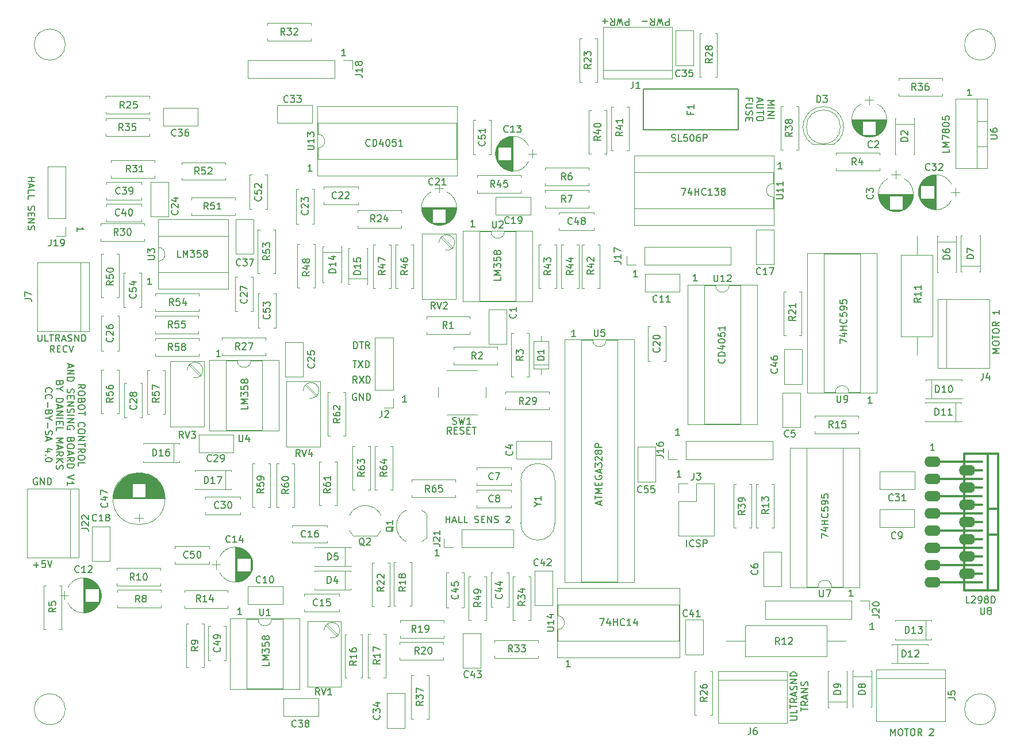
<source format=gbr>
%TF.GenerationSoftware,KiCad,Pcbnew,7.0.11+dfsg-1build4*%
%TF.CreationDate,2025-02-02T21:03:24-06:00*%
%TF.ProjectId,ControlBoard,436f6e74-726f-46c4-926f-6172642e6b69,rev?*%
%TF.SameCoordinates,Original*%
%TF.FileFunction,Legend,Top*%
%TF.FilePolarity,Positive*%
%FSLAX46Y46*%
G04 Gerber Fmt 4.6, Leading zero omitted, Abs format (unit mm)*
G04 Created by KiCad (PCBNEW 7.0.11+dfsg-1build4) date 2025-02-02 21:03:24*
%MOMM*%
%LPD*%
G01*
G04 APERTURE LIST*
%ADD10C,0.150000*%
%ADD11C,0.120000*%
%ADD12C,0.200000*%
%ADD13C,0.304800*%
%ADD14O,2.400000X1.600000*%
G04 APERTURE END LIST*
D10*
X57150095Y-106944438D02*
X57054857Y-106896819D01*
X57054857Y-106896819D02*
X56912000Y-106896819D01*
X56912000Y-106896819D02*
X56769143Y-106944438D01*
X56769143Y-106944438D02*
X56673905Y-107039676D01*
X56673905Y-107039676D02*
X56626286Y-107134914D01*
X56626286Y-107134914D02*
X56578667Y-107325390D01*
X56578667Y-107325390D02*
X56578667Y-107468247D01*
X56578667Y-107468247D02*
X56626286Y-107658723D01*
X56626286Y-107658723D02*
X56673905Y-107753961D01*
X56673905Y-107753961D02*
X56769143Y-107849200D01*
X56769143Y-107849200D02*
X56912000Y-107896819D01*
X56912000Y-107896819D02*
X57007238Y-107896819D01*
X57007238Y-107896819D02*
X57150095Y-107849200D01*
X57150095Y-107849200D02*
X57197714Y-107801580D01*
X57197714Y-107801580D02*
X57197714Y-107468247D01*
X57197714Y-107468247D02*
X57007238Y-107468247D01*
X57626286Y-107896819D02*
X57626286Y-106896819D01*
X57626286Y-106896819D02*
X58197714Y-107896819D01*
X58197714Y-107896819D02*
X58197714Y-106896819D01*
X58673905Y-107896819D02*
X58673905Y-106896819D01*
X58673905Y-106896819D02*
X58912000Y-106896819D01*
X58912000Y-106896819D02*
X59054857Y-106944438D01*
X59054857Y-106944438D02*
X59150095Y-107039676D01*
X59150095Y-107039676D02*
X59197714Y-107134914D01*
X59197714Y-107134914D02*
X59245333Y-107325390D01*
X59245333Y-107325390D02*
X59245333Y-107468247D01*
X59245333Y-107468247D02*
X59197714Y-107658723D01*
X59197714Y-107658723D02*
X59150095Y-107753961D01*
X59150095Y-107753961D02*
X59054857Y-107849200D01*
X59054857Y-107849200D02*
X58912000Y-107896819D01*
X58912000Y-107896819D02*
X58673905Y-107896819D01*
X56626286Y-119707866D02*
X57388191Y-119707866D01*
X57007238Y-120088819D02*
X57007238Y-119326914D01*
X58340571Y-119088819D02*
X57864381Y-119088819D01*
X57864381Y-119088819D02*
X57816762Y-119565009D01*
X57816762Y-119565009D02*
X57864381Y-119517390D01*
X57864381Y-119517390D02*
X57959619Y-119469771D01*
X57959619Y-119469771D02*
X58197714Y-119469771D01*
X58197714Y-119469771D02*
X58292952Y-119517390D01*
X58292952Y-119517390D02*
X58340571Y-119565009D01*
X58340571Y-119565009D02*
X58388190Y-119660247D01*
X58388190Y-119660247D02*
X58388190Y-119898342D01*
X58388190Y-119898342D02*
X58340571Y-119993580D01*
X58340571Y-119993580D02*
X58292952Y-120041200D01*
X58292952Y-120041200D02*
X58197714Y-120088819D01*
X58197714Y-120088819D02*
X57959619Y-120088819D01*
X57959619Y-120088819D02*
X57864381Y-120041200D01*
X57864381Y-120041200D02*
X57816762Y-119993580D01*
X58673905Y-119088819D02*
X59007238Y-120088819D01*
X59007238Y-120088819D02*
X59340571Y-119088819D01*
X117349523Y-113504819D02*
X117349523Y-112504819D01*
X117349523Y-112981009D02*
X117920951Y-112981009D01*
X117920951Y-113504819D02*
X117920951Y-112504819D01*
X118349523Y-113219104D02*
X118825713Y-113219104D01*
X118254285Y-113504819D02*
X118587618Y-112504819D01*
X118587618Y-112504819D02*
X118920951Y-113504819D01*
X119730475Y-113504819D02*
X119254285Y-113504819D01*
X119254285Y-113504819D02*
X119254285Y-112504819D01*
X120539999Y-113504819D02*
X120063809Y-113504819D01*
X120063809Y-113504819D02*
X120063809Y-112504819D01*
X121587619Y-113457200D02*
X121730476Y-113504819D01*
X121730476Y-113504819D02*
X121968571Y-113504819D01*
X121968571Y-113504819D02*
X122063809Y-113457200D01*
X122063809Y-113457200D02*
X122111428Y-113409580D01*
X122111428Y-113409580D02*
X122159047Y-113314342D01*
X122159047Y-113314342D02*
X122159047Y-113219104D01*
X122159047Y-113219104D02*
X122111428Y-113123866D01*
X122111428Y-113123866D02*
X122063809Y-113076247D01*
X122063809Y-113076247D02*
X121968571Y-113028628D01*
X121968571Y-113028628D02*
X121778095Y-112981009D01*
X121778095Y-112981009D02*
X121682857Y-112933390D01*
X121682857Y-112933390D02*
X121635238Y-112885771D01*
X121635238Y-112885771D02*
X121587619Y-112790533D01*
X121587619Y-112790533D02*
X121587619Y-112695295D01*
X121587619Y-112695295D02*
X121635238Y-112600057D01*
X121635238Y-112600057D02*
X121682857Y-112552438D01*
X121682857Y-112552438D02*
X121778095Y-112504819D01*
X121778095Y-112504819D02*
X122016190Y-112504819D01*
X122016190Y-112504819D02*
X122159047Y-112552438D01*
X122587619Y-112981009D02*
X122920952Y-112981009D01*
X123063809Y-113504819D02*
X122587619Y-113504819D01*
X122587619Y-113504819D02*
X122587619Y-112504819D01*
X122587619Y-112504819D02*
X123063809Y-112504819D01*
X123492381Y-113504819D02*
X123492381Y-112504819D01*
X123492381Y-112504819D02*
X124063809Y-113504819D01*
X124063809Y-113504819D02*
X124063809Y-112504819D01*
X124492381Y-113457200D02*
X124635238Y-113504819D01*
X124635238Y-113504819D02*
X124873333Y-113504819D01*
X124873333Y-113504819D02*
X124968571Y-113457200D01*
X124968571Y-113457200D02*
X125016190Y-113409580D01*
X125016190Y-113409580D02*
X125063809Y-113314342D01*
X125063809Y-113314342D02*
X125063809Y-113219104D01*
X125063809Y-113219104D02*
X125016190Y-113123866D01*
X125016190Y-113123866D02*
X124968571Y-113076247D01*
X124968571Y-113076247D02*
X124873333Y-113028628D01*
X124873333Y-113028628D02*
X124682857Y-112981009D01*
X124682857Y-112981009D02*
X124587619Y-112933390D01*
X124587619Y-112933390D02*
X124540000Y-112885771D01*
X124540000Y-112885771D02*
X124492381Y-112790533D01*
X124492381Y-112790533D02*
X124492381Y-112695295D01*
X124492381Y-112695295D02*
X124540000Y-112600057D01*
X124540000Y-112600057D02*
X124587619Y-112552438D01*
X124587619Y-112552438D02*
X124682857Y-112504819D01*
X124682857Y-112504819D02*
X124920952Y-112504819D01*
X124920952Y-112504819D02*
X125063809Y-112552438D01*
X126206667Y-112600057D02*
X126254286Y-112552438D01*
X126254286Y-112552438D02*
X126349524Y-112504819D01*
X126349524Y-112504819D02*
X126587619Y-112504819D01*
X126587619Y-112504819D02*
X126682857Y-112552438D01*
X126682857Y-112552438D02*
X126730476Y-112600057D01*
X126730476Y-112600057D02*
X126778095Y-112695295D01*
X126778095Y-112695295D02*
X126778095Y-112790533D01*
X126778095Y-112790533D02*
X126730476Y-112933390D01*
X126730476Y-112933390D02*
X126159048Y-113504819D01*
X126159048Y-113504819D02*
X126778095Y-113504819D01*
X116335714Y-118374819D02*
X115764286Y-118374819D01*
X116050000Y-118374819D02*
X116050000Y-117374819D01*
X116050000Y-117374819D02*
X115954762Y-117517676D01*
X115954762Y-117517676D02*
X115859524Y-117612914D01*
X115859524Y-117612914D02*
X115764286Y-117660533D01*
X180371714Y-129232819D02*
X179800286Y-129232819D01*
X180086000Y-129232819D02*
X180086000Y-128232819D01*
X180086000Y-128232819D02*
X179990762Y-128375676D01*
X179990762Y-128375676D02*
X179895524Y-128470914D01*
X179895524Y-128470914D02*
X179800286Y-128518533D01*
X111537714Y-95704819D02*
X110966286Y-95704819D01*
X111252000Y-95704819D02*
X111252000Y-94704819D01*
X111252000Y-94704819D02*
X111156762Y-94847676D01*
X111156762Y-94847676D02*
X111061524Y-94942914D01*
X111061524Y-94942914D02*
X110966286Y-94990533D01*
X140024286Y-127654819D02*
X140690952Y-127654819D01*
X140690952Y-127654819D02*
X140262381Y-128654819D01*
X141500476Y-127988152D02*
X141500476Y-128654819D01*
X141262381Y-127607200D02*
X141024286Y-128321485D01*
X141024286Y-128321485D02*
X141643333Y-128321485D01*
X142024286Y-128654819D02*
X142024286Y-127654819D01*
X142024286Y-128131009D02*
X142595714Y-128131009D01*
X142595714Y-128654819D02*
X142595714Y-127654819D01*
X143643333Y-128559580D02*
X143595714Y-128607200D01*
X143595714Y-128607200D02*
X143452857Y-128654819D01*
X143452857Y-128654819D02*
X143357619Y-128654819D01*
X143357619Y-128654819D02*
X143214762Y-128607200D01*
X143214762Y-128607200D02*
X143119524Y-128511961D01*
X143119524Y-128511961D02*
X143071905Y-128416723D01*
X143071905Y-128416723D02*
X143024286Y-128226247D01*
X143024286Y-128226247D02*
X143024286Y-128083390D01*
X143024286Y-128083390D02*
X143071905Y-127892914D01*
X143071905Y-127892914D02*
X143119524Y-127797676D01*
X143119524Y-127797676D02*
X143214762Y-127702438D01*
X143214762Y-127702438D02*
X143357619Y-127654819D01*
X143357619Y-127654819D02*
X143452857Y-127654819D01*
X143452857Y-127654819D02*
X143595714Y-127702438D01*
X143595714Y-127702438D02*
X143643333Y-127750057D01*
X144595714Y-128654819D02*
X144024286Y-128654819D01*
X144310000Y-128654819D02*
X144310000Y-127654819D01*
X144310000Y-127654819D02*
X144214762Y-127797676D01*
X144214762Y-127797676D02*
X144119524Y-127892914D01*
X144119524Y-127892914D02*
X144024286Y-127940533D01*
X145452857Y-127988152D02*
X145452857Y-128654819D01*
X145214762Y-127607200D02*
X144976667Y-128321485D01*
X144976667Y-128321485D02*
X145595714Y-128321485D01*
X151965714Y-106754819D02*
X151394286Y-106754819D01*
X151680000Y-106754819D02*
X151680000Y-105754819D01*
X151680000Y-105754819D02*
X151584762Y-105897676D01*
X151584762Y-105897676D02*
X151489524Y-105992914D01*
X151489524Y-105992914D02*
X151394286Y-106040533D01*
X152803810Y-117024819D02*
X152803810Y-116024819D01*
X153851428Y-116929580D02*
X153803809Y-116977200D01*
X153803809Y-116977200D02*
X153660952Y-117024819D01*
X153660952Y-117024819D02*
X153565714Y-117024819D01*
X153565714Y-117024819D02*
X153422857Y-116977200D01*
X153422857Y-116977200D02*
X153327619Y-116881961D01*
X153327619Y-116881961D02*
X153280000Y-116786723D01*
X153280000Y-116786723D02*
X153232381Y-116596247D01*
X153232381Y-116596247D02*
X153232381Y-116453390D01*
X153232381Y-116453390D02*
X153280000Y-116262914D01*
X153280000Y-116262914D02*
X153327619Y-116167676D01*
X153327619Y-116167676D02*
X153422857Y-116072438D01*
X153422857Y-116072438D02*
X153565714Y-116024819D01*
X153565714Y-116024819D02*
X153660952Y-116024819D01*
X153660952Y-116024819D02*
X153803809Y-116072438D01*
X153803809Y-116072438D02*
X153851428Y-116120057D01*
X154232381Y-116977200D02*
X154375238Y-117024819D01*
X154375238Y-117024819D02*
X154613333Y-117024819D01*
X154613333Y-117024819D02*
X154708571Y-116977200D01*
X154708571Y-116977200D02*
X154756190Y-116929580D01*
X154756190Y-116929580D02*
X154803809Y-116834342D01*
X154803809Y-116834342D02*
X154803809Y-116739104D01*
X154803809Y-116739104D02*
X154756190Y-116643866D01*
X154756190Y-116643866D02*
X154708571Y-116596247D01*
X154708571Y-116596247D02*
X154613333Y-116548628D01*
X154613333Y-116548628D02*
X154422857Y-116501009D01*
X154422857Y-116501009D02*
X154327619Y-116453390D01*
X154327619Y-116453390D02*
X154280000Y-116405771D01*
X154280000Y-116405771D02*
X154232381Y-116310533D01*
X154232381Y-116310533D02*
X154232381Y-116215295D01*
X154232381Y-116215295D02*
X154280000Y-116120057D01*
X154280000Y-116120057D02*
X154327619Y-116072438D01*
X154327619Y-116072438D02*
X154422857Y-116024819D01*
X154422857Y-116024819D02*
X154660952Y-116024819D01*
X154660952Y-116024819D02*
X154803809Y-116072438D01*
X155232381Y-117024819D02*
X155232381Y-116024819D01*
X155232381Y-116024819D02*
X155613333Y-116024819D01*
X155613333Y-116024819D02*
X155708571Y-116072438D01*
X155708571Y-116072438D02*
X155756190Y-116120057D01*
X155756190Y-116120057D02*
X155803809Y-116215295D01*
X155803809Y-116215295D02*
X155803809Y-116358152D01*
X155803809Y-116358152D02*
X155756190Y-116453390D01*
X155756190Y-116453390D02*
X155708571Y-116501009D01*
X155708571Y-116501009D02*
X155613333Y-116548628D01*
X155613333Y-116548628D02*
X155232381Y-116548628D01*
X135625714Y-134704819D02*
X135054286Y-134704819D01*
X135340000Y-134704819D02*
X135340000Y-133704819D01*
X135340000Y-133704819D02*
X135244762Y-133847676D01*
X135244762Y-133847676D02*
X135149524Y-133942914D01*
X135149524Y-133942914D02*
X135054286Y-133990533D01*
X63045180Y-70535714D02*
X63045180Y-69964286D01*
X63045180Y-70250000D02*
X64045180Y-70250000D01*
X64045180Y-70250000D02*
X63902323Y-70154762D01*
X63902323Y-70154762D02*
X63807085Y-70059524D01*
X63807085Y-70059524D02*
X63759466Y-69964286D01*
X55785180Y-62576666D02*
X56785180Y-62576666D01*
X56308990Y-62576666D02*
X56308990Y-63148094D01*
X55785180Y-63148094D02*
X56785180Y-63148094D01*
X56070895Y-63576666D02*
X56070895Y-64052856D01*
X55785180Y-63481428D02*
X56785180Y-63814761D01*
X56785180Y-63814761D02*
X55785180Y-64148094D01*
X55785180Y-64957618D02*
X55785180Y-64481428D01*
X55785180Y-64481428D02*
X56785180Y-64481428D01*
X55785180Y-65767142D02*
X55785180Y-65290952D01*
X55785180Y-65290952D02*
X56785180Y-65290952D01*
X55832800Y-66814762D02*
X55785180Y-66957619D01*
X55785180Y-66957619D02*
X55785180Y-67195714D01*
X55785180Y-67195714D02*
X55832800Y-67290952D01*
X55832800Y-67290952D02*
X55880419Y-67338571D01*
X55880419Y-67338571D02*
X55975657Y-67386190D01*
X55975657Y-67386190D02*
X56070895Y-67386190D01*
X56070895Y-67386190D02*
X56166133Y-67338571D01*
X56166133Y-67338571D02*
X56213752Y-67290952D01*
X56213752Y-67290952D02*
X56261371Y-67195714D01*
X56261371Y-67195714D02*
X56308990Y-67005238D01*
X56308990Y-67005238D02*
X56356609Y-66910000D01*
X56356609Y-66910000D02*
X56404228Y-66862381D01*
X56404228Y-66862381D02*
X56499466Y-66814762D01*
X56499466Y-66814762D02*
X56594704Y-66814762D01*
X56594704Y-66814762D02*
X56689942Y-66862381D01*
X56689942Y-66862381D02*
X56737561Y-66910000D01*
X56737561Y-66910000D02*
X56785180Y-67005238D01*
X56785180Y-67005238D02*
X56785180Y-67243333D01*
X56785180Y-67243333D02*
X56737561Y-67386190D01*
X56308990Y-67814762D02*
X56308990Y-68148095D01*
X55785180Y-68290952D02*
X55785180Y-67814762D01*
X55785180Y-67814762D02*
X56785180Y-67814762D01*
X56785180Y-67814762D02*
X56785180Y-68290952D01*
X55785180Y-68719524D02*
X56785180Y-68719524D01*
X56785180Y-68719524D02*
X55785180Y-69290952D01*
X55785180Y-69290952D02*
X56785180Y-69290952D01*
X55832800Y-69719524D02*
X55785180Y-69862381D01*
X55785180Y-69862381D02*
X55785180Y-70100476D01*
X55785180Y-70100476D02*
X55832800Y-70195714D01*
X55832800Y-70195714D02*
X55880419Y-70243333D01*
X55880419Y-70243333D02*
X55975657Y-70290952D01*
X55975657Y-70290952D02*
X56070895Y-70290952D01*
X56070895Y-70290952D02*
X56166133Y-70243333D01*
X56166133Y-70243333D02*
X56213752Y-70195714D01*
X56213752Y-70195714D02*
X56261371Y-70100476D01*
X56261371Y-70100476D02*
X56308990Y-69910000D01*
X56308990Y-69910000D02*
X56356609Y-69814762D01*
X56356609Y-69814762D02*
X56404228Y-69767143D01*
X56404228Y-69767143D02*
X56499466Y-69719524D01*
X56499466Y-69719524D02*
X56594704Y-69719524D01*
X56594704Y-69719524D02*
X56689942Y-69767143D01*
X56689942Y-69767143D02*
X56737561Y-69814762D01*
X56737561Y-69814762D02*
X56785180Y-69910000D01*
X56785180Y-69910000D02*
X56785180Y-70148095D01*
X56785180Y-70148095D02*
X56737561Y-70290952D01*
X151745714Y-100594819D02*
X151174286Y-100594819D01*
X151460000Y-100594819D02*
X151460000Y-99594819D01*
X151460000Y-99594819D02*
X151364762Y-99737676D01*
X151364762Y-99737676D02*
X151269524Y-99832914D01*
X151269524Y-99832914D02*
X151174286Y-99880533D01*
X145545714Y-77234819D02*
X144974286Y-77234819D01*
X145260000Y-77234819D02*
X145260000Y-76234819D01*
X145260000Y-76234819D02*
X145164762Y-76377676D01*
X145164762Y-76377676D02*
X145069524Y-76472914D01*
X145069524Y-76472914D02*
X144974286Y-76520533D01*
X194745714Y-50514819D02*
X194174286Y-50514819D01*
X194460000Y-50514819D02*
X194460000Y-49514819D01*
X194460000Y-49514819D02*
X194364762Y-49657676D01*
X194364762Y-49657676D02*
X194269524Y-49752914D01*
X194269524Y-49752914D02*
X194174286Y-49800533D01*
X189295714Y-102824819D02*
X188724286Y-102824819D01*
X189010000Y-102824819D02*
X189010000Y-101824819D01*
X189010000Y-101824819D02*
X188914762Y-101967676D01*
X188914762Y-101967676D02*
X188819524Y-102062914D01*
X188819524Y-102062914D02*
X188724286Y-102110533D01*
X177295714Y-124354819D02*
X176724286Y-124354819D01*
X177010000Y-124354819D02*
X177010000Y-123354819D01*
X177010000Y-123354819D02*
X176914762Y-123497676D01*
X176914762Y-123497676D02*
X176819524Y-123592914D01*
X176819524Y-123592914D02*
X176724286Y-123640533D01*
X180075714Y-95874819D02*
X179504286Y-95874819D01*
X179790000Y-95874819D02*
X179790000Y-94874819D01*
X179790000Y-94874819D02*
X179694762Y-95017676D01*
X179694762Y-95017676D02*
X179599524Y-95112914D01*
X179599524Y-95112914D02*
X179504286Y-95160533D01*
X136429714Y-86052819D02*
X135858286Y-86052819D01*
X136144000Y-86052819D02*
X136144000Y-85052819D01*
X136144000Y-85052819D02*
X136048762Y-85195676D01*
X136048762Y-85195676D02*
X135953524Y-85290914D01*
X135953524Y-85290914D02*
X135858286Y-85338533D01*
X154345714Y-77844819D02*
X153774286Y-77844819D01*
X154060000Y-77844819D02*
X154060000Y-76844819D01*
X154060000Y-76844819D02*
X153964762Y-76987676D01*
X153964762Y-76987676D02*
X153869524Y-77082914D01*
X153869524Y-77082914D02*
X153774286Y-77130533D01*
X102575714Y-44604819D02*
X102004286Y-44604819D01*
X102290000Y-44604819D02*
X102290000Y-43604819D01*
X102290000Y-43604819D02*
X102194762Y-43747676D01*
X102194762Y-43747676D02*
X102099524Y-43842914D01*
X102099524Y-43842914D02*
X102004286Y-43890533D01*
X166845714Y-61334819D02*
X166274286Y-61334819D01*
X166560000Y-61334819D02*
X166560000Y-60334819D01*
X166560000Y-60334819D02*
X166464762Y-60477676D01*
X166464762Y-60477676D02*
X166369524Y-60572914D01*
X166369524Y-60572914D02*
X166274286Y-60620533D01*
X97635714Y-61644819D02*
X97064286Y-61644819D01*
X97350000Y-61644819D02*
X97350000Y-60644819D01*
X97350000Y-60644819D02*
X97254762Y-60787676D01*
X97254762Y-60787676D02*
X97159524Y-60882914D01*
X97159524Y-60882914D02*
X97064286Y-60930533D01*
X121595714Y-69834819D02*
X121024286Y-69834819D01*
X121310000Y-69834819D02*
X121310000Y-68834819D01*
X121310000Y-68834819D02*
X121214762Y-68977676D01*
X121214762Y-68977676D02*
X121119524Y-69072914D01*
X121119524Y-69072914D02*
X121024286Y-69120533D01*
X87265714Y-127024819D02*
X86694286Y-127024819D01*
X86980000Y-127024819D02*
X86980000Y-126024819D01*
X86980000Y-126024819D02*
X86884762Y-126167676D01*
X86884762Y-126167676D02*
X86789524Y-126262914D01*
X86789524Y-126262914D02*
X86694286Y-126310533D01*
X84145714Y-88984819D02*
X83574286Y-88984819D01*
X83860000Y-88984819D02*
X83860000Y-87984819D01*
X83860000Y-87984819D02*
X83764762Y-88127676D01*
X83764762Y-88127676D02*
X83669524Y-88222914D01*
X83669524Y-88222914D02*
X83574286Y-88270533D01*
X74015714Y-78374819D02*
X73444286Y-78374819D01*
X73730000Y-78374819D02*
X73730000Y-77374819D01*
X73730000Y-77374819D02*
X73634762Y-77517676D01*
X73634762Y-77517676D02*
X73539524Y-77612914D01*
X73539524Y-77612914D02*
X73444286Y-77660533D01*
X150192761Y-39169180D02*
X150192761Y-40169180D01*
X150192761Y-40169180D02*
X149811809Y-40169180D01*
X149811809Y-40169180D02*
X149716571Y-40121561D01*
X149716571Y-40121561D02*
X149668952Y-40073942D01*
X149668952Y-40073942D02*
X149621333Y-39978704D01*
X149621333Y-39978704D02*
X149621333Y-39835847D01*
X149621333Y-39835847D02*
X149668952Y-39740609D01*
X149668952Y-39740609D02*
X149716571Y-39692990D01*
X149716571Y-39692990D02*
X149811809Y-39645371D01*
X149811809Y-39645371D02*
X150192761Y-39645371D01*
X149287999Y-40169180D02*
X149049904Y-39169180D01*
X149049904Y-39169180D02*
X148859428Y-39883466D01*
X148859428Y-39883466D02*
X148668952Y-39169180D01*
X148668952Y-39169180D02*
X148430857Y-40169180D01*
X147478476Y-39169180D02*
X147811809Y-39645371D01*
X148049904Y-39169180D02*
X148049904Y-40169180D01*
X148049904Y-40169180D02*
X147668952Y-40169180D01*
X147668952Y-40169180D02*
X147573714Y-40121561D01*
X147573714Y-40121561D02*
X147526095Y-40073942D01*
X147526095Y-40073942D02*
X147478476Y-39978704D01*
X147478476Y-39978704D02*
X147478476Y-39835847D01*
X147478476Y-39835847D02*
X147526095Y-39740609D01*
X147526095Y-39740609D02*
X147573714Y-39692990D01*
X147573714Y-39692990D02*
X147668952Y-39645371D01*
X147668952Y-39645371D02*
X148049904Y-39645371D01*
X147049904Y-39550133D02*
X146288000Y-39550133D01*
X144287999Y-39169180D02*
X144287999Y-40169180D01*
X144287999Y-40169180D02*
X143907047Y-40169180D01*
X143907047Y-40169180D02*
X143811809Y-40121561D01*
X143811809Y-40121561D02*
X143764190Y-40073942D01*
X143764190Y-40073942D02*
X143716571Y-39978704D01*
X143716571Y-39978704D02*
X143716571Y-39835847D01*
X143716571Y-39835847D02*
X143764190Y-39740609D01*
X143764190Y-39740609D02*
X143811809Y-39692990D01*
X143811809Y-39692990D02*
X143907047Y-39645371D01*
X143907047Y-39645371D02*
X144287999Y-39645371D01*
X143383237Y-40169180D02*
X143145142Y-39169180D01*
X143145142Y-39169180D02*
X142954666Y-39883466D01*
X142954666Y-39883466D02*
X142764190Y-39169180D01*
X142764190Y-39169180D02*
X142526095Y-40169180D01*
X141573714Y-39169180D02*
X141907047Y-39645371D01*
X142145142Y-39169180D02*
X142145142Y-40169180D01*
X142145142Y-40169180D02*
X141764190Y-40169180D01*
X141764190Y-40169180D02*
X141668952Y-40121561D01*
X141668952Y-40121561D02*
X141621333Y-40073942D01*
X141621333Y-40073942D02*
X141573714Y-39978704D01*
X141573714Y-39978704D02*
X141573714Y-39835847D01*
X141573714Y-39835847D02*
X141621333Y-39740609D01*
X141621333Y-39740609D02*
X141668952Y-39692990D01*
X141668952Y-39692990D02*
X141764190Y-39645371D01*
X141764190Y-39645371D02*
X142145142Y-39645371D01*
X141145142Y-39550133D02*
X140383238Y-39550133D01*
X140764190Y-39169180D02*
X140764190Y-39931085D01*
X182850952Y-144874819D02*
X182850952Y-143874819D01*
X182850952Y-143874819D02*
X183184285Y-144589104D01*
X183184285Y-144589104D02*
X183517618Y-143874819D01*
X183517618Y-143874819D02*
X183517618Y-144874819D01*
X184184285Y-143874819D02*
X184374761Y-143874819D01*
X184374761Y-143874819D02*
X184469999Y-143922438D01*
X184469999Y-143922438D02*
X184565237Y-144017676D01*
X184565237Y-144017676D02*
X184612856Y-144208152D01*
X184612856Y-144208152D02*
X184612856Y-144541485D01*
X184612856Y-144541485D02*
X184565237Y-144731961D01*
X184565237Y-144731961D02*
X184469999Y-144827200D01*
X184469999Y-144827200D02*
X184374761Y-144874819D01*
X184374761Y-144874819D02*
X184184285Y-144874819D01*
X184184285Y-144874819D02*
X184089047Y-144827200D01*
X184089047Y-144827200D02*
X183993809Y-144731961D01*
X183993809Y-144731961D02*
X183946190Y-144541485D01*
X183946190Y-144541485D02*
X183946190Y-144208152D01*
X183946190Y-144208152D02*
X183993809Y-144017676D01*
X183993809Y-144017676D02*
X184089047Y-143922438D01*
X184089047Y-143922438D02*
X184184285Y-143874819D01*
X184898571Y-143874819D02*
X185469999Y-143874819D01*
X185184285Y-144874819D02*
X185184285Y-143874819D01*
X185993809Y-143874819D02*
X186184285Y-143874819D01*
X186184285Y-143874819D02*
X186279523Y-143922438D01*
X186279523Y-143922438D02*
X186374761Y-144017676D01*
X186374761Y-144017676D02*
X186422380Y-144208152D01*
X186422380Y-144208152D02*
X186422380Y-144541485D01*
X186422380Y-144541485D02*
X186374761Y-144731961D01*
X186374761Y-144731961D02*
X186279523Y-144827200D01*
X186279523Y-144827200D02*
X186184285Y-144874819D01*
X186184285Y-144874819D02*
X185993809Y-144874819D01*
X185993809Y-144874819D02*
X185898571Y-144827200D01*
X185898571Y-144827200D02*
X185803333Y-144731961D01*
X185803333Y-144731961D02*
X185755714Y-144541485D01*
X185755714Y-144541485D02*
X185755714Y-144208152D01*
X185755714Y-144208152D02*
X185803333Y-144017676D01*
X185803333Y-144017676D02*
X185898571Y-143922438D01*
X185898571Y-143922438D02*
X185993809Y-143874819D01*
X187422380Y-144874819D02*
X187089047Y-144398628D01*
X186850952Y-144874819D02*
X186850952Y-143874819D01*
X186850952Y-143874819D02*
X187231904Y-143874819D01*
X187231904Y-143874819D02*
X187327142Y-143922438D01*
X187327142Y-143922438D02*
X187374761Y-143970057D01*
X187374761Y-143970057D02*
X187422380Y-144065295D01*
X187422380Y-144065295D02*
X187422380Y-144208152D01*
X187422380Y-144208152D02*
X187374761Y-144303390D01*
X187374761Y-144303390D02*
X187327142Y-144351009D01*
X187327142Y-144351009D02*
X187231904Y-144398628D01*
X187231904Y-144398628D02*
X186850952Y-144398628D01*
X188565238Y-143970057D02*
X188612857Y-143922438D01*
X188612857Y-143922438D02*
X188708095Y-143874819D01*
X188708095Y-143874819D02*
X188946190Y-143874819D01*
X188946190Y-143874819D02*
X189041428Y-143922438D01*
X189041428Y-143922438D02*
X189089047Y-143970057D01*
X189089047Y-143970057D02*
X189136666Y-144065295D01*
X189136666Y-144065295D02*
X189136666Y-144160533D01*
X189136666Y-144160533D02*
X189089047Y-144303390D01*
X189089047Y-144303390D02*
X188517619Y-144874819D01*
X188517619Y-144874819D02*
X189136666Y-144874819D01*
X198828819Y-88463047D02*
X197828819Y-88463047D01*
X197828819Y-88463047D02*
X198543104Y-88129714D01*
X198543104Y-88129714D02*
X197828819Y-87796381D01*
X197828819Y-87796381D02*
X198828819Y-87796381D01*
X197828819Y-87129714D02*
X197828819Y-86939238D01*
X197828819Y-86939238D02*
X197876438Y-86844000D01*
X197876438Y-86844000D02*
X197971676Y-86748762D01*
X197971676Y-86748762D02*
X198162152Y-86701143D01*
X198162152Y-86701143D02*
X198495485Y-86701143D01*
X198495485Y-86701143D02*
X198685961Y-86748762D01*
X198685961Y-86748762D02*
X198781200Y-86844000D01*
X198781200Y-86844000D02*
X198828819Y-86939238D01*
X198828819Y-86939238D02*
X198828819Y-87129714D01*
X198828819Y-87129714D02*
X198781200Y-87224952D01*
X198781200Y-87224952D02*
X198685961Y-87320190D01*
X198685961Y-87320190D02*
X198495485Y-87367809D01*
X198495485Y-87367809D02*
X198162152Y-87367809D01*
X198162152Y-87367809D02*
X197971676Y-87320190D01*
X197971676Y-87320190D02*
X197876438Y-87224952D01*
X197876438Y-87224952D02*
X197828819Y-87129714D01*
X197828819Y-86415428D02*
X197828819Y-85844000D01*
X198828819Y-86129714D02*
X197828819Y-86129714D01*
X197828819Y-85320190D02*
X197828819Y-85129714D01*
X197828819Y-85129714D02*
X197876438Y-85034476D01*
X197876438Y-85034476D02*
X197971676Y-84939238D01*
X197971676Y-84939238D02*
X198162152Y-84891619D01*
X198162152Y-84891619D02*
X198495485Y-84891619D01*
X198495485Y-84891619D02*
X198685961Y-84939238D01*
X198685961Y-84939238D02*
X198781200Y-85034476D01*
X198781200Y-85034476D02*
X198828819Y-85129714D01*
X198828819Y-85129714D02*
X198828819Y-85320190D01*
X198828819Y-85320190D02*
X198781200Y-85415428D01*
X198781200Y-85415428D02*
X198685961Y-85510666D01*
X198685961Y-85510666D02*
X198495485Y-85558285D01*
X198495485Y-85558285D02*
X198162152Y-85558285D01*
X198162152Y-85558285D02*
X197971676Y-85510666D01*
X197971676Y-85510666D02*
X197876438Y-85415428D01*
X197876438Y-85415428D02*
X197828819Y-85320190D01*
X198828819Y-83891619D02*
X198352628Y-84224952D01*
X198828819Y-84463047D02*
X197828819Y-84463047D01*
X197828819Y-84463047D02*
X197828819Y-84082095D01*
X197828819Y-84082095D02*
X197876438Y-83986857D01*
X197876438Y-83986857D02*
X197924057Y-83939238D01*
X197924057Y-83939238D02*
X198019295Y-83891619D01*
X198019295Y-83891619D02*
X198162152Y-83891619D01*
X198162152Y-83891619D02*
X198257390Y-83939238D01*
X198257390Y-83939238D02*
X198305009Y-83986857D01*
X198305009Y-83986857D02*
X198352628Y-84082095D01*
X198352628Y-84082095D02*
X198352628Y-84463047D01*
X198828819Y-82177333D02*
X198828819Y-82748761D01*
X198828819Y-82463047D02*
X197828819Y-82463047D01*
X197828819Y-82463047D02*
X197971676Y-82558285D01*
X197971676Y-82558285D02*
X198066914Y-82653523D01*
X198066914Y-82653523D02*
X198114533Y-82748761D01*
X63174180Y-93702856D02*
X63650371Y-93369523D01*
X63174180Y-93131428D02*
X64174180Y-93131428D01*
X64174180Y-93131428D02*
X64174180Y-93512380D01*
X64174180Y-93512380D02*
X64126561Y-93607618D01*
X64126561Y-93607618D02*
X64078942Y-93655237D01*
X64078942Y-93655237D02*
X63983704Y-93702856D01*
X63983704Y-93702856D02*
X63840847Y-93702856D01*
X63840847Y-93702856D02*
X63745609Y-93655237D01*
X63745609Y-93655237D02*
X63697990Y-93607618D01*
X63697990Y-93607618D02*
X63650371Y-93512380D01*
X63650371Y-93512380D02*
X63650371Y-93131428D01*
X64174180Y-94321904D02*
X64174180Y-94512380D01*
X64174180Y-94512380D02*
X64126561Y-94607618D01*
X64126561Y-94607618D02*
X64031323Y-94702856D01*
X64031323Y-94702856D02*
X63840847Y-94750475D01*
X63840847Y-94750475D02*
X63507514Y-94750475D01*
X63507514Y-94750475D02*
X63317038Y-94702856D01*
X63317038Y-94702856D02*
X63221800Y-94607618D01*
X63221800Y-94607618D02*
X63174180Y-94512380D01*
X63174180Y-94512380D02*
X63174180Y-94321904D01*
X63174180Y-94321904D02*
X63221800Y-94226666D01*
X63221800Y-94226666D02*
X63317038Y-94131428D01*
X63317038Y-94131428D02*
X63507514Y-94083809D01*
X63507514Y-94083809D02*
X63840847Y-94083809D01*
X63840847Y-94083809D02*
X64031323Y-94131428D01*
X64031323Y-94131428D02*
X64126561Y-94226666D01*
X64126561Y-94226666D02*
X64174180Y-94321904D01*
X63697990Y-95512380D02*
X63650371Y-95655237D01*
X63650371Y-95655237D02*
X63602752Y-95702856D01*
X63602752Y-95702856D02*
X63507514Y-95750475D01*
X63507514Y-95750475D02*
X63364657Y-95750475D01*
X63364657Y-95750475D02*
X63269419Y-95702856D01*
X63269419Y-95702856D02*
X63221800Y-95655237D01*
X63221800Y-95655237D02*
X63174180Y-95559999D01*
X63174180Y-95559999D02*
X63174180Y-95179047D01*
X63174180Y-95179047D02*
X64174180Y-95179047D01*
X64174180Y-95179047D02*
X64174180Y-95512380D01*
X64174180Y-95512380D02*
X64126561Y-95607618D01*
X64126561Y-95607618D02*
X64078942Y-95655237D01*
X64078942Y-95655237D02*
X63983704Y-95702856D01*
X63983704Y-95702856D02*
X63888466Y-95702856D01*
X63888466Y-95702856D02*
X63793228Y-95655237D01*
X63793228Y-95655237D02*
X63745609Y-95607618D01*
X63745609Y-95607618D02*
X63697990Y-95512380D01*
X63697990Y-95512380D02*
X63697990Y-95179047D01*
X64174180Y-96369523D02*
X64174180Y-96559999D01*
X64174180Y-96559999D02*
X64126561Y-96655237D01*
X64126561Y-96655237D02*
X64031323Y-96750475D01*
X64031323Y-96750475D02*
X63840847Y-96798094D01*
X63840847Y-96798094D02*
X63507514Y-96798094D01*
X63507514Y-96798094D02*
X63317038Y-96750475D01*
X63317038Y-96750475D02*
X63221800Y-96655237D01*
X63221800Y-96655237D02*
X63174180Y-96559999D01*
X63174180Y-96559999D02*
X63174180Y-96369523D01*
X63174180Y-96369523D02*
X63221800Y-96274285D01*
X63221800Y-96274285D02*
X63317038Y-96179047D01*
X63317038Y-96179047D02*
X63507514Y-96131428D01*
X63507514Y-96131428D02*
X63840847Y-96131428D01*
X63840847Y-96131428D02*
X64031323Y-96179047D01*
X64031323Y-96179047D02*
X64126561Y-96274285D01*
X64126561Y-96274285D02*
X64174180Y-96369523D01*
X64174180Y-97083809D02*
X64174180Y-97655237D01*
X63174180Y-97369523D02*
X64174180Y-97369523D01*
X63269419Y-99321904D02*
X63221800Y-99274285D01*
X63221800Y-99274285D02*
X63174180Y-99131428D01*
X63174180Y-99131428D02*
X63174180Y-99036190D01*
X63174180Y-99036190D02*
X63221800Y-98893333D01*
X63221800Y-98893333D02*
X63317038Y-98798095D01*
X63317038Y-98798095D02*
X63412276Y-98750476D01*
X63412276Y-98750476D02*
X63602752Y-98702857D01*
X63602752Y-98702857D02*
X63745609Y-98702857D01*
X63745609Y-98702857D02*
X63936085Y-98750476D01*
X63936085Y-98750476D02*
X64031323Y-98798095D01*
X64031323Y-98798095D02*
X64126561Y-98893333D01*
X64126561Y-98893333D02*
X64174180Y-99036190D01*
X64174180Y-99036190D02*
X64174180Y-99131428D01*
X64174180Y-99131428D02*
X64126561Y-99274285D01*
X64126561Y-99274285D02*
X64078942Y-99321904D01*
X64174180Y-99940952D02*
X64174180Y-100131428D01*
X64174180Y-100131428D02*
X64126561Y-100226666D01*
X64126561Y-100226666D02*
X64031323Y-100321904D01*
X64031323Y-100321904D02*
X63840847Y-100369523D01*
X63840847Y-100369523D02*
X63507514Y-100369523D01*
X63507514Y-100369523D02*
X63317038Y-100321904D01*
X63317038Y-100321904D02*
X63221800Y-100226666D01*
X63221800Y-100226666D02*
X63174180Y-100131428D01*
X63174180Y-100131428D02*
X63174180Y-99940952D01*
X63174180Y-99940952D02*
X63221800Y-99845714D01*
X63221800Y-99845714D02*
X63317038Y-99750476D01*
X63317038Y-99750476D02*
X63507514Y-99702857D01*
X63507514Y-99702857D02*
X63840847Y-99702857D01*
X63840847Y-99702857D02*
X64031323Y-99750476D01*
X64031323Y-99750476D02*
X64126561Y-99845714D01*
X64126561Y-99845714D02*
X64174180Y-99940952D01*
X63174180Y-100798095D02*
X64174180Y-100798095D01*
X64174180Y-100798095D02*
X63174180Y-101369523D01*
X63174180Y-101369523D02*
X64174180Y-101369523D01*
X64174180Y-101702857D02*
X64174180Y-102274285D01*
X63174180Y-101988571D02*
X64174180Y-101988571D01*
X63174180Y-103179047D02*
X63650371Y-102845714D01*
X63174180Y-102607619D02*
X64174180Y-102607619D01*
X64174180Y-102607619D02*
X64174180Y-102988571D01*
X64174180Y-102988571D02*
X64126561Y-103083809D01*
X64126561Y-103083809D02*
X64078942Y-103131428D01*
X64078942Y-103131428D02*
X63983704Y-103179047D01*
X63983704Y-103179047D02*
X63840847Y-103179047D01*
X63840847Y-103179047D02*
X63745609Y-103131428D01*
X63745609Y-103131428D02*
X63697990Y-103083809D01*
X63697990Y-103083809D02*
X63650371Y-102988571D01*
X63650371Y-102988571D02*
X63650371Y-102607619D01*
X64174180Y-103798095D02*
X64174180Y-103988571D01*
X64174180Y-103988571D02*
X64126561Y-104083809D01*
X64126561Y-104083809D02*
X64031323Y-104179047D01*
X64031323Y-104179047D02*
X63840847Y-104226666D01*
X63840847Y-104226666D02*
X63507514Y-104226666D01*
X63507514Y-104226666D02*
X63317038Y-104179047D01*
X63317038Y-104179047D02*
X63221800Y-104083809D01*
X63221800Y-104083809D02*
X63174180Y-103988571D01*
X63174180Y-103988571D02*
X63174180Y-103798095D01*
X63174180Y-103798095D02*
X63221800Y-103702857D01*
X63221800Y-103702857D02*
X63317038Y-103607619D01*
X63317038Y-103607619D02*
X63507514Y-103560000D01*
X63507514Y-103560000D02*
X63840847Y-103560000D01*
X63840847Y-103560000D02*
X64031323Y-103607619D01*
X64031323Y-103607619D02*
X64126561Y-103702857D01*
X64126561Y-103702857D02*
X64174180Y-103798095D01*
X63174180Y-105131428D02*
X63174180Y-104655238D01*
X63174180Y-104655238D02*
X64174180Y-104655238D01*
X61849895Y-90107619D02*
X61849895Y-90583809D01*
X61564180Y-90012381D02*
X62564180Y-90345714D01*
X62564180Y-90345714D02*
X61564180Y-90679047D01*
X61564180Y-91012381D02*
X62564180Y-91012381D01*
X62564180Y-91012381D02*
X61564180Y-91583809D01*
X61564180Y-91583809D02*
X62564180Y-91583809D01*
X61564180Y-92060000D02*
X62564180Y-92060000D01*
X62564180Y-92060000D02*
X62564180Y-92298095D01*
X62564180Y-92298095D02*
X62516561Y-92440952D01*
X62516561Y-92440952D02*
X62421323Y-92536190D01*
X62421323Y-92536190D02*
X62326085Y-92583809D01*
X62326085Y-92583809D02*
X62135609Y-92631428D01*
X62135609Y-92631428D02*
X61992752Y-92631428D01*
X61992752Y-92631428D02*
X61802276Y-92583809D01*
X61802276Y-92583809D02*
X61707038Y-92536190D01*
X61707038Y-92536190D02*
X61611800Y-92440952D01*
X61611800Y-92440952D02*
X61564180Y-92298095D01*
X61564180Y-92298095D02*
X61564180Y-92060000D01*
X61611800Y-93774286D02*
X61564180Y-93917143D01*
X61564180Y-93917143D02*
X61564180Y-94155238D01*
X61564180Y-94155238D02*
X61611800Y-94250476D01*
X61611800Y-94250476D02*
X61659419Y-94298095D01*
X61659419Y-94298095D02*
X61754657Y-94345714D01*
X61754657Y-94345714D02*
X61849895Y-94345714D01*
X61849895Y-94345714D02*
X61945133Y-94298095D01*
X61945133Y-94298095D02*
X61992752Y-94250476D01*
X61992752Y-94250476D02*
X62040371Y-94155238D01*
X62040371Y-94155238D02*
X62087990Y-93964762D01*
X62087990Y-93964762D02*
X62135609Y-93869524D01*
X62135609Y-93869524D02*
X62183228Y-93821905D01*
X62183228Y-93821905D02*
X62278466Y-93774286D01*
X62278466Y-93774286D02*
X62373704Y-93774286D01*
X62373704Y-93774286D02*
X62468942Y-93821905D01*
X62468942Y-93821905D02*
X62516561Y-93869524D01*
X62516561Y-93869524D02*
X62564180Y-93964762D01*
X62564180Y-93964762D02*
X62564180Y-94202857D01*
X62564180Y-94202857D02*
X62516561Y-94345714D01*
X62087990Y-94774286D02*
X62087990Y-95107619D01*
X61564180Y-95250476D02*
X61564180Y-94774286D01*
X61564180Y-94774286D02*
X62564180Y-94774286D01*
X62564180Y-94774286D02*
X62564180Y-95250476D01*
X61564180Y-95679048D02*
X62564180Y-95679048D01*
X62564180Y-95679048D02*
X61564180Y-96250476D01*
X61564180Y-96250476D02*
X62564180Y-96250476D01*
X61611800Y-96679048D02*
X61564180Y-96821905D01*
X61564180Y-96821905D02*
X61564180Y-97060000D01*
X61564180Y-97060000D02*
X61611800Y-97155238D01*
X61611800Y-97155238D02*
X61659419Y-97202857D01*
X61659419Y-97202857D02*
X61754657Y-97250476D01*
X61754657Y-97250476D02*
X61849895Y-97250476D01*
X61849895Y-97250476D02*
X61945133Y-97202857D01*
X61945133Y-97202857D02*
X61992752Y-97155238D01*
X61992752Y-97155238D02*
X62040371Y-97060000D01*
X62040371Y-97060000D02*
X62087990Y-96869524D01*
X62087990Y-96869524D02*
X62135609Y-96774286D01*
X62135609Y-96774286D02*
X62183228Y-96726667D01*
X62183228Y-96726667D02*
X62278466Y-96679048D01*
X62278466Y-96679048D02*
X62373704Y-96679048D01*
X62373704Y-96679048D02*
X62468942Y-96726667D01*
X62468942Y-96726667D02*
X62516561Y-96774286D01*
X62516561Y-96774286D02*
X62564180Y-96869524D01*
X62564180Y-96869524D02*
X62564180Y-97107619D01*
X62564180Y-97107619D02*
X62516561Y-97250476D01*
X61564180Y-97679048D02*
X62564180Y-97679048D01*
X61564180Y-98155238D02*
X62564180Y-98155238D01*
X62564180Y-98155238D02*
X61564180Y-98726666D01*
X61564180Y-98726666D02*
X62564180Y-98726666D01*
X62516561Y-99726666D02*
X62564180Y-99631428D01*
X62564180Y-99631428D02*
X62564180Y-99488571D01*
X62564180Y-99488571D02*
X62516561Y-99345714D01*
X62516561Y-99345714D02*
X62421323Y-99250476D01*
X62421323Y-99250476D02*
X62326085Y-99202857D01*
X62326085Y-99202857D02*
X62135609Y-99155238D01*
X62135609Y-99155238D02*
X61992752Y-99155238D01*
X61992752Y-99155238D02*
X61802276Y-99202857D01*
X61802276Y-99202857D02*
X61707038Y-99250476D01*
X61707038Y-99250476D02*
X61611800Y-99345714D01*
X61611800Y-99345714D02*
X61564180Y-99488571D01*
X61564180Y-99488571D02*
X61564180Y-99583809D01*
X61564180Y-99583809D02*
X61611800Y-99726666D01*
X61611800Y-99726666D02*
X61659419Y-99774285D01*
X61659419Y-99774285D02*
X61992752Y-99774285D01*
X61992752Y-99774285D02*
X61992752Y-99583809D01*
X62087990Y-101298095D02*
X62040371Y-101440952D01*
X62040371Y-101440952D02*
X61992752Y-101488571D01*
X61992752Y-101488571D02*
X61897514Y-101536190D01*
X61897514Y-101536190D02*
X61754657Y-101536190D01*
X61754657Y-101536190D02*
X61659419Y-101488571D01*
X61659419Y-101488571D02*
X61611800Y-101440952D01*
X61611800Y-101440952D02*
X61564180Y-101345714D01*
X61564180Y-101345714D02*
X61564180Y-100964762D01*
X61564180Y-100964762D02*
X62564180Y-100964762D01*
X62564180Y-100964762D02*
X62564180Y-101298095D01*
X62564180Y-101298095D02*
X62516561Y-101393333D01*
X62516561Y-101393333D02*
X62468942Y-101440952D01*
X62468942Y-101440952D02*
X62373704Y-101488571D01*
X62373704Y-101488571D02*
X62278466Y-101488571D01*
X62278466Y-101488571D02*
X62183228Y-101440952D01*
X62183228Y-101440952D02*
X62135609Y-101393333D01*
X62135609Y-101393333D02*
X62087990Y-101298095D01*
X62087990Y-101298095D02*
X62087990Y-100964762D01*
X62564180Y-102155238D02*
X62564180Y-102345714D01*
X62564180Y-102345714D02*
X62516561Y-102440952D01*
X62516561Y-102440952D02*
X62421323Y-102536190D01*
X62421323Y-102536190D02*
X62230847Y-102583809D01*
X62230847Y-102583809D02*
X61897514Y-102583809D01*
X61897514Y-102583809D02*
X61707038Y-102536190D01*
X61707038Y-102536190D02*
X61611800Y-102440952D01*
X61611800Y-102440952D02*
X61564180Y-102345714D01*
X61564180Y-102345714D02*
X61564180Y-102155238D01*
X61564180Y-102155238D02*
X61611800Y-102060000D01*
X61611800Y-102060000D02*
X61707038Y-101964762D01*
X61707038Y-101964762D02*
X61897514Y-101917143D01*
X61897514Y-101917143D02*
X62230847Y-101917143D01*
X62230847Y-101917143D02*
X62421323Y-101964762D01*
X62421323Y-101964762D02*
X62516561Y-102060000D01*
X62516561Y-102060000D02*
X62564180Y-102155238D01*
X61849895Y-102964762D02*
X61849895Y-103440952D01*
X61564180Y-102869524D02*
X62564180Y-103202857D01*
X62564180Y-103202857D02*
X61564180Y-103536190D01*
X61564180Y-104440952D02*
X62040371Y-104107619D01*
X61564180Y-103869524D02*
X62564180Y-103869524D01*
X62564180Y-103869524D02*
X62564180Y-104250476D01*
X62564180Y-104250476D02*
X62516561Y-104345714D01*
X62516561Y-104345714D02*
X62468942Y-104393333D01*
X62468942Y-104393333D02*
X62373704Y-104440952D01*
X62373704Y-104440952D02*
X62230847Y-104440952D01*
X62230847Y-104440952D02*
X62135609Y-104393333D01*
X62135609Y-104393333D02*
X62087990Y-104345714D01*
X62087990Y-104345714D02*
X62040371Y-104250476D01*
X62040371Y-104250476D02*
X62040371Y-103869524D01*
X61564180Y-104869524D02*
X62564180Y-104869524D01*
X62564180Y-104869524D02*
X62564180Y-105107619D01*
X62564180Y-105107619D02*
X62516561Y-105250476D01*
X62516561Y-105250476D02*
X62421323Y-105345714D01*
X62421323Y-105345714D02*
X62326085Y-105393333D01*
X62326085Y-105393333D02*
X62135609Y-105440952D01*
X62135609Y-105440952D02*
X61992752Y-105440952D01*
X61992752Y-105440952D02*
X61802276Y-105393333D01*
X61802276Y-105393333D02*
X61707038Y-105345714D01*
X61707038Y-105345714D02*
X61611800Y-105250476D01*
X61611800Y-105250476D02*
X61564180Y-105107619D01*
X61564180Y-105107619D02*
X61564180Y-104869524D01*
X62564180Y-106488572D02*
X61564180Y-106821905D01*
X61564180Y-106821905D02*
X62564180Y-107155238D01*
X61564180Y-108012381D02*
X61564180Y-107440953D01*
X61564180Y-107726667D02*
X62564180Y-107726667D01*
X62564180Y-107726667D02*
X62421323Y-107631429D01*
X62421323Y-107631429D02*
X62326085Y-107536191D01*
X62326085Y-107536191D02*
X62278466Y-107440953D01*
X60477990Y-92917142D02*
X60430371Y-93059999D01*
X60430371Y-93059999D02*
X60382752Y-93107618D01*
X60382752Y-93107618D02*
X60287514Y-93155237D01*
X60287514Y-93155237D02*
X60144657Y-93155237D01*
X60144657Y-93155237D02*
X60049419Y-93107618D01*
X60049419Y-93107618D02*
X60001800Y-93059999D01*
X60001800Y-93059999D02*
X59954180Y-92964761D01*
X59954180Y-92964761D02*
X59954180Y-92583809D01*
X59954180Y-92583809D02*
X60954180Y-92583809D01*
X60954180Y-92583809D02*
X60954180Y-92917142D01*
X60954180Y-92917142D02*
X60906561Y-93012380D01*
X60906561Y-93012380D02*
X60858942Y-93059999D01*
X60858942Y-93059999D02*
X60763704Y-93107618D01*
X60763704Y-93107618D02*
X60668466Y-93107618D01*
X60668466Y-93107618D02*
X60573228Y-93059999D01*
X60573228Y-93059999D02*
X60525609Y-93012380D01*
X60525609Y-93012380D02*
X60477990Y-92917142D01*
X60477990Y-92917142D02*
X60477990Y-92583809D01*
X60430371Y-93774285D02*
X59954180Y-93774285D01*
X60954180Y-93440952D02*
X60430371Y-93774285D01*
X60430371Y-93774285D02*
X60954180Y-94107618D01*
X59954180Y-95202857D02*
X60954180Y-95202857D01*
X60954180Y-95202857D02*
X60954180Y-95440952D01*
X60954180Y-95440952D02*
X60906561Y-95583809D01*
X60906561Y-95583809D02*
X60811323Y-95679047D01*
X60811323Y-95679047D02*
X60716085Y-95726666D01*
X60716085Y-95726666D02*
X60525609Y-95774285D01*
X60525609Y-95774285D02*
X60382752Y-95774285D01*
X60382752Y-95774285D02*
X60192276Y-95726666D01*
X60192276Y-95726666D02*
X60097038Y-95679047D01*
X60097038Y-95679047D02*
X60001800Y-95583809D01*
X60001800Y-95583809D02*
X59954180Y-95440952D01*
X59954180Y-95440952D02*
X59954180Y-95202857D01*
X60239895Y-96155238D02*
X60239895Y-96631428D01*
X59954180Y-96060000D02*
X60954180Y-96393333D01*
X60954180Y-96393333D02*
X59954180Y-96726666D01*
X59954180Y-97060000D02*
X60954180Y-97060000D01*
X60954180Y-97060000D02*
X59954180Y-97631428D01*
X59954180Y-97631428D02*
X60954180Y-97631428D01*
X59954180Y-98107619D02*
X60954180Y-98107619D01*
X60477990Y-98583809D02*
X60477990Y-98917142D01*
X59954180Y-99059999D02*
X59954180Y-98583809D01*
X59954180Y-98583809D02*
X60954180Y-98583809D01*
X60954180Y-98583809D02*
X60954180Y-99059999D01*
X59954180Y-99964761D02*
X59954180Y-99488571D01*
X59954180Y-99488571D02*
X60954180Y-99488571D01*
X59954180Y-101060000D02*
X60954180Y-101060000D01*
X60954180Y-101060000D02*
X60239895Y-101393333D01*
X60239895Y-101393333D02*
X60954180Y-101726666D01*
X60954180Y-101726666D02*
X59954180Y-101726666D01*
X60239895Y-102155238D02*
X60239895Y-102631428D01*
X59954180Y-102060000D02*
X60954180Y-102393333D01*
X60954180Y-102393333D02*
X59954180Y-102726666D01*
X59954180Y-103631428D02*
X60430371Y-103298095D01*
X59954180Y-103060000D02*
X60954180Y-103060000D01*
X60954180Y-103060000D02*
X60954180Y-103440952D01*
X60954180Y-103440952D02*
X60906561Y-103536190D01*
X60906561Y-103536190D02*
X60858942Y-103583809D01*
X60858942Y-103583809D02*
X60763704Y-103631428D01*
X60763704Y-103631428D02*
X60620847Y-103631428D01*
X60620847Y-103631428D02*
X60525609Y-103583809D01*
X60525609Y-103583809D02*
X60477990Y-103536190D01*
X60477990Y-103536190D02*
X60430371Y-103440952D01*
X60430371Y-103440952D02*
X60430371Y-103060000D01*
X59954180Y-104060000D02*
X60954180Y-104060000D01*
X59954180Y-104631428D02*
X60525609Y-104202857D01*
X60954180Y-104631428D02*
X60382752Y-104060000D01*
X60001800Y-105012381D02*
X59954180Y-105155238D01*
X59954180Y-105155238D02*
X59954180Y-105393333D01*
X59954180Y-105393333D02*
X60001800Y-105488571D01*
X60001800Y-105488571D02*
X60049419Y-105536190D01*
X60049419Y-105536190D02*
X60144657Y-105583809D01*
X60144657Y-105583809D02*
X60239895Y-105583809D01*
X60239895Y-105583809D02*
X60335133Y-105536190D01*
X60335133Y-105536190D02*
X60382752Y-105488571D01*
X60382752Y-105488571D02*
X60430371Y-105393333D01*
X60430371Y-105393333D02*
X60477990Y-105202857D01*
X60477990Y-105202857D02*
X60525609Y-105107619D01*
X60525609Y-105107619D02*
X60573228Y-105060000D01*
X60573228Y-105060000D02*
X60668466Y-105012381D01*
X60668466Y-105012381D02*
X60763704Y-105012381D01*
X60763704Y-105012381D02*
X60858942Y-105060000D01*
X60858942Y-105060000D02*
X60906561Y-105107619D01*
X60906561Y-105107619D02*
X60954180Y-105202857D01*
X60954180Y-105202857D02*
X60954180Y-105440952D01*
X60954180Y-105440952D02*
X60906561Y-105583809D01*
X58439419Y-94226666D02*
X58391800Y-94179047D01*
X58391800Y-94179047D02*
X58344180Y-94036190D01*
X58344180Y-94036190D02*
X58344180Y-93940952D01*
X58344180Y-93940952D02*
X58391800Y-93798095D01*
X58391800Y-93798095D02*
X58487038Y-93702857D01*
X58487038Y-93702857D02*
X58582276Y-93655238D01*
X58582276Y-93655238D02*
X58772752Y-93607619D01*
X58772752Y-93607619D02*
X58915609Y-93607619D01*
X58915609Y-93607619D02*
X59106085Y-93655238D01*
X59106085Y-93655238D02*
X59201323Y-93702857D01*
X59201323Y-93702857D02*
X59296561Y-93798095D01*
X59296561Y-93798095D02*
X59344180Y-93940952D01*
X59344180Y-93940952D02*
X59344180Y-94036190D01*
X59344180Y-94036190D02*
X59296561Y-94179047D01*
X59296561Y-94179047D02*
X59248942Y-94226666D01*
X58439419Y-95226666D02*
X58391800Y-95179047D01*
X58391800Y-95179047D02*
X58344180Y-95036190D01*
X58344180Y-95036190D02*
X58344180Y-94940952D01*
X58344180Y-94940952D02*
X58391800Y-94798095D01*
X58391800Y-94798095D02*
X58487038Y-94702857D01*
X58487038Y-94702857D02*
X58582276Y-94655238D01*
X58582276Y-94655238D02*
X58772752Y-94607619D01*
X58772752Y-94607619D02*
X58915609Y-94607619D01*
X58915609Y-94607619D02*
X59106085Y-94655238D01*
X59106085Y-94655238D02*
X59201323Y-94702857D01*
X59201323Y-94702857D02*
X59296561Y-94798095D01*
X59296561Y-94798095D02*
X59344180Y-94940952D01*
X59344180Y-94940952D02*
X59344180Y-95036190D01*
X59344180Y-95036190D02*
X59296561Y-95179047D01*
X59296561Y-95179047D02*
X59248942Y-95226666D01*
X58725133Y-95655238D02*
X58725133Y-96417143D01*
X58867990Y-97226666D02*
X58820371Y-97369523D01*
X58820371Y-97369523D02*
X58772752Y-97417142D01*
X58772752Y-97417142D02*
X58677514Y-97464761D01*
X58677514Y-97464761D02*
X58534657Y-97464761D01*
X58534657Y-97464761D02*
X58439419Y-97417142D01*
X58439419Y-97417142D02*
X58391800Y-97369523D01*
X58391800Y-97369523D02*
X58344180Y-97274285D01*
X58344180Y-97274285D02*
X58344180Y-96893333D01*
X58344180Y-96893333D02*
X59344180Y-96893333D01*
X59344180Y-96893333D02*
X59344180Y-97226666D01*
X59344180Y-97226666D02*
X59296561Y-97321904D01*
X59296561Y-97321904D02*
X59248942Y-97369523D01*
X59248942Y-97369523D02*
X59153704Y-97417142D01*
X59153704Y-97417142D02*
X59058466Y-97417142D01*
X59058466Y-97417142D02*
X58963228Y-97369523D01*
X58963228Y-97369523D02*
X58915609Y-97321904D01*
X58915609Y-97321904D02*
X58867990Y-97226666D01*
X58867990Y-97226666D02*
X58867990Y-96893333D01*
X58820371Y-98083809D02*
X58344180Y-98083809D01*
X59344180Y-97750476D02*
X58820371Y-98083809D01*
X58820371Y-98083809D02*
X59344180Y-98417142D01*
X58725133Y-98750476D02*
X58725133Y-99512381D01*
X58391800Y-99940952D02*
X58344180Y-100083809D01*
X58344180Y-100083809D02*
X58344180Y-100321904D01*
X58344180Y-100321904D02*
X58391800Y-100417142D01*
X58391800Y-100417142D02*
X58439419Y-100464761D01*
X58439419Y-100464761D02*
X58534657Y-100512380D01*
X58534657Y-100512380D02*
X58629895Y-100512380D01*
X58629895Y-100512380D02*
X58725133Y-100464761D01*
X58725133Y-100464761D02*
X58772752Y-100417142D01*
X58772752Y-100417142D02*
X58820371Y-100321904D01*
X58820371Y-100321904D02*
X58867990Y-100131428D01*
X58867990Y-100131428D02*
X58915609Y-100036190D01*
X58915609Y-100036190D02*
X58963228Y-99988571D01*
X58963228Y-99988571D02*
X59058466Y-99940952D01*
X59058466Y-99940952D02*
X59153704Y-99940952D01*
X59153704Y-99940952D02*
X59248942Y-99988571D01*
X59248942Y-99988571D02*
X59296561Y-100036190D01*
X59296561Y-100036190D02*
X59344180Y-100131428D01*
X59344180Y-100131428D02*
X59344180Y-100369523D01*
X59344180Y-100369523D02*
X59296561Y-100512380D01*
X58629895Y-100893333D02*
X58629895Y-101369523D01*
X58344180Y-100798095D02*
X59344180Y-101131428D01*
X59344180Y-101131428D02*
X58344180Y-101464761D01*
X59010847Y-102988571D02*
X58344180Y-102988571D01*
X59391800Y-102750476D02*
X58677514Y-102512381D01*
X58677514Y-102512381D02*
X58677514Y-103131428D01*
X58439419Y-103512381D02*
X58391800Y-103560000D01*
X58391800Y-103560000D02*
X58344180Y-103512381D01*
X58344180Y-103512381D02*
X58391800Y-103464762D01*
X58391800Y-103464762D02*
X58439419Y-103512381D01*
X58439419Y-103512381D02*
X58344180Y-103512381D01*
X59344180Y-104179047D02*
X59344180Y-104274285D01*
X59344180Y-104274285D02*
X59296561Y-104369523D01*
X59296561Y-104369523D02*
X59248942Y-104417142D01*
X59248942Y-104417142D02*
X59153704Y-104464761D01*
X59153704Y-104464761D02*
X58963228Y-104512380D01*
X58963228Y-104512380D02*
X58725133Y-104512380D01*
X58725133Y-104512380D02*
X58534657Y-104464761D01*
X58534657Y-104464761D02*
X58439419Y-104417142D01*
X58439419Y-104417142D02*
X58391800Y-104369523D01*
X58391800Y-104369523D02*
X58344180Y-104274285D01*
X58344180Y-104274285D02*
X58344180Y-104179047D01*
X58344180Y-104179047D02*
X58391800Y-104083809D01*
X58391800Y-104083809D02*
X58439419Y-104036190D01*
X58439419Y-104036190D02*
X58534657Y-103988571D01*
X58534657Y-103988571D02*
X58725133Y-103940952D01*
X58725133Y-103940952D02*
X58963228Y-103940952D01*
X58963228Y-103940952D02*
X59153704Y-103988571D01*
X59153704Y-103988571D02*
X59248942Y-104036190D01*
X59248942Y-104036190D02*
X59296561Y-104083809D01*
X59296561Y-104083809D02*
X59344180Y-104179047D01*
X103759143Y-87830819D02*
X103759143Y-86830819D01*
X103759143Y-86830819D02*
X103997238Y-86830819D01*
X103997238Y-86830819D02*
X104140095Y-86878438D01*
X104140095Y-86878438D02*
X104235333Y-86973676D01*
X104235333Y-86973676D02*
X104282952Y-87068914D01*
X104282952Y-87068914D02*
X104330571Y-87259390D01*
X104330571Y-87259390D02*
X104330571Y-87402247D01*
X104330571Y-87402247D02*
X104282952Y-87592723D01*
X104282952Y-87592723D02*
X104235333Y-87687961D01*
X104235333Y-87687961D02*
X104140095Y-87783200D01*
X104140095Y-87783200D02*
X103997238Y-87830819D01*
X103997238Y-87830819D02*
X103759143Y-87830819D01*
X104616286Y-86830819D02*
X105187714Y-86830819D01*
X104902000Y-87830819D02*
X104902000Y-86830819D01*
X106092476Y-87830819D02*
X105759143Y-87354628D01*
X105521048Y-87830819D02*
X105521048Y-86830819D01*
X105521048Y-86830819D02*
X105902000Y-86830819D01*
X105902000Y-86830819D02*
X105997238Y-86878438D01*
X105997238Y-86878438D02*
X106044857Y-86926057D01*
X106044857Y-86926057D02*
X106092476Y-87021295D01*
X106092476Y-87021295D02*
X106092476Y-87164152D01*
X106092476Y-87164152D02*
X106044857Y-87259390D01*
X106044857Y-87259390D02*
X105997238Y-87307009D01*
X105997238Y-87307009D02*
X105902000Y-87354628D01*
X105902000Y-87354628D02*
X105521048Y-87354628D01*
X104140095Y-94498438D02*
X104044857Y-94450819D01*
X104044857Y-94450819D02*
X103902000Y-94450819D01*
X103902000Y-94450819D02*
X103759143Y-94498438D01*
X103759143Y-94498438D02*
X103663905Y-94593676D01*
X103663905Y-94593676D02*
X103616286Y-94688914D01*
X103616286Y-94688914D02*
X103568667Y-94879390D01*
X103568667Y-94879390D02*
X103568667Y-95022247D01*
X103568667Y-95022247D02*
X103616286Y-95212723D01*
X103616286Y-95212723D02*
X103663905Y-95307961D01*
X103663905Y-95307961D02*
X103759143Y-95403200D01*
X103759143Y-95403200D02*
X103902000Y-95450819D01*
X103902000Y-95450819D02*
X103997238Y-95450819D01*
X103997238Y-95450819D02*
X104140095Y-95403200D01*
X104140095Y-95403200D02*
X104187714Y-95355580D01*
X104187714Y-95355580D02*
X104187714Y-95022247D01*
X104187714Y-95022247D02*
X103997238Y-95022247D01*
X104616286Y-95450819D02*
X104616286Y-94450819D01*
X104616286Y-94450819D02*
X105187714Y-95450819D01*
X105187714Y-95450819D02*
X105187714Y-94450819D01*
X105663905Y-95450819D02*
X105663905Y-94450819D01*
X105663905Y-94450819D02*
X105902000Y-94450819D01*
X105902000Y-94450819D02*
X106044857Y-94498438D01*
X106044857Y-94498438D02*
X106140095Y-94593676D01*
X106140095Y-94593676D02*
X106187714Y-94688914D01*
X106187714Y-94688914D02*
X106235333Y-94879390D01*
X106235333Y-94879390D02*
X106235333Y-95022247D01*
X106235333Y-95022247D02*
X106187714Y-95212723D01*
X106187714Y-95212723D02*
X106140095Y-95307961D01*
X106140095Y-95307961D02*
X106044857Y-95403200D01*
X106044857Y-95403200D02*
X105902000Y-95450819D01*
X105902000Y-95450819D02*
X105663905Y-95450819D01*
X104235333Y-92910819D02*
X103902000Y-92434628D01*
X103663905Y-92910819D02*
X103663905Y-91910819D01*
X103663905Y-91910819D02*
X104044857Y-91910819D01*
X104044857Y-91910819D02*
X104140095Y-91958438D01*
X104140095Y-91958438D02*
X104187714Y-92006057D01*
X104187714Y-92006057D02*
X104235333Y-92101295D01*
X104235333Y-92101295D02*
X104235333Y-92244152D01*
X104235333Y-92244152D02*
X104187714Y-92339390D01*
X104187714Y-92339390D02*
X104140095Y-92387009D01*
X104140095Y-92387009D02*
X104044857Y-92434628D01*
X104044857Y-92434628D02*
X103663905Y-92434628D01*
X104568667Y-91910819D02*
X105235333Y-92910819D01*
X105235333Y-91910819D02*
X104568667Y-92910819D01*
X105616286Y-92910819D02*
X105616286Y-91910819D01*
X105616286Y-91910819D02*
X105854381Y-91910819D01*
X105854381Y-91910819D02*
X105997238Y-91958438D01*
X105997238Y-91958438D02*
X106092476Y-92053676D01*
X106092476Y-92053676D02*
X106140095Y-92148914D01*
X106140095Y-92148914D02*
X106187714Y-92339390D01*
X106187714Y-92339390D02*
X106187714Y-92482247D01*
X106187714Y-92482247D02*
X106140095Y-92672723D01*
X106140095Y-92672723D02*
X106092476Y-92767961D01*
X106092476Y-92767961D02*
X105997238Y-92863200D01*
X105997238Y-92863200D02*
X105854381Y-92910819D01*
X105854381Y-92910819D02*
X105616286Y-92910819D01*
X103640095Y-89624819D02*
X104211523Y-89624819D01*
X103925809Y-90624819D02*
X103925809Y-89624819D01*
X104449619Y-89624819D02*
X105116285Y-90624819D01*
X105116285Y-89624819D02*
X104449619Y-90624819D01*
X105497238Y-90624819D02*
X105497238Y-89624819D01*
X105497238Y-89624819D02*
X105735333Y-89624819D01*
X105735333Y-89624819D02*
X105878190Y-89672438D01*
X105878190Y-89672438D02*
X105973428Y-89767676D01*
X105973428Y-89767676D02*
X106021047Y-89862914D01*
X106021047Y-89862914D02*
X106068666Y-90053390D01*
X106068666Y-90053390D02*
X106068666Y-90196247D01*
X106068666Y-90196247D02*
X106021047Y-90386723D01*
X106021047Y-90386723D02*
X105973428Y-90481961D01*
X105973428Y-90481961D02*
X105878190Y-90577200D01*
X105878190Y-90577200D02*
X105735333Y-90624819D01*
X105735333Y-90624819D02*
X105497238Y-90624819D01*
X118157618Y-100404819D02*
X117824285Y-99928628D01*
X117586190Y-100404819D02*
X117586190Y-99404819D01*
X117586190Y-99404819D02*
X117967142Y-99404819D01*
X117967142Y-99404819D02*
X118062380Y-99452438D01*
X118062380Y-99452438D02*
X118109999Y-99500057D01*
X118109999Y-99500057D02*
X118157618Y-99595295D01*
X118157618Y-99595295D02*
X118157618Y-99738152D01*
X118157618Y-99738152D02*
X118109999Y-99833390D01*
X118109999Y-99833390D02*
X118062380Y-99881009D01*
X118062380Y-99881009D02*
X117967142Y-99928628D01*
X117967142Y-99928628D02*
X117586190Y-99928628D01*
X118586190Y-99881009D02*
X118919523Y-99881009D01*
X119062380Y-100404819D02*
X118586190Y-100404819D01*
X118586190Y-100404819D02*
X118586190Y-99404819D01*
X118586190Y-99404819D02*
X119062380Y-99404819D01*
X119443333Y-100357200D02*
X119586190Y-100404819D01*
X119586190Y-100404819D02*
X119824285Y-100404819D01*
X119824285Y-100404819D02*
X119919523Y-100357200D01*
X119919523Y-100357200D02*
X119967142Y-100309580D01*
X119967142Y-100309580D02*
X120014761Y-100214342D01*
X120014761Y-100214342D02*
X120014761Y-100119104D01*
X120014761Y-100119104D02*
X119967142Y-100023866D01*
X119967142Y-100023866D02*
X119919523Y-99976247D01*
X119919523Y-99976247D02*
X119824285Y-99928628D01*
X119824285Y-99928628D02*
X119633809Y-99881009D01*
X119633809Y-99881009D02*
X119538571Y-99833390D01*
X119538571Y-99833390D02*
X119490952Y-99785771D01*
X119490952Y-99785771D02*
X119443333Y-99690533D01*
X119443333Y-99690533D02*
X119443333Y-99595295D01*
X119443333Y-99595295D02*
X119490952Y-99500057D01*
X119490952Y-99500057D02*
X119538571Y-99452438D01*
X119538571Y-99452438D02*
X119633809Y-99404819D01*
X119633809Y-99404819D02*
X119871904Y-99404819D01*
X119871904Y-99404819D02*
X120014761Y-99452438D01*
X120443333Y-99881009D02*
X120776666Y-99881009D01*
X120919523Y-100404819D02*
X120443333Y-100404819D01*
X120443333Y-100404819D02*
X120443333Y-99404819D01*
X120443333Y-99404819D02*
X120919523Y-99404819D01*
X121205238Y-99404819D02*
X121776666Y-99404819D01*
X121490952Y-100404819D02*
X121490952Y-99404819D01*
X57250000Y-85749819D02*
X57250000Y-86559342D01*
X57250000Y-86559342D02*
X57297619Y-86654580D01*
X57297619Y-86654580D02*
X57345238Y-86702200D01*
X57345238Y-86702200D02*
X57440476Y-86749819D01*
X57440476Y-86749819D02*
X57630952Y-86749819D01*
X57630952Y-86749819D02*
X57726190Y-86702200D01*
X57726190Y-86702200D02*
X57773809Y-86654580D01*
X57773809Y-86654580D02*
X57821428Y-86559342D01*
X57821428Y-86559342D02*
X57821428Y-85749819D01*
X58773809Y-86749819D02*
X58297619Y-86749819D01*
X58297619Y-86749819D02*
X58297619Y-85749819D01*
X58964286Y-85749819D02*
X59535714Y-85749819D01*
X59250000Y-86749819D02*
X59250000Y-85749819D01*
X60440476Y-86749819D02*
X60107143Y-86273628D01*
X59869048Y-86749819D02*
X59869048Y-85749819D01*
X59869048Y-85749819D02*
X60250000Y-85749819D01*
X60250000Y-85749819D02*
X60345238Y-85797438D01*
X60345238Y-85797438D02*
X60392857Y-85845057D01*
X60392857Y-85845057D02*
X60440476Y-85940295D01*
X60440476Y-85940295D02*
X60440476Y-86083152D01*
X60440476Y-86083152D02*
X60392857Y-86178390D01*
X60392857Y-86178390D02*
X60345238Y-86226009D01*
X60345238Y-86226009D02*
X60250000Y-86273628D01*
X60250000Y-86273628D02*
X59869048Y-86273628D01*
X60821429Y-86464104D02*
X61297619Y-86464104D01*
X60726191Y-86749819D02*
X61059524Y-85749819D01*
X61059524Y-85749819D02*
X61392857Y-86749819D01*
X61678572Y-86702200D02*
X61821429Y-86749819D01*
X61821429Y-86749819D02*
X62059524Y-86749819D01*
X62059524Y-86749819D02*
X62154762Y-86702200D01*
X62154762Y-86702200D02*
X62202381Y-86654580D01*
X62202381Y-86654580D02*
X62250000Y-86559342D01*
X62250000Y-86559342D02*
X62250000Y-86464104D01*
X62250000Y-86464104D02*
X62202381Y-86368866D01*
X62202381Y-86368866D02*
X62154762Y-86321247D01*
X62154762Y-86321247D02*
X62059524Y-86273628D01*
X62059524Y-86273628D02*
X61869048Y-86226009D01*
X61869048Y-86226009D02*
X61773810Y-86178390D01*
X61773810Y-86178390D02*
X61726191Y-86130771D01*
X61726191Y-86130771D02*
X61678572Y-86035533D01*
X61678572Y-86035533D02*
X61678572Y-85940295D01*
X61678572Y-85940295D02*
X61726191Y-85845057D01*
X61726191Y-85845057D02*
X61773810Y-85797438D01*
X61773810Y-85797438D02*
X61869048Y-85749819D01*
X61869048Y-85749819D02*
X62107143Y-85749819D01*
X62107143Y-85749819D02*
X62250000Y-85797438D01*
X62678572Y-86749819D02*
X62678572Y-85749819D01*
X62678572Y-85749819D02*
X63250000Y-86749819D01*
X63250000Y-86749819D02*
X63250000Y-85749819D01*
X63726191Y-86749819D02*
X63726191Y-85749819D01*
X63726191Y-85749819D02*
X63964286Y-85749819D01*
X63964286Y-85749819D02*
X64107143Y-85797438D01*
X64107143Y-85797438D02*
X64202381Y-85892676D01*
X64202381Y-85892676D02*
X64250000Y-85987914D01*
X64250000Y-85987914D02*
X64297619Y-86178390D01*
X64297619Y-86178390D02*
X64297619Y-86321247D01*
X64297619Y-86321247D02*
X64250000Y-86511723D01*
X64250000Y-86511723D02*
X64202381Y-86606961D01*
X64202381Y-86606961D02*
X64107143Y-86702200D01*
X64107143Y-86702200D02*
X63964286Y-86749819D01*
X63964286Y-86749819D02*
X63726191Y-86749819D01*
X59678571Y-88359819D02*
X59345238Y-87883628D01*
X59107143Y-88359819D02*
X59107143Y-87359819D01*
X59107143Y-87359819D02*
X59488095Y-87359819D01*
X59488095Y-87359819D02*
X59583333Y-87407438D01*
X59583333Y-87407438D02*
X59630952Y-87455057D01*
X59630952Y-87455057D02*
X59678571Y-87550295D01*
X59678571Y-87550295D02*
X59678571Y-87693152D01*
X59678571Y-87693152D02*
X59630952Y-87788390D01*
X59630952Y-87788390D02*
X59583333Y-87836009D01*
X59583333Y-87836009D02*
X59488095Y-87883628D01*
X59488095Y-87883628D02*
X59107143Y-87883628D01*
X60107143Y-87836009D02*
X60440476Y-87836009D01*
X60583333Y-88359819D02*
X60107143Y-88359819D01*
X60107143Y-88359819D02*
X60107143Y-87359819D01*
X60107143Y-87359819D02*
X60583333Y-87359819D01*
X61583333Y-88264580D02*
X61535714Y-88312200D01*
X61535714Y-88312200D02*
X61392857Y-88359819D01*
X61392857Y-88359819D02*
X61297619Y-88359819D01*
X61297619Y-88359819D02*
X61154762Y-88312200D01*
X61154762Y-88312200D02*
X61059524Y-88216961D01*
X61059524Y-88216961D02*
X61011905Y-88121723D01*
X61011905Y-88121723D02*
X60964286Y-87931247D01*
X60964286Y-87931247D02*
X60964286Y-87788390D01*
X60964286Y-87788390D02*
X61011905Y-87597914D01*
X61011905Y-87597914D02*
X61059524Y-87502676D01*
X61059524Y-87502676D02*
X61154762Y-87407438D01*
X61154762Y-87407438D02*
X61297619Y-87359819D01*
X61297619Y-87359819D02*
X61392857Y-87359819D01*
X61392857Y-87359819D02*
X61535714Y-87407438D01*
X61535714Y-87407438D02*
X61583333Y-87455057D01*
X61869048Y-87359819D02*
X62202381Y-88359819D01*
X62202381Y-88359819D02*
X62535714Y-87359819D01*
X168039819Y-142569999D02*
X168849342Y-142569999D01*
X168849342Y-142569999D02*
X168944580Y-142522380D01*
X168944580Y-142522380D02*
X168992200Y-142474761D01*
X168992200Y-142474761D02*
X169039819Y-142379523D01*
X169039819Y-142379523D02*
X169039819Y-142189047D01*
X169039819Y-142189047D02*
X168992200Y-142093809D01*
X168992200Y-142093809D02*
X168944580Y-142046190D01*
X168944580Y-142046190D02*
X168849342Y-141998571D01*
X168849342Y-141998571D02*
X168039819Y-141998571D01*
X169039819Y-141046190D02*
X169039819Y-141522380D01*
X169039819Y-141522380D02*
X168039819Y-141522380D01*
X168039819Y-140855713D02*
X168039819Y-140284285D01*
X169039819Y-140569999D02*
X168039819Y-140569999D01*
X169039819Y-139379523D02*
X168563628Y-139712856D01*
X169039819Y-139950951D02*
X168039819Y-139950951D01*
X168039819Y-139950951D02*
X168039819Y-139569999D01*
X168039819Y-139569999D02*
X168087438Y-139474761D01*
X168087438Y-139474761D02*
X168135057Y-139427142D01*
X168135057Y-139427142D02*
X168230295Y-139379523D01*
X168230295Y-139379523D02*
X168373152Y-139379523D01*
X168373152Y-139379523D02*
X168468390Y-139427142D01*
X168468390Y-139427142D02*
X168516009Y-139474761D01*
X168516009Y-139474761D02*
X168563628Y-139569999D01*
X168563628Y-139569999D02*
X168563628Y-139950951D01*
X168754104Y-138998570D02*
X168754104Y-138522380D01*
X169039819Y-139093808D02*
X168039819Y-138760475D01*
X168039819Y-138760475D02*
X169039819Y-138427142D01*
X168992200Y-138141427D02*
X169039819Y-137998570D01*
X169039819Y-137998570D02*
X169039819Y-137760475D01*
X169039819Y-137760475D02*
X168992200Y-137665237D01*
X168992200Y-137665237D02*
X168944580Y-137617618D01*
X168944580Y-137617618D02*
X168849342Y-137569999D01*
X168849342Y-137569999D02*
X168754104Y-137569999D01*
X168754104Y-137569999D02*
X168658866Y-137617618D01*
X168658866Y-137617618D02*
X168611247Y-137665237D01*
X168611247Y-137665237D02*
X168563628Y-137760475D01*
X168563628Y-137760475D02*
X168516009Y-137950951D01*
X168516009Y-137950951D02*
X168468390Y-138046189D01*
X168468390Y-138046189D02*
X168420771Y-138093808D01*
X168420771Y-138093808D02*
X168325533Y-138141427D01*
X168325533Y-138141427D02*
X168230295Y-138141427D01*
X168230295Y-138141427D02*
X168135057Y-138093808D01*
X168135057Y-138093808D02*
X168087438Y-138046189D01*
X168087438Y-138046189D02*
X168039819Y-137950951D01*
X168039819Y-137950951D02*
X168039819Y-137712856D01*
X168039819Y-137712856D02*
X168087438Y-137569999D01*
X169039819Y-137141427D02*
X168039819Y-137141427D01*
X168039819Y-137141427D02*
X169039819Y-136569999D01*
X169039819Y-136569999D02*
X168039819Y-136569999D01*
X169039819Y-136093808D02*
X168039819Y-136093808D01*
X168039819Y-136093808D02*
X168039819Y-135855713D01*
X168039819Y-135855713D02*
X168087438Y-135712856D01*
X168087438Y-135712856D02*
X168182676Y-135617618D01*
X168182676Y-135617618D02*
X168277914Y-135569999D01*
X168277914Y-135569999D02*
X168468390Y-135522380D01*
X168468390Y-135522380D02*
X168611247Y-135522380D01*
X168611247Y-135522380D02*
X168801723Y-135569999D01*
X168801723Y-135569999D02*
X168896961Y-135617618D01*
X168896961Y-135617618D02*
X168992200Y-135712856D01*
X168992200Y-135712856D02*
X169039819Y-135855713D01*
X169039819Y-135855713D02*
X169039819Y-136093808D01*
X169649819Y-141284285D02*
X169649819Y-140712857D01*
X170649819Y-140998571D02*
X169649819Y-140998571D01*
X170649819Y-139808095D02*
X170173628Y-140141428D01*
X170649819Y-140379523D02*
X169649819Y-140379523D01*
X169649819Y-140379523D02*
X169649819Y-139998571D01*
X169649819Y-139998571D02*
X169697438Y-139903333D01*
X169697438Y-139903333D02*
X169745057Y-139855714D01*
X169745057Y-139855714D02*
X169840295Y-139808095D01*
X169840295Y-139808095D02*
X169983152Y-139808095D01*
X169983152Y-139808095D02*
X170078390Y-139855714D01*
X170078390Y-139855714D02*
X170126009Y-139903333D01*
X170126009Y-139903333D02*
X170173628Y-139998571D01*
X170173628Y-139998571D02*
X170173628Y-140379523D01*
X170364104Y-139427142D02*
X170364104Y-138950952D01*
X170649819Y-139522380D02*
X169649819Y-139189047D01*
X169649819Y-139189047D02*
X170649819Y-138855714D01*
X170649819Y-138522380D02*
X169649819Y-138522380D01*
X169649819Y-138522380D02*
X170649819Y-137950952D01*
X170649819Y-137950952D02*
X169649819Y-137950952D01*
X170602200Y-137522380D02*
X170649819Y-137379523D01*
X170649819Y-137379523D02*
X170649819Y-137141428D01*
X170649819Y-137141428D02*
X170602200Y-137046190D01*
X170602200Y-137046190D02*
X170554580Y-136998571D01*
X170554580Y-136998571D02*
X170459342Y-136950952D01*
X170459342Y-136950952D02*
X170364104Y-136950952D01*
X170364104Y-136950952D02*
X170268866Y-136998571D01*
X170268866Y-136998571D02*
X170221247Y-137046190D01*
X170221247Y-137046190D02*
X170173628Y-137141428D01*
X170173628Y-137141428D02*
X170126009Y-137331904D01*
X170126009Y-137331904D02*
X170078390Y-137427142D01*
X170078390Y-137427142D02*
X170030771Y-137474761D01*
X170030771Y-137474761D02*
X169935533Y-137522380D01*
X169935533Y-137522380D02*
X169840295Y-137522380D01*
X169840295Y-137522380D02*
X169745057Y-137474761D01*
X169745057Y-137474761D02*
X169697438Y-137427142D01*
X169697438Y-137427142D02*
X169649819Y-137331904D01*
X169649819Y-137331904D02*
X169649819Y-137093809D01*
X169649819Y-137093809D02*
X169697438Y-136950952D01*
X150580952Y-57207200D02*
X150723809Y-57254819D01*
X150723809Y-57254819D02*
X150961904Y-57254819D01*
X150961904Y-57254819D02*
X151057142Y-57207200D01*
X151057142Y-57207200D02*
X151104761Y-57159580D01*
X151104761Y-57159580D02*
X151152380Y-57064342D01*
X151152380Y-57064342D02*
X151152380Y-56969104D01*
X151152380Y-56969104D02*
X151104761Y-56873866D01*
X151104761Y-56873866D02*
X151057142Y-56826247D01*
X151057142Y-56826247D02*
X150961904Y-56778628D01*
X150961904Y-56778628D02*
X150771428Y-56731009D01*
X150771428Y-56731009D02*
X150676190Y-56683390D01*
X150676190Y-56683390D02*
X150628571Y-56635771D01*
X150628571Y-56635771D02*
X150580952Y-56540533D01*
X150580952Y-56540533D02*
X150580952Y-56445295D01*
X150580952Y-56445295D02*
X150628571Y-56350057D01*
X150628571Y-56350057D02*
X150676190Y-56302438D01*
X150676190Y-56302438D02*
X150771428Y-56254819D01*
X150771428Y-56254819D02*
X151009523Y-56254819D01*
X151009523Y-56254819D02*
X151152380Y-56302438D01*
X152057142Y-57254819D02*
X151580952Y-57254819D01*
X151580952Y-57254819D02*
X151580952Y-56254819D01*
X152866666Y-56254819D02*
X152390476Y-56254819D01*
X152390476Y-56254819D02*
X152342857Y-56731009D01*
X152342857Y-56731009D02*
X152390476Y-56683390D01*
X152390476Y-56683390D02*
X152485714Y-56635771D01*
X152485714Y-56635771D02*
X152723809Y-56635771D01*
X152723809Y-56635771D02*
X152819047Y-56683390D01*
X152819047Y-56683390D02*
X152866666Y-56731009D01*
X152866666Y-56731009D02*
X152914285Y-56826247D01*
X152914285Y-56826247D02*
X152914285Y-57064342D01*
X152914285Y-57064342D02*
X152866666Y-57159580D01*
X152866666Y-57159580D02*
X152819047Y-57207200D01*
X152819047Y-57207200D02*
X152723809Y-57254819D01*
X152723809Y-57254819D02*
X152485714Y-57254819D01*
X152485714Y-57254819D02*
X152390476Y-57207200D01*
X152390476Y-57207200D02*
X152342857Y-57159580D01*
X153533333Y-56254819D02*
X153628571Y-56254819D01*
X153628571Y-56254819D02*
X153723809Y-56302438D01*
X153723809Y-56302438D02*
X153771428Y-56350057D01*
X153771428Y-56350057D02*
X153819047Y-56445295D01*
X153819047Y-56445295D02*
X153866666Y-56635771D01*
X153866666Y-56635771D02*
X153866666Y-56873866D01*
X153866666Y-56873866D02*
X153819047Y-57064342D01*
X153819047Y-57064342D02*
X153771428Y-57159580D01*
X153771428Y-57159580D02*
X153723809Y-57207200D01*
X153723809Y-57207200D02*
X153628571Y-57254819D01*
X153628571Y-57254819D02*
X153533333Y-57254819D01*
X153533333Y-57254819D02*
X153438095Y-57207200D01*
X153438095Y-57207200D02*
X153390476Y-57159580D01*
X153390476Y-57159580D02*
X153342857Y-57064342D01*
X153342857Y-57064342D02*
X153295238Y-56873866D01*
X153295238Y-56873866D02*
X153295238Y-56635771D01*
X153295238Y-56635771D02*
X153342857Y-56445295D01*
X153342857Y-56445295D02*
X153390476Y-56350057D01*
X153390476Y-56350057D02*
X153438095Y-56302438D01*
X153438095Y-56302438D02*
X153533333Y-56254819D01*
X154723809Y-56254819D02*
X154533333Y-56254819D01*
X154533333Y-56254819D02*
X154438095Y-56302438D01*
X154438095Y-56302438D02*
X154390476Y-56350057D01*
X154390476Y-56350057D02*
X154295238Y-56492914D01*
X154295238Y-56492914D02*
X154247619Y-56683390D01*
X154247619Y-56683390D02*
X154247619Y-57064342D01*
X154247619Y-57064342D02*
X154295238Y-57159580D01*
X154295238Y-57159580D02*
X154342857Y-57207200D01*
X154342857Y-57207200D02*
X154438095Y-57254819D01*
X154438095Y-57254819D02*
X154628571Y-57254819D01*
X154628571Y-57254819D02*
X154723809Y-57207200D01*
X154723809Y-57207200D02*
X154771428Y-57159580D01*
X154771428Y-57159580D02*
X154819047Y-57064342D01*
X154819047Y-57064342D02*
X154819047Y-56826247D01*
X154819047Y-56826247D02*
X154771428Y-56731009D01*
X154771428Y-56731009D02*
X154723809Y-56683390D01*
X154723809Y-56683390D02*
X154628571Y-56635771D01*
X154628571Y-56635771D02*
X154438095Y-56635771D01*
X154438095Y-56635771D02*
X154342857Y-56683390D01*
X154342857Y-56683390D02*
X154295238Y-56731009D01*
X154295238Y-56731009D02*
X154247619Y-56826247D01*
X155247619Y-57254819D02*
X155247619Y-56254819D01*
X155247619Y-56254819D02*
X155628571Y-56254819D01*
X155628571Y-56254819D02*
X155723809Y-56302438D01*
X155723809Y-56302438D02*
X155771428Y-56350057D01*
X155771428Y-56350057D02*
X155819047Y-56445295D01*
X155819047Y-56445295D02*
X155819047Y-56588152D01*
X155819047Y-56588152D02*
X155771428Y-56683390D01*
X155771428Y-56683390D02*
X155723809Y-56731009D01*
X155723809Y-56731009D02*
X155628571Y-56778628D01*
X155628571Y-56778628D02*
X155247619Y-56778628D01*
X164731180Y-51244667D02*
X165731180Y-51244667D01*
X165731180Y-51244667D02*
X165016895Y-51578000D01*
X165016895Y-51578000D02*
X165731180Y-51911333D01*
X165731180Y-51911333D02*
X164731180Y-51911333D01*
X164731180Y-52387524D02*
X165731180Y-52387524D01*
X164731180Y-52863714D02*
X165731180Y-52863714D01*
X165731180Y-52863714D02*
X164731180Y-53435142D01*
X164731180Y-53435142D02*
X165731180Y-53435142D01*
X164731180Y-53911333D02*
X165731180Y-53911333D01*
X163406895Y-50911333D02*
X163406895Y-51387523D01*
X163121180Y-50816095D02*
X164121180Y-51149428D01*
X164121180Y-51149428D02*
X163121180Y-51482761D01*
X164121180Y-51816095D02*
X163311657Y-51816095D01*
X163311657Y-51816095D02*
X163216419Y-51863714D01*
X163216419Y-51863714D02*
X163168800Y-51911333D01*
X163168800Y-51911333D02*
X163121180Y-52006571D01*
X163121180Y-52006571D02*
X163121180Y-52197047D01*
X163121180Y-52197047D02*
X163168800Y-52292285D01*
X163168800Y-52292285D02*
X163216419Y-52339904D01*
X163216419Y-52339904D02*
X163311657Y-52387523D01*
X163311657Y-52387523D02*
X164121180Y-52387523D01*
X164121180Y-52720857D02*
X164121180Y-53292285D01*
X163121180Y-53006571D02*
X164121180Y-53006571D01*
X164121180Y-53816095D02*
X164121180Y-54006571D01*
X164121180Y-54006571D02*
X164073561Y-54101809D01*
X164073561Y-54101809D02*
X163978323Y-54197047D01*
X163978323Y-54197047D02*
X163787847Y-54244666D01*
X163787847Y-54244666D02*
X163454514Y-54244666D01*
X163454514Y-54244666D02*
X163264038Y-54197047D01*
X163264038Y-54197047D02*
X163168800Y-54101809D01*
X163168800Y-54101809D02*
X163121180Y-54006571D01*
X163121180Y-54006571D02*
X163121180Y-53816095D01*
X163121180Y-53816095D02*
X163168800Y-53720857D01*
X163168800Y-53720857D02*
X163264038Y-53625619D01*
X163264038Y-53625619D02*
X163454514Y-53578000D01*
X163454514Y-53578000D02*
X163787847Y-53578000D01*
X163787847Y-53578000D02*
X163978323Y-53625619D01*
X163978323Y-53625619D02*
X164073561Y-53720857D01*
X164073561Y-53720857D02*
X164121180Y-53816095D01*
X162034990Y-51268476D02*
X162034990Y-50935143D01*
X161511180Y-50935143D02*
X162511180Y-50935143D01*
X162511180Y-50935143D02*
X162511180Y-51411333D01*
X162511180Y-51792286D02*
X161701657Y-51792286D01*
X161701657Y-51792286D02*
X161606419Y-51839905D01*
X161606419Y-51839905D02*
X161558800Y-51887524D01*
X161558800Y-51887524D02*
X161511180Y-51982762D01*
X161511180Y-51982762D02*
X161511180Y-52173238D01*
X161511180Y-52173238D02*
X161558800Y-52268476D01*
X161558800Y-52268476D02*
X161606419Y-52316095D01*
X161606419Y-52316095D02*
X161701657Y-52363714D01*
X161701657Y-52363714D02*
X162511180Y-52363714D01*
X161558800Y-52792286D02*
X161511180Y-52935143D01*
X161511180Y-52935143D02*
X161511180Y-53173238D01*
X161511180Y-53173238D02*
X161558800Y-53268476D01*
X161558800Y-53268476D02*
X161606419Y-53316095D01*
X161606419Y-53316095D02*
X161701657Y-53363714D01*
X161701657Y-53363714D02*
X161796895Y-53363714D01*
X161796895Y-53363714D02*
X161892133Y-53316095D01*
X161892133Y-53316095D02*
X161939752Y-53268476D01*
X161939752Y-53268476D02*
X161987371Y-53173238D01*
X161987371Y-53173238D02*
X162034990Y-52982762D01*
X162034990Y-52982762D02*
X162082609Y-52887524D01*
X162082609Y-52887524D02*
X162130228Y-52839905D01*
X162130228Y-52839905D02*
X162225466Y-52792286D01*
X162225466Y-52792286D02*
X162320704Y-52792286D01*
X162320704Y-52792286D02*
X162415942Y-52839905D01*
X162415942Y-52839905D02*
X162463561Y-52887524D01*
X162463561Y-52887524D02*
X162511180Y-52982762D01*
X162511180Y-52982762D02*
X162511180Y-53220857D01*
X162511180Y-53220857D02*
X162463561Y-53363714D01*
X162034990Y-53792286D02*
X162034990Y-54125619D01*
X161511180Y-54268476D02*
X161511180Y-53792286D01*
X161511180Y-53792286D02*
X162511180Y-53792286D01*
X162511180Y-53792286D02*
X162511180Y-54268476D01*
X191454819Y-58406666D02*
X191454819Y-58882856D01*
X191454819Y-58882856D02*
X190454819Y-58882856D01*
X191454819Y-58073332D02*
X190454819Y-58073332D01*
X190454819Y-58073332D02*
X191169104Y-57739999D01*
X191169104Y-57739999D02*
X190454819Y-57406666D01*
X190454819Y-57406666D02*
X191454819Y-57406666D01*
X190454819Y-57025713D02*
X190454819Y-56359047D01*
X190454819Y-56359047D02*
X191454819Y-56787618D01*
X190883390Y-55835237D02*
X190835771Y-55930475D01*
X190835771Y-55930475D02*
X190788152Y-55978094D01*
X190788152Y-55978094D02*
X190692914Y-56025713D01*
X190692914Y-56025713D02*
X190645295Y-56025713D01*
X190645295Y-56025713D02*
X190550057Y-55978094D01*
X190550057Y-55978094D02*
X190502438Y-55930475D01*
X190502438Y-55930475D02*
X190454819Y-55835237D01*
X190454819Y-55835237D02*
X190454819Y-55644761D01*
X190454819Y-55644761D02*
X190502438Y-55549523D01*
X190502438Y-55549523D02*
X190550057Y-55501904D01*
X190550057Y-55501904D02*
X190645295Y-55454285D01*
X190645295Y-55454285D02*
X190692914Y-55454285D01*
X190692914Y-55454285D02*
X190788152Y-55501904D01*
X190788152Y-55501904D02*
X190835771Y-55549523D01*
X190835771Y-55549523D02*
X190883390Y-55644761D01*
X190883390Y-55644761D02*
X190883390Y-55835237D01*
X190883390Y-55835237D02*
X190931009Y-55930475D01*
X190931009Y-55930475D02*
X190978628Y-55978094D01*
X190978628Y-55978094D02*
X191073866Y-56025713D01*
X191073866Y-56025713D02*
X191264342Y-56025713D01*
X191264342Y-56025713D02*
X191359580Y-55978094D01*
X191359580Y-55978094D02*
X191407200Y-55930475D01*
X191407200Y-55930475D02*
X191454819Y-55835237D01*
X191454819Y-55835237D02*
X191454819Y-55644761D01*
X191454819Y-55644761D02*
X191407200Y-55549523D01*
X191407200Y-55549523D02*
X191359580Y-55501904D01*
X191359580Y-55501904D02*
X191264342Y-55454285D01*
X191264342Y-55454285D02*
X191073866Y-55454285D01*
X191073866Y-55454285D02*
X190978628Y-55501904D01*
X190978628Y-55501904D02*
X190931009Y-55549523D01*
X190931009Y-55549523D02*
X190883390Y-55644761D01*
X190454819Y-54835237D02*
X190454819Y-54739999D01*
X190454819Y-54739999D02*
X190502438Y-54644761D01*
X190502438Y-54644761D02*
X190550057Y-54597142D01*
X190550057Y-54597142D02*
X190645295Y-54549523D01*
X190645295Y-54549523D02*
X190835771Y-54501904D01*
X190835771Y-54501904D02*
X191073866Y-54501904D01*
X191073866Y-54501904D02*
X191264342Y-54549523D01*
X191264342Y-54549523D02*
X191359580Y-54597142D01*
X191359580Y-54597142D02*
X191407200Y-54644761D01*
X191407200Y-54644761D02*
X191454819Y-54739999D01*
X191454819Y-54739999D02*
X191454819Y-54835237D01*
X191454819Y-54835237D02*
X191407200Y-54930475D01*
X191407200Y-54930475D02*
X191359580Y-54978094D01*
X191359580Y-54978094D02*
X191264342Y-55025713D01*
X191264342Y-55025713D02*
X191073866Y-55073332D01*
X191073866Y-55073332D02*
X190835771Y-55073332D01*
X190835771Y-55073332D02*
X190645295Y-55025713D01*
X190645295Y-55025713D02*
X190550057Y-54978094D01*
X190550057Y-54978094D02*
X190502438Y-54930475D01*
X190502438Y-54930475D02*
X190454819Y-54835237D01*
X190454819Y-53597142D02*
X190454819Y-54073332D01*
X190454819Y-54073332D02*
X190931009Y-54120951D01*
X190931009Y-54120951D02*
X190883390Y-54073332D01*
X190883390Y-54073332D02*
X190835771Y-53978094D01*
X190835771Y-53978094D02*
X190835771Y-53739999D01*
X190835771Y-53739999D02*
X190883390Y-53644761D01*
X190883390Y-53644761D02*
X190931009Y-53597142D01*
X190931009Y-53597142D02*
X191026247Y-53549523D01*
X191026247Y-53549523D02*
X191264342Y-53549523D01*
X191264342Y-53549523D02*
X191359580Y-53597142D01*
X191359580Y-53597142D02*
X191407200Y-53644761D01*
X191407200Y-53644761D02*
X191454819Y-53739999D01*
X191454819Y-53739999D02*
X191454819Y-53978094D01*
X191454819Y-53978094D02*
X191407200Y-54073332D01*
X191407200Y-54073332D02*
X191359580Y-54120951D01*
X91314819Y-134070476D02*
X91314819Y-134546666D01*
X91314819Y-134546666D02*
X90314819Y-134546666D01*
X91314819Y-133737142D02*
X90314819Y-133737142D01*
X90314819Y-133737142D02*
X91029104Y-133403809D01*
X91029104Y-133403809D02*
X90314819Y-133070476D01*
X90314819Y-133070476D02*
X91314819Y-133070476D01*
X90314819Y-132689523D02*
X90314819Y-132070476D01*
X90314819Y-132070476D02*
X90695771Y-132403809D01*
X90695771Y-132403809D02*
X90695771Y-132260952D01*
X90695771Y-132260952D02*
X90743390Y-132165714D01*
X90743390Y-132165714D02*
X90791009Y-132118095D01*
X90791009Y-132118095D02*
X90886247Y-132070476D01*
X90886247Y-132070476D02*
X91124342Y-132070476D01*
X91124342Y-132070476D02*
X91219580Y-132118095D01*
X91219580Y-132118095D02*
X91267200Y-132165714D01*
X91267200Y-132165714D02*
X91314819Y-132260952D01*
X91314819Y-132260952D02*
X91314819Y-132546666D01*
X91314819Y-132546666D02*
X91267200Y-132641904D01*
X91267200Y-132641904D02*
X91219580Y-132689523D01*
X90314819Y-131165714D02*
X90314819Y-131641904D01*
X90314819Y-131641904D02*
X90791009Y-131689523D01*
X90791009Y-131689523D02*
X90743390Y-131641904D01*
X90743390Y-131641904D02*
X90695771Y-131546666D01*
X90695771Y-131546666D02*
X90695771Y-131308571D01*
X90695771Y-131308571D02*
X90743390Y-131213333D01*
X90743390Y-131213333D02*
X90791009Y-131165714D01*
X90791009Y-131165714D02*
X90886247Y-131118095D01*
X90886247Y-131118095D02*
X91124342Y-131118095D01*
X91124342Y-131118095D02*
X91219580Y-131165714D01*
X91219580Y-131165714D02*
X91267200Y-131213333D01*
X91267200Y-131213333D02*
X91314819Y-131308571D01*
X91314819Y-131308571D02*
X91314819Y-131546666D01*
X91314819Y-131546666D02*
X91267200Y-131641904D01*
X91267200Y-131641904D02*
X91219580Y-131689523D01*
X90743390Y-130546666D02*
X90695771Y-130641904D01*
X90695771Y-130641904D02*
X90648152Y-130689523D01*
X90648152Y-130689523D02*
X90552914Y-130737142D01*
X90552914Y-130737142D02*
X90505295Y-130737142D01*
X90505295Y-130737142D02*
X90410057Y-130689523D01*
X90410057Y-130689523D02*
X90362438Y-130641904D01*
X90362438Y-130641904D02*
X90314819Y-130546666D01*
X90314819Y-130546666D02*
X90314819Y-130356190D01*
X90314819Y-130356190D02*
X90362438Y-130260952D01*
X90362438Y-130260952D02*
X90410057Y-130213333D01*
X90410057Y-130213333D02*
X90505295Y-130165714D01*
X90505295Y-130165714D02*
X90552914Y-130165714D01*
X90552914Y-130165714D02*
X90648152Y-130213333D01*
X90648152Y-130213333D02*
X90695771Y-130260952D01*
X90695771Y-130260952D02*
X90743390Y-130356190D01*
X90743390Y-130356190D02*
X90743390Y-130546666D01*
X90743390Y-130546666D02*
X90791009Y-130641904D01*
X90791009Y-130641904D02*
X90838628Y-130689523D01*
X90838628Y-130689523D02*
X90933866Y-130737142D01*
X90933866Y-130737142D02*
X91124342Y-130737142D01*
X91124342Y-130737142D02*
X91219580Y-130689523D01*
X91219580Y-130689523D02*
X91267200Y-130641904D01*
X91267200Y-130641904D02*
X91314819Y-130546666D01*
X91314819Y-130546666D02*
X91314819Y-130356190D01*
X91314819Y-130356190D02*
X91267200Y-130260952D01*
X91267200Y-130260952D02*
X91219580Y-130213333D01*
X91219580Y-130213333D02*
X91124342Y-130165714D01*
X91124342Y-130165714D02*
X90933866Y-130165714D01*
X90933866Y-130165714D02*
X90838628Y-130213333D01*
X90838628Y-130213333D02*
X90791009Y-130260952D01*
X90791009Y-130260952D02*
X90743390Y-130356190D01*
X125424819Y-77280476D02*
X125424819Y-77756666D01*
X125424819Y-77756666D02*
X124424819Y-77756666D01*
X125424819Y-76947142D02*
X124424819Y-76947142D01*
X124424819Y-76947142D02*
X125139104Y-76613809D01*
X125139104Y-76613809D02*
X124424819Y-76280476D01*
X124424819Y-76280476D02*
X125424819Y-76280476D01*
X124424819Y-75899523D02*
X124424819Y-75280476D01*
X124424819Y-75280476D02*
X124805771Y-75613809D01*
X124805771Y-75613809D02*
X124805771Y-75470952D01*
X124805771Y-75470952D02*
X124853390Y-75375714D01*
X124853390Y-75375714D02*
X124901009Y-75328095D01*
X124901009Y-75328095D02*
X124996247Y-75280476D01*
X124996247Y-75280476D02*
X125234342Y-75280476D01*
X125234342Y-75280476D02*
X125329580Y-75328095D01*
X125329580Y-75328095D02*
X125377200Y-75375714D01*
X125377200Y-75375714D02*
X125424819Y-75470952D01*
X125424819Y-75470952D02*
X125424819Y-75756666D01*
X125424819Y-75756666D02*
X125377200Y-75851904D01*
X125377200Y-75851904D02*
X125329580Y-75899523D01*
X124424819Y-74375714D02*
X124424819Y-74851904D01*
X124424819Y-74851904D02*
X124901009Y-74899523D01*
X124901009Y-74899523D02*
X124853390Y-74851904D01*
X124853390Y-74851904D02*
X124805771Y-74756666D01*
X124805771Y-74756666D02*
X124805771Y-74518571D01*
X124805771Y-74518571D02*
X124853390Y-74423333D01*
X124853390Y-74423333D02*
X124901009Y-74375714D01*
X124901009Y-74375714D02*
X124996247Y-74328095D01*
X124996247Y-74328095D02*
X125234342Y-74328095D01*
X125234342Y-74328095D02*
X125329580Y-74375714D01*
X125329580Y-74375714D02*
X125377200Y-74423333D01*
X125377200Y-74423333D02*
X125424819Y-74518571D01*
X125424819Y-74518571D02*
X125424819Y-74756666D01*
X125424819Y-74756666D02*
X125377200Y-74851904D01*
X125377200Y-74851904D02*
X125329580Y-74899523D01*
X124853390Y-73756666D02*
X124805771Y-73851904D01*
X124805771Y-73851904D02*
X124758152Y-73899523D01*
X124758152Y-73899523D02*
X124662914Y-73947142D01*
X124662914Y-73947142D02*
X124615295Y-73947142D01*
X124615295Y-73947142D02*
X124520057Y-73899523D01*
X124520057Y-73899523D02*
X124472438Y-73851904D01*
X124472438Y-73851904D02*
X124424819Y-73756666D01*
X124424819Y-73756666D02*
X124424819Y-73566190D01*
X124424819Y-73566190D02*
X124472438Y-73470952D01*
X124472438Y-73470952D02*
X124520057Y-73423333D01*
X124520057Y-73423333D02*
X124615295Y-73375714D01*
X124615295Y-73375714D02*
X124662914Y-73375714D01*
X124662914Y-73375714D02*
X124758152Y-73423333D01*
X124758152Y-73423333D02*
X124805771Y-73470952D01*
X124805771Y-73470952D02*
X124853390Y-73566190D01*
X124853390Y-73566190D02*
X124853390Y-73756666D01*
X124853390Y-73756666D02*
X124901009Y-73851904D01*
X124901009Y-73851904D02*
X124948628Y-73899523D01*
X124948628Y-73899523D02*
X125043866Y-73947142D01*
X125043866Y-73947142D02*
X125234342Y-73947142D01*
X125234342Y-73947142D02*
X125329580Y-73899523D01*
X125329580Y-73899523D02*
X125377200Y-73851904D01*
X125377200Y-73851904D02*
X125424819Y-73756666D01*
X125424819Y-73756666D02*
X125424819Y-73566190D01*
X125424819Y-73566190D02*
X125377200Y-73470952D01*
X125377200Y-73470952D02*
X125329580Y-73423333D01*
X125329580Y-73423333D02*
X125234342Y-73375714D01*
X125234342Y-73375714D02*
X125043866Y-73375714D01*
X125043866Y-73375714D02*
X124948628Y-73423333D01*
X124948628Y-73423333D02*
X124901009Y-73470952D01*
X124901009Y-73470952D02*
X124853390Y-73566190D01*
X78319523Y-74334819D02*
X77843333Y-74334819D01*
X77843333Y-74334819D02*
X77843333Y-73334819D01*
X78652857Y-74334819D02*
X78652857Y-73334819D01*
X78652857Y-73334819D02*
X78986190Y-74049104D01*
X78986190Y-74049104D02*
X79319523Y-73334819D01*
X79319523Y-73334819D02*
X79319523Y-74334819D01*
X79700476Y-73334819D02*
X80319523Y-73334819D01*
X80319523Y-73334819D02*
X79986190Y-73715771D01*
X79986190Y-73715771D02*
X80129047Y-73715771D01*
X80129047Y-73715771D02*
X80224285Y-73763390D01*
X80224285Y-73763390D02*
X80271904Y-73811009D01*
X80271904Y-73811009D02*
X80319523Y-73906247D01*
X80319523Y-73906247D02*
X80319523Y-74144342D01*
X80319523Y-74144342D02*
X80271904Y-74239580D01*
X80271904Y-74239580D02*
X80224285Y-74287200D01*
X80224285Y-74287200D02*
X80129047Y-74334819D01*
X80129047Y-74334819D02*
X79843333Y-74334819D01*
X79843333Y-74334819D02*
X79748095Y-74287200D01*
X79748095Y-74287200D02*
X79700476Y-74239580D01*
X81224285Y-73334819D02*
X80748095Y-73334819D01*
X80748095Y-73334819D02*
X80700476Y-73811009D01*
X80700476Y-73811009D02*
X80748095Y-73763390D01*
X80748095Y-73763390D02*
X80843333Y-73715771D01*
X80843333Y-73715771D02*
X81081428Y-73715771D01*
X81081428Y-73715771D02*
X81176666Y-73763390D01*
X81176666Y-73763390D02*
X81224285Y-73811009D01*
X81224285Y-73811009D02*
X81271904Y-73906247D01*
X81271904Y-73906247D02*
X81271904Y-74144342D01*
X81271904Y-74144342D02*
X81224285Y-74239580D01*
X81224285Y-74239580D02*
X81176666Y-74287200D01*
X81176666Y-74287200D02*
X81081428Y-74334819D01*
X81081428Y-74334819D02*
X80843333Y-74334819D01*
X80843333Y-74334819D02*
X80748095Y-74287200D01*
X80748095Y-74287200D02*
X80700476Y-74239580D01*
X81843333Y-73763390D02*
X81748095Y-73715771D01*
X81748095Y-73715771D02*
X81700476Y-73668152D01*
X81700476Y-73668152D02*
X81652857Y-73572914D01*
X81652857Y-73572914D02*
X81652857Y-73525295D01*
X81652857Y-73525295D02*
X81700476Y-73430057D01*
X81700476Y-73430057D02*
X81748095Y-73382438D01*
X81748095Y-73382438D02*
X81843333Y-73334819D01*
X81843333Y-73334819D02*
X82033809Y-73334819D01*
X82033809Y-73334819D02*
X82129047Y-73382438D01*
X82129047Y-73382438D02*
X82176666Y-73430057D01*
X82176666Y-73430057D02*
X82224285Y-73525295D01*
X82224285Y-73525295D02*
X82224285Y-73572914D01*
X82224285Y-73572914D02*
X82176666Y-73668152D01*
X82176666Y-73668152D02*
X82129047Y-73715771D01*
X82129047Y-73715771D02*
X82033809Y-73763390D01*
X82033809Y-73763390D02*
X81843333Y-73763390D01*
X81843333Y-73763390D02*
X81748095Y-73811009D01*
X81748095Y-73811009D02*
X81700476Y-73858628D01*
X81700476Y-73858628D02*
X81652857Y-73953866D01*
X81652857Y-73953866D02*
X81652857Y-74144342D01*
X81652857Y-74144342D02*
X81700476Y-74239580D01*
X81700476Y-74239580D02*
X81748095Y-74287200D01*
X81748095Y-74287200D02*
X81843333Y-74334819D01*
X81843333Y-74334819D02*
X82033809Y-74334819D01*
X82033809Y-74334819D02*
X82129047Y-74287200D01*
X82129047Y-74287200D02*
X82176666Y-74239580D01*
X82176666Y-74239580D02*
X82224285Y-74144342D01*
X82224285Y-74144342D02*
X82224285Y-73953866D01*
X82224285Y-73953866D02*
X82176666Y-73858628D01*
X82176666Y-73858628D02*
X82129047Y-73811009D01*
X82129047Y-73811009D02*
X82033809Y-73763390D01*
X88194819Y-96250476D02*
X88194819Y-96726666D01*
X88194819Y-96726666D02*
X87194819Y-96726666D01*
X88194819Y-95917142D02*
X87194819Y-95917142D01*
X87194819Y-95917142D02*
X87909104Y-95583809D01*
X87909104Y-95583809D02*
X87194819Y-95250476D01*
X87194819Y-95250476D02*
X88194819Y-95250476D01*
X87194819Y-94869523D02*
X87194819Y-94250476D01*
X87194819Y-94250476D02*
X87575771Y-94583809D01*
X87575771Y-94583809D02*
X87575771Y-94440952D01*
X87575771Y-94440952D02*
X87623390Y-94345714D01*
X87623390Y-94345714D02*
X87671009Y-94298095D01*
X87671009Y-94298095D02*
X87766247Y-94250476D01*
X87766247Y-94250476D02*
X88004342Y-94250476D01*
X88004342Y-94250476D02*
X88099580Y-94298095D01*
X88099580Y-94298095D02*
X88147200Y-94345714D01*
X88147200Y-94345714D02*
X88194819Y-94440952D01*
X88194819Y-94440952D02*
X88194819Y-94726666D01*
X88194819Y-94726666D02*
X88147200Y-94821904D01*
X88147200Y-94821904D02*
X88099580Y-94869523D01*
X87194819Y-93345714D02*
X87194819Y-93821904D01*
X87194819Y-93821904D02*
X87671009Y-93869523D01*
X87671009Y-93869523D02*
X87623390Y-93821904D01*
X87623390Y-93821904D02*
X87575771Y-93726666D01*
X87575771Y-93726666D02*
X87575771Y-93488571D01*
X87575771Y-93488571D02*
X87623390Y-93393333D01*
X87623390Y-93393333D02*
X87671009Y-93345714D01*
X87671009Y-93345714D02*
X87766247Y-93298095D01*
X87766247Y-93298095D02*
X88004342Y-93298095D01*
X88004342Y-93298095D02*
X88099580Y-93345714D01*
X88099580Y-93345714D02*
X88147200Y-93393333D01*
X88147200Y-93393333D02*
X88194819Y-93488571D01*
X88194819Y-93488571D02*
X88194819Y-93726666D01*
X88194819Y-93726666D02*
X88147200Y-93821904D01*
X88147200Y-93821904D02*
X88099580Y-93869523D01*
X87623390Y-92726666D02*
X87575771Y-92821904D01*
X87575771Y-92821904D02*
X87528152Y-92869523D01*
X87528152Y-92869523D02*
X87432914Y-92917142D01*
X87432914Y-92917142D02*
X87385295Y-92917142D01*
X87385295Y-92917142D02*
X87290057Y-92869523D01*
X87290057Y-92869523D02*
X87242438Y-92821904D01*
X87242438Y-92821904D02*
X87194819Y-92726666D01*
X87194819Y-92726666D02*
X87194819Y-92536190D01*
X87194819Y-92536190D02*
X87242438Y-92440952D01*
X87242438Y-92440952D02*
X87290057Y-92393333D01*
X87290057Y-92393333D02*
X87385295Y-92345714D01*
X87385295Y-92345714D02*
X87432914Y-92345714D01*
X87432914Y-92345714D02*
X87528152Y-92393333D01*
X87528152Y-92393333D02*
X87575771Y-92440952D01*
X87575771Y-92440952D02*
X87623390Y-92536190D01*
X87623390Y-92536190D02*
X87623390Y-92726666D01*
X87623390Y-92726666D02*
X87671009Y-92821904D01*
X87671009Y-92821904D02*
X87718628Y-92869523D01*
X87718628Y-92869523D02*
X87813866Y-92917142D01*
X87813866Y-92917142D02*
X88004342Y-92917142D01*
X88004342Y-92917142D02*
X88099580Y-92869523D01*
X88099580Y-92869523D02*
X88147200Y-92821904D01*
X88147200Y-92821904D02*
X88194819Y-92726666D01*
X88194819Y-92726666D02*
X88194819Y-92536190D01*
X88194819Y-92536190D02*
X88147200Y-92440952D01*
X88147200Y-92440952D02*
X88099580Y-92393333D01*
X88099580Y-92393333D02*
X88004342Y-92345714D01*
X88004342Y-92345714D02*
X87813866Y-92345714D01*
X87813866Y-92345714D02*
X87718628Y-92393333D01*
X87718628Y-92393333D02*
X87671009Y-92440952D01*
X87671009Y-92440952D02*
X87623390Y-92536190D01*
X140039104Y-110799999D02*
X140039104Y-110323809D01*
X140324819Y-110895237D02*
X139324819Y-110561904D01*
X139324819Y-110561904D02*
X140324819Y-110228571D01*
X139324819Y-110038094D02*
X139324819Y-109466666D01*
X140324819Y-109752380D02*
X139324819Y-109752380D01*
X140324819Y-109133332D02*
X139324819Y-109133332D01*
X139324819Y-109133332D02*
X140039104Y-108799999D01*
X140039104Y-108799999D02*
X139324819Y-108466666D01*
X139324819Y-108466666D02*
X140324819Y-108466666D01*
X139801009Y-107990475D02*
X139801009Y-107657142D01*
X140324819Y-107514285D02*
X140324819Y-107990475D01*
X140324819Y-107990475D02*
X139324819Y-107990475D01*
X139324819Y-107990475D02*
X139324819Y-107514285D01*
X139372438Y-106561904D02*
X139324819Y-106657142D01*
X139324819Y-106657142D02*
X139324819Y-106799999D01*
X139324819Y-106799999D02*
X139372438Y-106942856D01*
X139372438Y-106942856D02*
X139467676Y-107038094D01*
X139467676Y-107038094D02*
X139562914Y-107085713D01*
X139562914Y-107085713D02*
X139753390Y-107133332D01*
X139753390Y-107133332D02*
X139896247Y-107133332D01*
X139896247Y-107133332D02*
X140086723Y-107085713D01*
X140086723Y-107085713D02*
X140181961Y-107038094D01*
X140181961Y-107038094D02*
X140277200Y-106942856D01*
X140277200Y-106942856D02*
X140324819Y-106799999D01*
X140324819Y-106799999D02*
X140324819Y-106704761D01*
X140324819Y-106704761D02*
X140277200Y-106561904D01*
X140277200Y-106561904D02*
X140229580Y-106514285D01*
X140229580Y-106514285D02*
X139896247Y-106514285D01*
X139896247Y-106514285D02*
X139896247Y-106704761D01*
X140039104Y-106133332D02*
X140039104Y-105657142D01*
X140324819Y-106228570D02*
X139324819Y-105895237D01*
X139324819Y-105895237D02*
X140324819Y-105561904D01*
X139324819Y-105323808D02*
X139324819Y-104704761D01*
X139324819Y-104704761D02*
X139705771Y-105038094D01*
X139705771Y-105038094D02*
X139705771Y-104895237D01*
X139705771Y-104895237D02*
X139753390Y-104799999D01*
X139753390Y-104799999D02*
X139801009Y-104752380D01*
X139801009Y-104752380D02*
X139896247Y-104704761D01*
X139896247Y-104704761D02*
X140134342Y-104704761D01*
X140134342Y-104704761D02*
X140229580Y-104752380D01*
X140229580Y-104752380D02*
X140277200Y-104799999D01*
X140277200Y-104799999D02*
X140324819Y-104895237D01*
X140324819Y-104895237D02*
X140324819Y-105180951D01*
X140324819Y-105180951D02*
X140277200Y-105276189D01*
X140277200Y-105276189D02*
X140229580Y-105323808D01*
X139420057Y-104323808D02*
X139372438Y-104276189D01*
X139372438Y-104276189D02*
X139324819Y-104180951D01*
X139324819Y-104180951D02*
X139324819Y-103942856D01*
X139324819Y-103942856D02*
X139372438Y-103847618D01*
X139372438Y-103847618D02*
X139420057Y-103799999D01*
X139420057Y-103799999D02*
X139515295Y-103752380D01*
X139515295Y-103752380D02*
X139610533Y-103752380D01*
X139610533Y-103752380D02*
X139753390Y-103799999D01*
X139753390Y-103799999D02*
X140324819Y-104371427D01*
X140324819Y-104371427D02*
X140324819Y-103752380D01*
X139753390Y-103180951D02*
X139705771Y-103276189D01*
X139705771Y-103276189D02*
X139658152Y-103323808D01*
X139658152Y-103323808D02*
X139562914Y-103371427D01*
X139562914Y-103371427D02*
X139515295Y-103371427D01*
X139515295Y-103371427D02*
X139420057Y-103323808D01*
X139420057Y-103323808D02*
X139372438Y-103276189D01*
X139372438Y-103276189D02*
X139324819Y-103180951D01*
X139324819Y-103180951D02*
X139324819Y-102990475D01*
X139324819Y-102990475D02*
X139372438Y-102895237D01*
X139372438Y-102895237D02*
X139420057Y-102847618D01*
X139420057Y-102847618D02*
X139515295Y-102799999D01*
X139515295Y-102799999D02*
X139562914Y-102799999D01*
X139562914Y-102799999D02*
X139658152Y-102847618D01*
X139658152Y-102847618D02*
X139705771Y-102895237D01*
X139705771Y-102895237D02*
X139753390Y-102990475D01*
X139753390Y-102990475D02*
X139753390Y-103180951D01*
X139753390Y-103180951D02*
X139801009Y-103276189D01*
X139801009Y-103276189D02*
X139848628Y-103323808D01*
X139848628Y-103323808D02*
X139943866Y-103371427D01*
X139943866Y-103371427D02*
X140134342Y-103371427D01*
X140134342Y-103371427D02*
X140229580Y-103323808D01*
X140229580Y-103323808D02*
X140277200Y-103276189D01*
X140277200Y-103276189D02*
X140324819Y-103180951D01*
X140324819Y-103180951D02*
X140324819Y-102990475D01*
X140324819Y-102990475D02*
X140277200Y-102895237D01*
X140277200Y-102895237D02*
X140229580Y-102847618D01*
X140229580Y-102847618D02*
X140134342Y-102799999D01*
X140134342Y-102799999D02*
X139943866Y-102799999D01*
X139943866Y-102799999D02*
X139848628Y-102847618D01*
X139848628Y-102847618D02*
X139801009Y-102895237D01*
X139801009Y-102895237D02*
X139753390Y-102990475D01*
X140324819Y-102371427D02*
X139324819Y-102371427D01*
X139324819Y-102371427D02*
X139324819Y-101990475D01*
X139324819Y-101990475D02*
X139372438Y-101895237D01*
X139372438Y-101895237D02*
X139420057Y-101847618D01*
X139420057Y-101847618D02*
X139515295Y-101799999D01*
X139515295Y-101799999D02*
X139658152Y-101799999D01*
X139658152Y-101799999D02*
X139753390Y-101847618D01*
X139753390Y-101847618D02*
X139801009Y-101895237D01*
X139801009Y-101895237D02*
X139848628Y-101990475D01*
X139848628Y-101990475D02*
X139848628Y-102371427D01*
X151998095Y-64194819D02*
X152664761Y-64194819D01*
X152664761Y-64194819D02*
X152236190Y-65194819D01*
X153474285Y-64528152D02*
X153474285Y-65194819D01*
X153236190Y-64147200D02*
X152998095Y-64861485D01*
X152998095Y-64861485D02*
X153617142Y-64861485D01*
X153998095Y-65194819D02*
X153998095Y-64194819D01*
X153998095Y-64671009D02*
X154569523Y-64671009D01*
X154569523Y-65194819D02*
X154569523Y-64194819D01*
X155617142Y-65099580D02*
X155569523Y-65147200D01*
X155569523Y-65147200D02*
X155426666Y-65194819D01*
X155426666Y-65194819D02*
X155331428Y-65194819D01*
X155331428Y-65194819D02*
X155188571Y-65147200D01*
X155188571Y-65147200D02*
X155093333Y-65051961D01*
X155093333Y-65051961D02*
X155045714Y-64956723D01*
X155045714Y-64956723D02*
X154998095Y-64766247D01*
X154998095Y-64766247D02*
X154998095Y-64623390D01*
X154998095Y-64623390D02*
X155045714Y-64432914D01*
X155045714Y-64432914D02*
X155093333Y-64337676D01*
X155093333Y-64337676D02*
X155188571Y-64242438D01*
X155188571Y-64242438D02*
X155331428Y-64194819D01*
X155331428Y-64194819D02*
X155426666Y-64194819D01*
X155426666Y-64194819D02*
X155569523Y-64242438D01*
X155569523Y-64242438D02*
X155617142Y-64290057D01*
X156569523Y-65194819D02*
X155998095Y-65194819D01*
X156283809Y-65194819D02*
X156283809Y-64194819D01*
X156283809Y-64194819D02*
X156188571Y-64337676D01*
X156188571Y-64337676D02*
X156093333Y-64432914D01*
X156093333Y-64432914D02*
X155998095Y-64480533D01*
X156902857Y-64194819D02*
X157521904Y-64194819D01*
X157521904Y-64194819D02*
X157188571Y-64575771D01*
X157188571Y-64575771D02*
X157331428Y-64575771D01*
X157331428Y-64575771D02*
X157426666Y-64623390D01*
X157426666Y-64623390D02*
X157474285Y-64671009D01*
X157474285Y-64671009D02*
X157521904Y-64766247D01*
X157521904Y-64766247D02*
X157521904Y-65004342D01*
X157521904Y-65004342D02*
X157474285Y-65099580D01*
X157474285Y-65099580D02*
X157426666Y-65147200D01*
X157426666Y-65147200D02*
X157331428Y-65194819D01*
X157331428Y-65194819D02*
X157045714Y-65194819D01*
X157045714Y-65194819D02*
X156950476Y-65147200D01*
X156950476Y-65147200D02*
X156902857Y-65099580D01*
X158093333Y-64623390D02*
X157998095Y-64575771D01*
X157998095Y-64575771D02*
X157950476Y-64528152D01*
X157950476Y-64528152D02*
X157902857Y-64432914D01*
X157902857Y-64432914D02*
X157902857Y-64385295D01*
X157902857Y-64385295D02*
X157950476Y-64290057D01*
X157950476Y-64290057D02*
X157998095Y-64242438D01*
X157998095Y-64242438D02*
X158093333Y-64194819D01*
X158093333Y-64194819D02*
X158283809Y-64194819D01*
X158283809Y-64194819D02*
X158379047Y-64242438D01*
X158379047Y-64242438D02*
X158426666Y-64290057D01*
X158426666Y-64290057D02*
X158474285Y-64385295D01*
X158474285Y-64385295D02*
X158474285Y-64432914D01*
X158474285Y-64432914D02*
X158426666Y-64528152D01*
X158426666Y-64528152D02*
X158379047Y-64575771D01*
X158379047Y-64575771D02*
X158283809Y-64623390D01*
X158283809Y-64623390D02*
X158093333Y-64623390D01*
X158093333Y-64623390D02*
X157998095Y-64671009D01*
X157998095Y-64671009D02*
X157950476Y-64718628D01*
X157950476Y-64718628D02*
X157902857Y-64813866D01*
X157902857Y-64813866D02*
X157902857Y-65004342D01*
X157902857Y-65004342D02*
X157950476Y-65099580D01*
X157950476Y-65099580D02*
X157998095Y-65147200D01*
X157998095Y-65147200D02*
X158093333Y-65194819D01*
X158093333Y-65194819D02*
X158283809Y-65194819D01*
X158283809Y-65194819D02*
X158379047Y-65147200D01*
X158379047Y-65147200D02*
X158426666Y-65099580D01*
X158426666Y-65099580D02*
X158474285Y-65004342D01*
X158474285Y-65004342D02*
X158474285Y-64813866D01*
X158474285Y-64813866D02*
X158426666Y-64718628D01*
X158426666Y-64718628D02*
X158379047Y-64671009D01*
X158379047Y-64671009D02*
X158283809Y-64623390D01*
X106174761Y-57889580D02*
X106127142Y-57937200D01*
X106127142Y-57937200D02*
X105984285Y-57984819D01*
X105984285Y-57984819D02*
X105889047Y-57984819D01*
X105889047Y-57984819D02*
X105746190Y-57937200D01*
X105746190Y-57937200D02*
X105650952Y-57841961D01*
X105650952Y-57841961D02*
X105603333Y-57746723D01*
X105603333Y-57746723D02*
X105555714Y-57556247D01*
X105555714Y-57556247D02*
X105555714Y-57413390D01*
X105555714Y-57413390D02*
X105603333Y-57222914D01*
X105603333Y-57222914D02*
X105650952Y-57127676D01*
X105650952Y-57127676D02*
X105746190Y-57032438D01*
X105746190Y-57032438D02*
X105889047Y-56984819D01*
X105889047Y-56984819D02*
X105984285Y-56984819D01*
X105984285Y-56984819D02*
X106127142Y-57032438D01*
X106127142Y-57032438D02*
X106174761Y-57080057D01*
X106603333Y-57984819D02*
X106603333Y-56984819D01*
X106603333Y-56984819D02*
X106841428Y-56984819D01*
X106841428Y-56984819D02*
X106984285Y-57032438D01*
X106984285Y-57032438D02*
X107079523Y-57127676D01*
X107079523Y-57127676D02*
X107127142Y-57222914D01*
X107127142Y-57222914D02*
X107174761Y-57413390D01*
X107174761Y-57413390D02*
X107174761Y-57556247D01*
X107174761Y-57556247D02*
X107127142Y-57746723D01*
X107127142Y-57746723D02*
X107079523Y-57841961D01*
X107079523Y-57841961D02*
X106984285Y-57937200D01*
X106984285Y-57937200D02*
X106841428Y-57984819D01*
X106841428Y-57984819D02*
X106603333Y-57984819D01*
X108031904Y-57318152D02*
X108031904Y-57984819D01*
X107793809Y-56937200D02*
X107555714Y-57651485D01*
X107555714Y-57651485D02*
X108174761Y-57651485D01*
X108746190Y-56984819D02*
X108841428Y-56984819D01*
X108841428Y-56984819D02*
X108936666Y-57032438D01*
X108936666Y-57032438D02*
X108984285Y-57080057D01*
X108984285Y-57080057D02*
X109031904Y-57175295D01*
X109031904Y-57175295D02*
X109079523Y-57365771D01*
X109079523Y-57365771D02*
X109079523Y-57603866D01*
X109079523Y-57603866D02*
X109031904Y-57794342D01*
X109031904Y-57794342D02*
X108984285Y-57889580D01*
X108984285Y-57889580D02*
X108936666Y-57937200D01*
X108936666Y-57937200D02*
X108841428Y-57984819D01*
X108841428Y-57984819D02*
X108746190Y-57984819D01*
X108746190Y-57984819D02*
X108650952Y-57937200D01*
X108650952Y-57937200D02*
X108603333Y-57889580D01*
X108603333Y-57889580D02*
X108555714Y-57794342D01*
X108555714Y-57794342D02*
X108508095Y-57603866D01*
X108508095Y-57603866D02*
X108508095Y-57365771D01*
X108508095Y-57365771D02*
X108555714Y-57175295D01*
X108555714Y-57175295D02*
X108603333Y-57080057D01*
X108603333Y-57080057D02*
X108650952Y-57032438D01*
X108650952Y-57032438D02*
X108746190Y-56984819D01*
X109984285Y-56984819D02*
X109508095Y-56984819D01*
X109508095Y-56984819D02*
X109460476Y-57461009D01*
X109460476Y-57461009D02*
X109508095Y-57413390D01*
X109508095Y-57413390D02*
X109603333Y-57365771D01*
X109603333Y-57365771D02*
X109841428Y-57365771D01*
X109841428Y-57365771D02*
X109936666Y-57413390D01*
X109936666Y-57413390D02*
X109984285Y-57461009D01*
X109984285Y-57461009D02*
X110031904Y-57556247D01*
X110031904Y-57556247D02*
X110031904Y-57794342D01*
X110031904Y-57794342D02*
X109984285Y-57889580D01*
X109984285Y-57889580D02*
X109936666Y-57937200D01*
X109936666Y-57937200D02*
X109841428Y-57984819D01*
X109841428Y-57984819D02*
X109603333Y-57984819D01*
X109603333Y-57984819D02*
X109508095Y-57937200D01*
X109508095Y-57937200D02*
X109460476Y-57889580D01*
X110984285Y-57984819D02*
X110412857Y-57984819D01*
X110698571Y-57984819D02*
X110698571Y-56984819D01*
X110698571Y-56984819D02*
X110603333Y-57127676D01*
X110603333Y-57127676D02*
X110508095Y-57222914D01*
X110508095Y-57222914D02*
X110412857Y-57270533D01*
X158329580Y-89325238D02*
X158377200Y-89372857D01*
X158377200Y-89372857D02*
X158424819Y-89515714D01*
X158424819Y-89515714D02*
X158424819Y-89610952D01*
X158424819Y-89610952D02*
X158377200Y-89753809D01*
X158377200Y-89753809D02*
X158281961Y-89849047D01*
X158281961Y-89849047D02*
X158186723Y-89896666D01*
X158186723Y-89896666D02*
X157996247Y-89944285D01*
X157996247Y-89944285D02*
X157853390Y-89944285D01*
X157853390Y-89944285D02*
X157662914Y-89896666D01*
X157662914Y-89896666D02*
X157567676Y-89849047D01*
X157567676Y-89849047D02*
X157472438Y-89753809D01*
X157472438Y-89753809D02*
X157424819Y-89610952D01*
X157424819Y-89610952D02*
X157424819Y-89515714D01*
X157424819Y-89515714D02*
X157472438Y-89372857D01*
X157472438Y-89372857D02*
X157520057Y-89325238D01*
X158424819Y-88896666D02*
X157424819Y-88896666D01*
X157424819Y-88896666D02*
X157424819Y-88658571D01*
X157424819Y-88658571D02*
X157472438Y-88515714D01*
X157472438Y-88515714D02*
X157567676Y-88420476D01*
X157567676Y-88420476D02*
X157662914Y-88372857D01*
X157662914Y-88372857D02*
X157853390Y-88325238D01*
X157853390Y-88325238D02*
X157996247Y-88325238D01*
X157996247Y-88325238D02*
X158186723Y-88372857D01*
X158186723Y-88372857D02*
X158281961Y-88420476D01*
X158281961Y-88420476D02*
X158377200Y-88515714D01*
X158377200Y-88515714D02*
X158424819Y-88658571D01*
X158424819Y-88658571D02*
X158424819Y-88896666D01*
X157758152Y-87468095D02*
X158424819Y-87468095D01*
X157377200Y-87706190D02*
X158091485Y-87944285D01*
X158091485Y-87944285D02*
X158091485Y-87325238D01*
X157424819Y-86753809D02*
X157424819Y-86658571D01*
X157424819Y-86658571D02*
X157472438Y-86563333D01*
X157472438Y-86563333D02*
X157520057Y-86515714D01*
X157520057Y-86515714D02*
X157615295Y-86468095D01*
X157615295Y-86468095D02*
X157805771Y-86420476D01*
X157805771Y-86420476D02*
X158043866Y-86420476D01*
X158043866Y-86420476D02*
X158234342Y-86468095D01*
X158234342Y-86468095D02*
X158329580Y-86515714D01*
X158329580Y-86515714D02*
X158377200Y-86563333D01*
X158377200Y-86563333D02*
X158424819Y-86658571D01*
X158424819Y-86658571D02*
X158424819Y-86753809D01*
X158424819Y-86753809D02*
X158377200Y-86849047D01*
X158377200Y-86849047D02*
X158329580Y-86896666D01*
X158329580Y-86896666D02*
X158234342Y-86944285D01*
X158234342Y-86944285D02*
X158043866Y-86991904D01*
X158043866Y-86991904D02*
X157805771Y-86991904D01*
X157805771Y-86991904D02*
X157615295Y-86944285D01*
X157615295Y-86944285D02*
X157520057Y-86896666D01*
X157520057Y-86896666D02*
X157472438Y-86849047D01*
X157472438Y-86849047D02*
X157424819Y-86753809D01*
X157424819Y-85515714D02*
X157424819Y-85991904D01*
X157424819Y-85991904D02*
X157901009Y-86039523D01*
X157901009Y-86039523D02*
X157853390Y-85991904D01*
X157853390Y-85991904D02*
X157805771Y-85896666D01*
X157805771Y-85896666D02*
X157805771Y-85658571D01*
X157805771Y-85658571D02*
X157853390Y-85563333D01*
X157853390Y-85563333D02*
X157901009Y-85515714D01*
X157901009Y-85515714D02*
X157996247Y-85468095D01*
X157996247Y-85468095D02*
X158234342Y-85468095D01*
X158234342Y-85468095D02*
X158329580Y-85515714D01*
X158329580Y-85515714D02*
X158377200Y-85563333D01*
X158377200Y-85563333D02*
X158424819Y-85658571D01*
X158424819Y-85658571D02*
X158424819Y-85896666D01*
X158424819Y-85896666D02*
X158377200Y-85991904D01*
X158377200Y-85991904D02*
X158329580Y-86039523D01*
X158424819Y-84515714D02*
X158424819Y-85087142D01*
X158424819Y-84801428D02*
X157424819Y-84801428D01*
X157424819Y-84801428D02*
X157567676Y-84896666D01*
X157567676Y-84896666D02*
X157662914Y-84991904D01*
X157662914Y-84991904D02*
X157710533Y-85087142D01*
X175364819Y-87081904D02*
X175364819Y-86415238D01*
X175364819Y-86415238D02*
X176364819Y-86843809D01*
X175698152Y-85605714D02*
X176364819Y-85605714D01*
X175317200Y-85843809D02*
X176031485Y-86081904D01*
X176031485Y-86081904D02*
X176031485Y-85462857D01*
X176364819Y-85081904D02*
X175364819Y-85081904D01*
X175841009Y-85081904D02*
X175841009Y-84510476D01*
X176364819Y-84510476D02*
X175364819Y-84510476D01*
X176269580Y-83462857D02*
X176317200Y-83510476D01*
X176317200Y-83510476D02*
X176364819Y-83653333D01*
X176364819Y-83653333D02*
X176364819Y-83748571D01*
X176364819Y-83748571D02*
X176317200Y-83891428D01*
X176317200Y-83891428D02*
X176221961Y-83986666D01*
X176221961Y-83986666D02*
X176126723Y-84034285D01*
X176126723Y-84034285D02*
X175936247Y-84081904D01*
X175936247Y-84081904D02*
X175793390Y-84081904D01*
X175793390Y-84081904D02*
X175602914Y-84034285D01*
X175602914Y-84034285D02*
X175507676Y-83986666D01*
X175507676Y-83986666D02*
X175412438Y-83891428D01*
X175412438Y-83891428D02*
X175364819Y-83748571D01*
X175364819Y-83748571D02*
X175364819Y-83653333D01*
X175364819Y-83653333D02*
X175412438Y-83510476D01*
X175412438Y-83510476D02*
X175460057Y-83462857D01*
X175364819Y-82558095D02*
X175364819Y-83034285D01*
X175364819Y-83034285D02*
X175841009Y-83081904D01*
X175841009Y-83081904D02*
X175793390Y-83034285D01*
X175793390Y-83034285D02*
X175745771Y-82939047D01*
X175745771Y-82939047D02*
X175745771Y-82700952D01*
X175745771Y-82700952D02*
X175793390Y-82605714D01*
X175793390Y-82605714D02*
X175841009Y-82558095D01*
X175841009Y-82558095D02*
X175936247Y-82510476D01*
X175936247Y-82510476D02*
X176174342Y-82510476D01*
X176174342Y-82510476D02*
X176269580Y-82558095D01*
X176269580Y-82558095D02*
X176317200Y-82605714D01*
X176317200Y-82605714D02*
X176364819Y-82700952D01*
X176364819Y-82700952D02*
X176364819Y-82939047D01*
X176364819Y-82939047D02*
X176317200Y-83034285D01*
X176317200Y-83034285D02*
X176269580Y-83081904D01*
X176364819Y-82034285D02*
X176364819Y-81843809D01*
X176364819Y-81843809D02*
X176317200Y-81748571D01*
X176317200Y-81748571D02*
X176269580Y-81700952D01*
X176269580Y-81700952D02*
X176126723Y-81605714D01*
X176126723Y-81605714D02*
X175936247Y-81558095D01*
X175936247Y-81558095D02*
X175555295Y-81558095D01*
X175555295Y-81558095D02*
X175460057Y-81605714D01*
X175460057Y-81605714D02*
X175412438Y-81653333D01*
X175412438Y-81653333D02*
X175364819Y-81748571D01*
X175364819Y-81748571D02*
X175364819Y-81939047D01*
X175364819Y-81939047D02*
X175412438Y-82034285D01*
X175412438Y-82034285D02*
X175460057Y-82081904D01*
X175460057Y-82081904D02*
X175555295Y-82129523D01*
X175555295Y-82129523D02*
X175793390Y-82129523D01*
X175793390Y-82129523D02*
X175888628Y-82081904D01*
X175888628Y-82081904D02*
X175936247Y-82034285D01*
X175936247Y-82034285D02*
X175983866Y-81939047D01*
X175983866Y-81939047D02*
X175983866Y-81748571D01*
X175983866Y-81748571D02*
X175936247Y-81653333D01*
X175936247Y-81653333D02*
X175888628Y-81605714D01*
X175888628Y-81605714D02*
X175793390Y-81558095D01*
X175364819Y-80653333D02*
X175364819Y-81129523D01*
X175364819Y-81129523D02*
X175841009Y-81177142D01*
X175841009Y-81177142D02*
X175793390Y-81129523D01*
X175793390Y-81129523D02*
X175745771Y-81034285D01*
X175745771Y-81034285D02*
X175745771Y-80796190D01*
X175745771Y-80796190D02*
X175793390Y-80700952D01*
X175793390Y-80700952D02*
X175841009Y-80653333D01*
X175841009Y-80653333D02*
X175936247Y-80605714D01*
X175936247Y-80605714D02*
X176174342Y-80605714D01*
X176174342Y-80605714D02*
X176269580Y-80653333D01*
X176269580Y-80653333D02*
X176317200Y-80700952D01*
X176317200Y-80700952D02*
X176364819Y-80796190D01*
X176364819Y-80796190D02*
X176364819Y-81034285D01*
X176364819Y-81034285D02*
X176317200Y-81129523D01*
X176317200Y-81129523D02*
X176269580Y-81177142D01*
X172624819Y-115751904D02*
X172624819Y-115085238D01*
X172624819Y-115085238D02*
X173624819Y-115513809D01*
X172958152Y-114275714D02*
X173624819Y-114275714D01*
X172577200Y-114513809D02*
X173291485Y-114751904D01*
X173291485Y-114751904D02*
X173291485Y-114132857D01*
X173624819Y-113751904D02*
X172624819Y-113751904D01*
X173101009Y-113751904D02*
X173101009Y-113180476D01*
X173624819Y-113180476D02*
X172624819Y-113180476D01*
X173529580Y-112132857D02*
X173577200Y-112180476D01*
X173577200Y-112180476D02*
X173624819Y-112323333D01*
X173624819Y-112323333D02*
X173624819Y-112418571D01*
X173624819Y-112418571D02*
X173577200Y-112561428D01*
X173577200Y-112561428D02*
X173481961Y-112656666D01*
X173481961Y-112656666D02*
X173386723Y-112704285D01*
X173386723Y-112704285D02*
X173196247Y-112751904D01*
X173196247Y-112751904D02*
X173053390Y-112751904D01*
X173053390Y-112751904D02*
X172862914Y-112704285D01*
X172862914Y-112704285D02*
X172767676Y-112656666D01*
X172767676Y-112656666D02*
X172672438Y-112561428D01*
X172672438Y-112561428D02*
X172624819Y-112418571D01*
X172624819Y-112418571D02*
X172624819Y-112323333D01*
X172624819Y-112323333D02*
X172672438Y-112180476D01*
X172672438Y-112180476D02*
X172720057Y-112132857D01*
X172624819Y-111228095D02*
X172624819Y-111704285D01*
X172624819Y-111704285D02*
X173101009Y-111751904D01*
X173101009Y-111751904D02*
X173053390Y-111704285D01*
X173053390Y-111704285D02*
X173005771Y-111609047D01*
X173005771Y-111609047D02*
X173005771Y-111370952D01*
X173005771Y-111370952D02*
X173053390Y-111275714D01*
X173053390Y-111275714D02*
X173101009Y-111228095D01*
X173101009Y-111228095D02*
X173196247Y-111180476D01*
X173196247Y-111180476D02*
X173434342Y-111180476D01*
X173434342Y-111180476D02*
X173529580Y-111228095D01*
X173529580Y-111228095D02*
X173577200Y-111275714D01*
X173577200Y-111275714D02*
X173624819Y-111370952D01*
X173624819Y-111370952D02*
X173624819Y-111609047D01*
X173624819Y-111609047D02*
X173577200Y-111704285D01*
X173577200Y-111704285D02*
X173529580Y-111751904D01*
X173624819Y-110704285D02*
X173624819Y-110513809D01*
X173624819Y-110513809D02*
X173577200Y-110418571D01*
X173577200Y-110418571D02*
X173529580Y-110370952D01*
X173529580Y-110370952D02*
X173386723Y-110275714D01*
X173386723Y-110275714D02*
X173196247Y-110228095D01*
X173196247Y-110228095D02*
X172815295Y-110228095D01*
X172815295Y-110228095D02*
X172720057Y-110275714D01*
X172720057Y-110275714D02*
X172672438Y-110323333D01*
X172672438Y-110323333D02*
X172624819Y-110418571D01*
X172624819Y-110418571D02*
X172624819Y-110609047D01*
X172624819Y-110609047D02*
X172672438Y-110704285D01*
X172672438Y-110704285D02*
X172720057Y-110751904D01*
X172720057Y-110751904D02*
X172815295Y-110799523D01*
X172815295Y-110799523D02*
X173053390Y-110799523D01*
X173053390Y-110799523D02*
X173148628Y-110751904D01*
X173148628Y-110751904D02*
X173196247Y-110704285D01*
X173196247Y-110704285D02*
X173243866Y-110609047D01*
X173243866Y-110609047D02*
X173243866Y-110418571D01*
X173243866Y-110418571D02*
X173196247Y-110323333D01*
X173196247Y-110323333D02*
X173148628Y-110275714D01*
X173148628Y-110275714D02*
X173053390Y-110228095D01*
X172624819Y-109323333D02*
X172624819Y-109799523D01*
X172624819Y-109799523D02*
X173101009Y-109847142D01*
X173101009Y-109847142D02*
X173053390Y-109799523D01*
X173053390Y-109799523D02*
X173005771Y-109704285D01*
X173005771Y-109704285D02*
X173005771Y-109466190D01*
X173005771Y-109466190D02*
X173053390Y-109370952D01*
X173053390Y-109370952D02*
X173101009Y-109323333D01*
X173101009Y-109323333D02*
X173196247Y-109275714D01*
X173196247Y-109275714D02*
X173434342Y-109275714D01*
X173434342Y-109275714D02*
X173529580Y-109323333D01*
X173529580Y-109323333D02*
X173577200Y-109370952D01*
X173577200Y-109370952D02*
X173624819Y-109466190D01*
X173624819Y-109466190D02*
X173624819Y-109704285D01*
X173624819Y-109704285D02*
X173577200Y-109799523D01*
X173577200Y-109799523D02*
X173529580Y-109847142D01*
X80844819Y-131766666D02*
X80368628Y-132099999D01*
X80844819Y-132338094D02*
X79844819Y-132338094D01*
X79844819Y-132338094D02*
X79844819Y-131957142D01*
X79844819Y-131957142D02*
X79892438Y-131861904D01*
X79892438Y-131861904D02*
X79940057Y-131814285D01*
X79940057Y-131814285D02*
X80035295Y-131766666D01*
X80035295Y-131766666D02*
X80178152Y-131766666D01*
X80178152Y-131766666D02*
X80273390Y-131814285D01*
X80273390Y-131814285D02*
X80321009Y-131861904D01*
X80321009Y-131861904D02*
X80368628Y-131957142D01*
X80368628Y-131957142D02*
X80368628Y-132338094D01*
X80844819Y-131290475D02*
X80844819Y-131099999D01*
X80844819Y-131099999D02*
X80797200Y-131004761D01*
X80797200Y-131004761D02*
X80749580Y-130957142D01*
X80749580Y-130957142D02*
X80606723Y-130861904D01*
X80606723Y-130861904D02*
X80416247Y-130814285D01*
X80416247Y-130814285D02*
X80035295Y-130814285D01*
X80035295Y-130814285D02*
X79940057Y-130861904D01*
X79940057Y-130861904D02*
X79892438Y-130909523D01*
X79892438Y-130909523D02*
X79844819Y-131004761D01*
X79844819Y-131004761D02*
X79844819Y-131195237D01*
X79844819Y-131195237D02*
X79892438Y-131290475D01*
X79892438Y-131290475D02*
X79940057Y-131338094D01*
X79940057Y-131338094D02*
X80035295Y-131385713D01*
X80035295Y-131385713D02*
X80273390Y-131385713D01*
X80273390Y-131385713D02*
X80368628Y-131338094D01*
X80368628Y-131338094D02*
X80416247Y-131290475D01*
X80416247Y-131290475D02*
X80463866Y-131195237D01*
X80463866Y-131195237D02*
X80463866Y-131004761D01*
X80463866Y-131004761D02*
X80416247Y-130909523D01*
X80416247Y-130909523D02*
X80368628Y-130861904D01*
X80368628Y-130861904D02*
X80273390Y-130814285D01*
X132244819Y-129468094D02*
X133054342Y-129468094D01*
X133054342Y-129468094D02*
X133149580Y-129420475D01*
X133149580Y-129420475D02*
X133197200Y-129372856D01*
X133197200Y-129372856D02*
X133244819Y-129277618D01*
X133244819Y-129277618D02*
X133244819Y-129087142D01*
X133244819Y-129087142D02*
X133197200Y-128991904D01*
X133197200Y-128991904D02*
X133149580Y-128944285D01*
X133149580Y-128944285D02*
X133054342Y-128896666D01*
X133054342Y-128896666D02*
X132244819Y-128896666D01*
X133244819Y-127896666D02*
X133244819Y-128468094D01*
X133244819Y-128182380D02*
X132244819Y-128182380D01*
X132244819Y-128182380D02*
X132387676Y-128277618D01*
X132387676Y-128277618D02*
X132482914Y-128372856D01*
X132482914Y-128372856D02*
X132530533Y-128468094D01*
X132578152Y-127039523D02*
X133244819Y-127039523D01*
X132197200Y-127277618D02*
X132911485Y-127515713D01*
X132911485Y-127515713D02*
X132911485Y-126896666D01*
X112923142Y-129624819D02*
X112589809Y-129148628D01*
X112351714Y-129624819D02*
X112351714Y-128624819D01*
X112351714Y-128624819D02*
X112732666Y-128624819D01*
X112732666Y-128624819D02*
X112827904Y-128672438D01*
X112827904Y-128672438D02*
X112875523Y-128720057D01*
X112875523Y-128720057D02*
X112923142Y-128815295D01*
X112923142Y-128815295D02*
X112923142Y-128958152D01*
X112923142Y-128958152D02*
X112875523Y-129053390D01*
X112875523Y-129053390D02*
X112827904Y-129101009D01*
X112827904Y-129101009D02*
X112732666Y-129148628D01*
X112732666Y-129148628D02*
X112351714Y-129148628D01*
X113875523Y-129624819D02*
X113304095Y-129624819D01*
X113589809Y-129624819D02*
X113589809Y-128624819D01*
X113589809Y-128624819D02*
X113494571Y-128767676D01*
X113494571Y-128767676D02*
X113399333Y-128862914D01*
X113399333Y-128862914D02*
X113304095Y-128910533D01*
X114351714Y-129624819D02*
X114542190Y-129624819D01*
X114542190Y-129624819D02*
X114637428Y-129577200D01*
X114637428Y-129577200D02*
X114685047Y-129529580D01*
X114685047Y-129529580D02*
X114780285Y-129386723D01*
X114780285Y-129386723D02*
X114827904Y-129196247D01*
X114827904Y-129196247D02*
X114827904Y-128815295D01*
X114827904Y-128815295D02*
X114780285Y-128720057D01*
X114780285Y-128720057D02*
X114732666Y-128672438D01*
X114732666Y-128672438D02*
X114637428Y-128624819D01*
X114637428Y-128624819D02*
X114446952Y-128624819D01*
X114446952Y-128624819D02*
X114351714Y-128672438D01*
X114351714Y-128672438D02*
X114304095Y-128720057D01*
X114304095Y-128720057D02*
X114256476Y-128815295D01*
X114256476Y-128815295D02*
X114256476Y-129053390D01*
X114256476Y-129053390D02*
X114304095Y-129148628D01*
X114304095Y-129148628D02*
X114351714Y-129196247D01*
X114351714Y-129196247D02*
X114446952Y-129243866D01*
X114446952Y-129243866D02*
X114637428Y-129243866D01*
X114637428Y-129243866D02*
X114732666Y-129196247D01*
X114732666Y-129196247D02*
X114780285Y-129148628D01*
X114780285Y-129148628D02*
X114827904Y-129053390D01*
X73434819Y-74671904D02*
X74244342Y-74671904D01*
X74244342Y-74671904D02*
X74339580Y-74624285D01*
X74339580Y-74624285D02*
X74387200Y-74576666D01*
X74387200Y-74576666D02*
X74434819Y-74481428D01*
X74434819Y-74481428D02*
X74434819Y-74290952D01*
X74434819Y-74290952D02*
X74387200Y-74195714D01*
X74387200Y-74195714D02*
X74339580Y-74148095D01*
X74339580Y-74148095D02*
X74244342Y-74100476D01*
X74244342Y-74100476D02*
X73434819Y-74100476D01*
X73434819Y-73719523D02*
X73434819Y-73100476D01*
X73434819Y-73100476D02*
X73815771Y-73433809D01*
X73815771Y-73433809D02*
X73815771Y-73290952D01*
X73815771Y-73290952D02*
X73863390Y-73195714D01*
X73863390Y-73195714D02*
X73911009Y-73148095D01*
X73911009Y-73148095D02*
X74006247Y-73100476D01*
X74006247Y-73100476D02*
X74244342Y-73100476D01*
X74244342Y-73100476D02*
X74339580Y-73148095D01*
X74339580Y-73148095D02*
X74387200Y-73195714D01*
X74387200Y-73195714D02*
X74434819Y-73290952D01*
X74434819Y-73290952D02*
X74434819Y-73576666D01*
X74434819Y-73576666D02*
X74387200Y-73671904D01*
X74387200Y-73671904D02*
X74339580Y-73719523D01*
X166459142Y-131438819D02*
X166125809Y-130962628D01*
X165887714Y-131438819D02*
X165887714Y-130438819D01*
X165887714Y-130438819D02*
X166268666Y-130438819D01*
X166268666Y-130438819D02*
X166363904Y-130486438D01*
X166363904Y-130486438D02*
X166411523Y-130534057D01*
X166411523Y-130534057D02*
X166459142Y-130629295D01*
X166459142Y-130629295D02*
X166459142Y-130772152D01*
X166459142Y-130772152D02*
X166411523Y-130867390D01*
X166411523Y-130867390D02*
X166363904Y-130915009D01*
X166363904Y-130915009D02*
X166268666Y-130962628D01*
X166268666Y-130962628D02*
X165887714Y-130962628D01*
X167411523Y-131438819D02*
X166840095Y-131438819D01*
X167125809Y-131438819D02*
X167125809Y-130438819D01*
X167125809Y-130438819D02*
X167030571Y-130581676D01*
X167030571Y-130581676D02*
X166935333Y-130676914D01*
X166935333Y-130676914D02*
X166840095Y-130724533D01*
X167792476Y-130534057D02*
X167840095Y-130486438D01*
X167840095Y-130486438D02*
X167935333Y-130438819D01*
X167935333Y-130438819D02*
X168173428Y-130438819D01*
X168173428Y-130438819D02*
X168268666Y-130486438D01*
X168268666Y-130486438D02*
X168316285Y-130534057D01*
X168316285Y-130534057D02*
X168363904Y-130629295D01*
X168363904Y-130629295D02*
X168363904Y-130724533D01*
X168363904Y-130724533D02*
X168316285Y-130867390D01*
X168316285Y-130867390D02*
X167744857Y-131438819D01*
X167744857Y-131438819D02*
X168363904Y-131438819D01*
X153347009Y-52911333D02*
X153347009Y-53244666D01*
X153870819Y-53244666D02*
X152870819Y-53244666D01*
X152870819Y-53244666D02*
X152870819Y-52768476D01*
X153870819Y-51863714D02*
X153870819Y-52435142D01*
X153870819Y-52149428D02*
X152870819Y-52149428D01*
X152870819Y-52149428D02*
X153013676Y-52244666D01*
X153013676Y-52244666D02*
X153108914Y-52339904D01*
X153108914Y-52339904D02*
X153156533Y-52435142D01*
X180179580Y-65126666D02*
X180227200Y-65174285D01*
X180227200Y-65174285D02*
X180274819Y-65317142D01*
X180274819Y-65317142D02*
X180274819Y-65412380D01*
X180274819Y-65412380D02*
X180227200Y-65555237D01*
X180227200Y-65555237D02*
X180131961Y-65650475D01*
X180131961Y-65650475D02*
X180036723Y-65698094D01*
X180036723Y-65698094D02*
X179846247Y-65745713D01*
X179846247Y-65745713D02*
X179703390Y-65745713D01*
X179703390Y-65745713D02*
X179512914Y-65698094D01*
X179512914Y-65698094D02*
X179417676Y-65650475D01*
X179417676Y-65650475D02*
X179322438Y-65555237D01*
X179322438Y-65555237D02*
X179274819Y-65412380D01*
X179274819Y-65412380D02*
X179274819Y-65317142D01*
X179274819Y-65317142D02*
X179322438Y-65174285D01*
X179322438Y-65174285D02*
X179370057Y-65126666D01*
X179274819Y-64793332D02*
X179274819Y-64174285D01*
X179274819Y-64174285D02*
X179655771Y-64507618D01*
X179655771Y-64507618D02*
X179655771Y-64364761D01*
X179655771Y-64364761D02*
X179703390Y-64269523D01*
X179703390Y-64269523D02*
X179751009Y-64221904D01*
X179751009Y-64221904D02*
X179846247Y-64174285D01*
X179846247Y-64174285D02*
X180084342Y-64174285D01*
X180084342Y-64174285D02*
X180179580Y-64221904D01*
X180179580Y-64221904D02*
X180227200Y-64269523D01*
X180227200Y-64269523D02*
X180274819Y-64364761D01*
X180274819Y-64364761D02*
X180274819Y-64650475D01*
X180274819Y-64650475D02*
X180227200Y-64745713D01*
X180227200Y-64745713D02*
X180179580Y-64793332D01*
X127613580Y-82716666D02*
X127661200Y-82764285D01*
X127661200Y-82764285D02*
X127708819Y-82907142D01*
X127708819Y-82907142D02*
X127708819Y-83002380D01*
X127708819Y-83002380D02*
X127661200Y-83145237D01*
X127661200Y-83145237D02*
X127565961Y-83240475D01*
X127565961Y-83240475D02*
X127470723Y-83288094D01*
X127470723Y-83288094D02*
X127280247Y-83335713D01*
X127280247Y-83335713D02*
X127137390Y-83335713D01*
X127137390Y-83335713D02*
X126946914Y-83288094D01*
X126946914Y-83288094D02*
X126851676Y-83240475D01*
X126851676Y-83240475D02*
X126756438Y-83145237D01*
X126756438Y-83145237D02*
X126708819Y-83002380D01*
X126708819Y-83002380D02*
X126708819Y-82907142D01*
X126708819Y-82907142D02*
X126756438Y-82764285D01*
X126756438Y-82764285D02*
X126804057Y-82716666D01*
X127708819Y-81764285D02*
X127708819Y-82335713D01*
X127708819Y-82049999D02*
X126708819Y-82049999D01*
X126708819Y-82049999D02*
X126851676Y-82145237D01*
X126851676Y-82145237D02*
X126946914Y-82240475D01*
X126946914Y-82240475D02*
X126994533Y-82335713D01*
X180133333Y-58109580D02*
X180085714Y-58157200D01*
X180085714Y-58157200D02*
X179942857Y-58204819D01*
X179942857Y-58204819D02*
X179847619Y-58204819D01*
X179847619Y-58204819D02*
X179704762Y-58157200D01*
X179704762Y-58157200D02*
X179609524Y-58061961D01*
X179609524Y-58061961D02*
X179561905Y-57966723D01*
X179561905Y-57966723D02*
X179514286Y-57776247D01*
X179514286Y-57776247D02*
X179514286Y-57633390D01*
X179514286Y-57633390D02*
X179561905Y-57442914D01*
X179561905Y-57442914D02*
X179609524Y-57347676D01*
X179609524Y-57347676D02*
X179704762Y-57252438D01*
X179704762Y-57252438D02*
X179847619Y-57204819D01*
X179847619Y-57204819D02*
X179942857Y-57204819D01*
X179942857Y-57204819D02*
X180085714Y-57252438D01*
X180085714Y-57252438D02*
X180133333Y-57300057D01*
X180514286Y-57300057D02*
X180561905Y-57252438D01*
X180561905Y-57252438D02*
X180657143Y-57204819D01*
X180657143Y-57204819D02*
X180895238Y-57204819D01*
X180895238Y-57204819D02*
X180990476Y-57252438D01*
X180990476Y-57252438D02*
X181038095Y-57300057D01*
X181038095Y-57300057D02*
X181085714Y-57395295D01*
X181085714Y-57395295D02*
X181085714Y-57490533D01*
X181085714Y-57490533D02*
X181038095Y-57633390D01*
X181038095Y-57633390D02*
X180466667Y-58204819D01*
X180466667Y-58204819D02*
X181085714Y-58204819D01*
X127083580Y-102941666D02*
X127131200Y-102989285D01*
X127131200Y-102989285D02*
X127178819Y-103132142D01*
X127178819Y-103132142D02*
X127178819Y-103227380D01*
X127178819Y-103227380D02*
X127131200Y-103370237D01*
X127131200Y-103370237D02*
X127035961Y-103465475D01*
X127035961Y-103465475D02*
X126940723Y-103513094D01*
X126940723Y-103513094D02*
X126750247Y-103560713D01*
X126750247Y-103560713D02*
X126607390Y-103560713D01*
X126607390Y-103560713D02*
X126416914Y-103513094D01*
X126416914Y-103513094D02*
X126321676Y-103465475D01*
X126321676Y-103465475D02*
X126226438Y-103370237D01*
X126226438Y-103370237D02*
X126178819Y-103227380D01*
X126178819Y-103227380D02*
X126178819Y-103132142D01*
X126178819Y-103132142D02*
X126226438Y-102989285D01*
X126226438Y-102989285D02*
X126274057Y-102941666D01*
X126512152Y-102084523D02*
X127178819Y-102084523D01*
X126131200Y-102322618D02*
X126845485Y-102560713D01*
X126845485Y-102560713D02*
X126845485Y-101941666D01*
X167823333Y-100739580D02*
X167775714Y-100787200D01*
X167775714Y-100787200D02*
X167632857Y-100834819D01*
X167632857Y-100834819D02*
X167537619Y-100834819D01*
X167537619Y-100834819D02*
X167394762Y-100787200D01*
X167394762Y-100787200D02*
X167299524Y-100691961D01*
X167299524Y-100691961D02*
X167251905Y-100596723D01*
X167251905Y-100596723D02*
X167204286Y-100406247D01*
X167204286Y-100406247D02*
X167204286Y-100263390D01*
X167204286Y-100263390D02*
X167251905Y-100072914D01*
X167251905Y-100072914D02*
X167299524Y-99977676D01*
X167299524Y-99977676D02*
X167394762Y-99882438D01*
X167394762Y-99882438D02*
X167537619Y-99834819D01*
X167537619Y-99834819D02*
X167632857Y-99834819D01*
X167632857Y-99834819D02*
X167775714Y-99882438D01*
X167775714Y-99882438D02*
X167823333Y-99930057D01*
X168728095Y-99834819D02*
X168251905Y-99834819D01*
X168251905Y-99834819D02*
X168204286Y-100311009D01*
X168204286Y-100311009D02*
X168251905Y-100263390D01*
X168251905Y-100263390D02*
X168347143Y-100215771D01*
X168347143Y-100215771D02*
X168585238Y-100215771D01*
X168585238Y-100215771D02*
X168680476Y-100263390D01*
X168680476Y-100263390D02*
X168728095Y-100311009D01*
X168728095Y-100311009D02*
X168775714Y-100406247D01*
X168775714Y-100406247D02*
X168775714Y-100644342D01*
X168775714Y-100644342D02*
X168728095Y-100739580D01*
X168728095Y-100739580D02*
X168680476Y-100787200D01*
X168680476Y-100787200D02*
X168585238Y-100834819D01*
X168585238Y-100834819D02*
X168347143Y-100834819D01*
X168347143Y-100834819D02*
X168251905Y-100787200D01*
X168251905Y-100787200D02*
X168204286Y-100739580D01*
X163199580Y-120506666D02*
X163247200Y-120554285D01*
X163247200Y-120554285D02*
X163294819Y-120697142D01*
X163294819Y-120697142D02*
X163294819Y-120792380D01*
X163294819Y-120792380D02*
X163247200Y-120935237D01*
X163247200Y-120935237D02*
X163151961Y-121030475D01*
X163151961Y-121030475D02*
X163056723Y-121078094D01*
X163056723Y-121078094D02*
X162866247Y-121125713D01*
X162866247Y-121125713D02*
X162723390Y-121125713D01*
X162723390Y-121125713D02*
X162532914Y-121078094D01*
X162532914Y-121078094D02*
X162437676Y-121030475D01*
X162437676Y-121030475D02*
X162342438Y-120935237D01*
X162342438Y-120935237D02*
X162294819Y-120792380D01*
X162294819Y-120792380D02*
X162294819Y-120697142D01*
X162294819Y-120697142D02*
X162342438Y-120554285D01*
X162342438Y-120554285D02*
X162390057Y-120506666D01*
X162294819Y-119649523D02*
X162294819Y-119839999D01*
X162294819Y-119839999D02*
X162342438Y-119935237D01*
X162342438Y-119935237D02*
X162390057Y-119982856D01*
X162390057Y-119982856D02*
X162532914Y-120078094D01*
X162532914Y-120078094D02*
X162723390Y-120125713D01*
X162723390Y-120125713D02*
X163104342Y-120125713D01*
X163104342Y-120125713D02*
X163199580Y-120078094D01*
X163199580Y-120078094D02*
X163247200Y-120030475D01*
X163247200Y-120030475D02*
X163294819Y-119935237D01*
X163294819Y-119935237D02*
X163294819Y-119744761D01*
X163294819Y-119744761D02*
X163247200Y-119649523D01*
X163247200Y-119649523D02*
X163199580Y-119601904D01*
X163199580Y-119601904D02*
X163104342Y-119554285D01*
X163104342Y-119554285D02*
X162866247Y-119554285D01*
X162866247Y-119554285D02*
X162771009Y-119601904D01*
X162771009Y-119601904D02*
X162723390Y-119649523D01*
X162723390Y-119649523D02*
X162675771Y-119744761D01*
X162675771Y-119744761D02*
X162675771Y-119935237D01*
X162675771Y-119935237D02*
X162723390Y-120030475D01*
X162723390Y-120030475D02*
X162771009Y-120078094D01*
X162771009Y-120078094D02*
X162866247Y-120125713D01*
X124293333Y-107039580D02*
X124245714Y-107087200D01*
X124245714Y-107087200D02*
X124102857Y-107134819D01*
X124102857Y-107134819D02*
X124007619Y-107134819D01*
X124007619Y-107134819D02*
X123864762Y-107087200D01*
X123864762Y-107087200D02*
X123769524Y-106991961D01*
X123769524Y-106991961D02*
X123721905Y-106896723D01*
X123721905Y-106896723D02*
X123674286Y-106706247D01*
X123674286Y-106706247D02*
X123674286Y-106563390D01*
X123674286Y-106563390D02*
X123721905Y-106372914D01*
X123721905Y-106372914D02*
X123769524Y-106277676D01*
X123769524Y-106277676D02*
X123864762Y-106182438D01*
X123864762Y-106182438D02*
X124007619Y-106134819D01*
X124007619Y-106134819D02*
X124102857Y-106134819D01*
X124102857Y-106134819D02*
X124245714Y-106182438D01*
X124245714Y-106182438D02*
X124293333Y-106230057D01*
X124626667Y-106134819D02*
X125293333Y-106134819D01*
X125293333Y-106134819D02*
X124864762Y-107134819D01*
X124293333Y-110341580D02*
X124245714Y-110389200D01*
X124245714Y-110389200D02*
X124102857Y-110436819D01*
X124102857Y-110436819D02*
X124007619Y-110436819D01*
X124007619Y-110436819D02*
X123864762Y-110389200D01*
X123864762Y-110389200D02*
X123769524Y-110293961D01*
X123769524Y-110293961D02*
X123721905Y-110198723D01*
X123721905Y-110198723D02*
X123674286Y-110008247D01*
X123674286Y-110008247D02*
X123674286Y-109865390D01*
X123674286Y-109865390D02*
X123721905Y-109674914D01*
X123721905Y-109674914D02*
X123769524Y-109579676D01*
X123769524Y-109579676D02*
X123864762Y-109484438D01*
X123864762Y-109484438D02*
X124007619Y-109436819D01*
X124007619Y-109436819D02*
X124102857Y-109436819D01*
X124102857Y-109436819D02*
X124245714Y-109484438D01*
X124245714Y-109484438D02*
X124293333Y-109532057D01*
X124864762Y-109865390D02*
X124769524Y-109817771D01*
X124769524Y-109817771D02*
X124721905Y-109770152D01*
X124721905Y-109770152D02*
X124674286Y-109674914D01*
X124674286Y-109674914D02*
X124674286Y-109627295D01*
X124674286Y-109627295D02*
X124721905Y-109532057D01*
X124721905Y-109532057D02*
X124769524Y-109484438D01*
X124769524Y-109484438D02*
X124864762Y-109436819D01*
X124864762Y-109436819D02*
X125055238Y-109436819D01*
X125055238Y-109436819D02*
X125150476Y-109484438D01*
X125150476Y-109484438D02*
X125198095Y-109532057D01*
X125198095Y-109532057D02*
X125245714Y-109627295D01*
X125245714Y-109627295D02*
X125245714Y-109674914D01*
X125245714Y-109674914D02*
X125198095Y-109770152D01*
X125198095Y-109770152D02*
X125150476Y-109817771D01*
X125150476Y-109817771D02*
X125055238Y-109865390D01*
X125055238Y-109865390D02*
X124864762Y-109865390D01*
X124864762Y-109865390D02*
X124769524Y-109913009D01*
X124769524Y-109913009D02*
X124721905Y-109960628D01*
X124721905Y-109960628D02*
X124674286Y-110055866D01*
X124674286Y-110055866D02*
X124674286Y-110246342D01*
X124674286Y-110246342D02*
X124721905Y-110341580D01*
X124721905Y-110341580D02*
X124769524Y-110389200D01*
X124769524Y-110389200D02*
X124864762Y-110436819D01*
X124864762Y-110436819D02*
X125055238Y-110436819D01*
X125055238Y-110436819D02*
X125150476Y-110389200D01*
X125150476Y-110389200D02*
X125198095Y-110341580D01*
X125198095Y-110341580D02*
X125245714Y-110246342D01*
X125245714Y-110246342D02*
X125245714Y-110055866D01*
X125245714Y-110055866D02*
X125198095Y-109960628D01*
X125198095Y-109960628D02*
X125150476Y-109913009D01*
X125150476Y-109913009D02*
X125055238Y-109865390D01*
X183573333Y-115769580D02*
X183525714Y-115817200D01*
X183525714Y-115817200D02*
X183382857Y-115864819D01*
X183382857Y-115864819D02*
X183287619Y-115864819D01*
X183287619Y-115864819D02*
X183144762Y-115817200D01*
X183144762Y-115817200D02*
X183049524Y-115721961D01*
X183049524Y-115721961D02*
X183001905Y-115626723D01*
X183001905Y-115626723D02*
X182954286Y-115436247D01*
X182954286Y-115436247D02*
X182954286Y-115293390D01*
X182954286Y-115293390D02*
X183001905Y-115102914D01*
X183001905Y-115102914D02*
X183049524Y-115007676D01*
X183049524Y-115007676D02*
X183144762Y-114912438D01*
X183144762Y-114912438D02*
X183287619Y-114864819D01*
X183287619Y-114864819D02*
X183382857Y-114864819D01*
X183382857Y-114864819D02*
X183525714Y-114912438D01*
X183525714Y-114912438D02*
X183573333Y-114960057D01*
X184049524Y-115864819D02*
X184240000Y-115864819D01*
X184240000Y-115864819D02*
X184335238Y-115817200D01*
X184335238Y-115817200D02*
X184382857Y-115769580D01*
X184382857Y-115769580D02*
X184478095Y-115626723D01*
X184478095Y-115626723D02*
X184525714Y-115436247D01*
X184525714Y-115436247D02*
X184525714Y-115055295D01*
X184525714Y-115055295D02*
X184478095Y-114960057D01*
X184478095Y-114960057D02*
X184430476Y-114912438D01*
X184430476Y-114912438D02*
X184335238Y-114864819D01*
X184335238Y-114864819D02*
X184144762Y-114864819D01*
X184144762Y-114864819D02*
X184049524Y-114912438D01*
X184049524Y-114912438D02*
X184001905Y-114960057D01*
X184001905Y-114960057D02*
X183954286Y-115055295D01*
X183954286Y-115055295D02*
X183954286Y-115293390D01*
X183954286Y-115293390D02*
X184001905Y-115388628D01*
X184001905Y-115388628D02*
X184049524Y-115436247D01*
X184049524Y-115436247D02*
X184144762Y-115483866D01*
X184144762Y-115483866D02*
X184335238Y-115483866D01*
X184335238Y-115483866D02*
X184430476Y-115436247D01*
X184430476Y-115436247D02*
X184478095Y-115388628D01*
X184478095Y-115388628D02*
X184525714Y-115293390D01*
X90035142Y-122279580D02*
X89987523Y-122327200D01*
X89987523Y-122327200D02*
X89844666Y-122374819D01*
X89844666Y-122374819D02*
X89749428Y-122374819D01*
X89749428Y-122374819D02*
X89606571Y-122327200D01*
X89606571Y-122327200D02*
X89511333Y-122231961D01*
X89511333Y-122231961D02*
X89463714Y-122136723D01*
X89463714Y-122136723D02*
X89416095Y-121946247D01*
X89416095Y-121946247D02*
X89416095Y-121803390D01*
X89416095Y-121803390D02*
X89463714Y-121612914D01*
X89463714Y-121612914D02*
X89511333Y-121517676D01*
X89511333Y-121517676D02*
X89606571Y-121422438D01*
X89606571Y-121422438D02*
X89749428Y-121374819D01*
X89749428Y-121374819D02*
X89844666Y-121374819D01*
X89844666Y-121374819D02*
X89987523Y-121422438D01*
X89987523Y-121422438D02*
X90035142Y-121470057D01*
X90987523Y-122374819D02*
X90416095Y-122374819D01*
X90701809Y-122374819D02*
X90701809Y-121374819D01*
X90701809Y-121374819D02*
X90606571Y-121517676D01*
X90606571Y-121517676D02*
X90511333Y-121612914D01*
X90511333Y-121612914D02*
X90416095Y-121660533D01*
X91606571Y-121374819D02*
X91701809Y-121374819D01*
X91701809Y-121374819D02*
X91797047Y-121422438D01*
X91797047Y-121422438D02*
X91844666Y-121470057D01*
X91844666Y-121470057D02*
X91892285Y-121565295D01*
X91892285Y-121565295D02*
X91939904Y-121755771D01*
X91939904Y-121755771D02*
X91939904Y-121993866D01*
X91939904Y-121993866D02*
X91892285Y-122184342D01*
X91892285Y-122184342D02*
X91844666Y-122279580D01*
X91844666Y-122279580D02*
X91797047Y-122327200D01*
X91797047Y-122327200D02*
X91701809Y-122374819D01*
X91701809Y-122374819D02*
X91606571Y-122374819D01*
X91606571Y-122374819D02*
X91511333Y-122327200D01*
X91511333Y-122327200D02*
X91463714Y-122279580D01*
X91463714Y-122279580D02*
X91416095Y-122184342D01*
X91416095Y-122184342D02*
X91368476Y-121993866D01*
X91368476Y-121993866D02*
X91368476Y-121755771D01*
X91368476Y-121755771D02*
X91416095Y-121565295D01*
X91416095Y-121565295D02*
X91463714Y-121470057D01*
X91463714Y-121470057D02*
X91511333Y-121422438D01*
X91511333Y-121422438D02*
X91606571Y-121374819D01*
X148455142Y-80877580D02*
X148407523Y-80925200D01*
X148407523Y-80925200D02*
X148264666Y-80972819D01*
X148264666Y-80972819D02*
X148169428Y-80972819D01*
X148169428Y-80972819D02*
X148026571Y-80925200D01*
X148026571Y-80925200D02*
X147931333Y-80829961D01*
X147931333Y-80829961D02*
X147883714Y-80734723D01*
X147883714Y-80734723D02*
X147836095Y-80544247D01*
X147836095Y-80544247D02*
X147836095Y-80401390D01*
X147836095Y-80401390D02*
X147883714Y-80210914D01*
X147883714Y-80210914D02*
X147931333Y-80115676D01*
X147931333Y-80115676D02*
X148026571Y-80020438D01*
X148026571Y-80020438D02*
X148169428Y-79972819D01*
X148169428Y-79972819D02*
X148264666Y-79972819D01*
X148264666Y-79972819D02*
X148407523Y-80020438D01*
X148407523Y-80020438D02*
X148455142Y-80068057D01*
X149407523Y-80972819D02*
X148836095Y-80972819D01*
X149121809Y-80972819D02*
X149121809Y-79972819D01*
X149121809Y-79972819D02*
X149026571Y-80115676D01*
X149026571Y-80115676D02*
X148931333Y-80210914D01*
X148931333Y-80210914D02*
X148836095Y-80258533D01*
X150359904Y-80972819D02*
X149788476Y-80972819D01*
X150074190Y-80972819D02*
X150074190Y-79972819D01*
X150074190Y-79972819D02*
X149978952Y-80115676D01*
X149978952Y-80115676D02*
X149883714Y-80210914D01*
X149883714Y-80210914D02*
X149788476Y-80258533D01*
X63345142Y-120755580D02*
X63297523Y-120803200D01*
X63297523Y-120803200D02*
X63154666Y-120850819D01*
X63154666Y-120850819D02*
X63059428Y-120850819D01*
X63059428Y-120850819D02*
X62916571Y-120803200D01*
X62916571Y-120803200D02*
X62821333Y-120707961D01*
X62821333Y-120707961D02*
X62773714Y-120612723D01*
X62773714Y-120612723D02*
X62726095Y-120422247D01*
X62726095Y-120422247D02*
X62726095Y-120279390D01*
X62726095Y-120279390D02*
X62773714Y-120088914D01*
X62773714Y-120088914D02*
X62821333Y-119993676D01*
X62821333Y-119993676D02*
X62916571Y-119898438D01*
X62916571Y-119898438D02*
X63059428Y-119850819D01*
X63059428Y-119850819D02*
X63154666Y-119850819D01*
X63154666Y-119850819D02*
X63297523Y-119898438D01*
X63297523Y-119898438D02*
X63345142Y-119946057D01*
X64297523Y-120850819D02*
X63726095Y-120850819D01*
X64011809Y-120850819D02*
X64011809Y-119850819D01*
X64011809Y-119850819D02*
X63916571Y-119993676D01*
X63916571Y-119993676D02*
X63821333Y-120088914D01*
X63821333Y-120088914D02*
X63726095Y-120136533D01*
X64678476Y-119946057D02*
X64726095Y-119898438D01*
X64726095Y-119898438D02*
X64821333Y-119850819D01*
X64821333Y-119850819D02*
X65059428Y-119850819D01*
X65059428Y-119850819D02*
X65154666Y-119898438D01*
X65154666Y-119898438D02*
X65202285Y-119946057D01*
X65202285Y-119946057D02*
X65249904Y-120041295D01*
X65249904Y-120041295D02*
X65249904Y-120136533D01*
X65249904Y-120136533D02*
X65202285Y-120279390D01*
X65202285Y-120279390D02*
X64630857Y-120850819D01*
X64630857Y-120850819D02*
X65249904Y-120850819D01*
X126497142Y-55839580D02*
X126449523Y-55887200D01*
X126449523Y-55887200D02*
X126306666Y-55934819D01*
X126306666Y-55934819D02*
X126211428Y-55934819D01*
X126211428Y-55934819D02*
X126068571Y-55887200D01*
X126068571Y-55887200D02*
X125973333Y-55791961D01*
X125973333Y-55791961D02*
X125925714Y-55696723D01*
X125925714Y-55696723D02*
X125878095Y-55506247D01*
X125878095Y-55506247D02*
X125878095Y-55363390D01*
X125878095Y-55363390D02*
X125925714Y-55172914D01*
X125925714Y-55172914D02*
X125973333Y-55077676D01*
X125973333Y-55077676D02*
X126068571Y-54982438D01*
X126068571Y-54982438D02*
X126211428Y-54934819D01*
X126211428Y-54934819D02*
X126306666Y-54934819D01*
X126306666Y-54934819D02*
X126449523Y-54982438D01*
X126449523Y-54982438D02*
X126497142Y-55030057D01*
X127449523Y-55934819D02*
X126878095Y-55934819D01*
X127163809Y-55934819D02*
X127163809Y-54934819D01*
X127163809Y-54934819D02*
X127068571Y-55077676D01*
X127068571Y-55077676D02*
X126973333Y-55172914D01*
X126973333Y-55172914D02*
X126878095Y-55220533D01*
X127782857Y-54934819D02*
X128401904Y-54934819D01*
X128401904Y-54934819D02*
X128068571Y-55315771D01*
X128068571Y-55315771D02*
X128211428Y-55315771D01*
X128211428Y-55315771D02*
X128306666Y-55363390D01*
X128306666Y-55363390D02*
X128354285Y-55411009D01*
X128354285Y-55411009D02*
X128401904Y-55506247D01*
X128401904Y-55506247D02*
X128401904Y-55744342D01*
X128401904Y-55744342D02*
X128354285Y-55839580D01*
X128354285Y-55839580D02*
X128306666Y-55887200D01*
X128306666Y-55887200D02*
X128211428Y-55934819D01*
X128211428Y-55934819D02*
X127925714Y-55934819D01*
X127925714Y-55934819D02*
X127830476Y-55887200D01*
X127830476Y-55887200D02*
X127782857Y-55839580D01*
X85577142Y-116299580D02*
X85529523Y-116347200D01*
X85529523Y-116347200D02*
X85386666Y-116394819D01*
X85386666Y-116394819D02*
X85291428Y-116394819D01*
X85291428Y-116394819D02*
X85148571Y-116347200D01*
X85148571Y-116347200D02*
X85053333Y-116251961D01*
X85053333Y-116251961D02*
X85005714Y-116156723D01*
X85005714Y-116156723D02*
X84958095Y-115966247D01*
X84958095Y-115966247D02*
X84958095Y-115823390D01*
X84958095Y-115823390D02*
X85005714Y-115632914D01*
X85005714Y-115632914D02*
X85053333Y-115537676D01*
X85053333Y-115537676D02*
X85148571Y-115442438D01*
X85148571Y-115442438D02*
X85291428Y-115394819D01*
X85291428Y-115394819D02*
X85386666Y-115394819D01*
X85386666Y-115394819D02*
X85529523Y-115442438D01*
X85529523Y-115442438D02*
X85577142Y-115490057D01*
X86529523Y-116394819D02*
X85958095Y-116394819D01*
X86243809Y-116394819D02*
X86243809Y-115394819D01*
X86243809Y-115394819D02*
X86148571Y-115537676D01*
X86148571Y-115537676D02*
X86053333Y-115632914D01*
X86053333Y-115632914D02*
X85958095Y-115680533D01*
X87386666Y-115728152D02*
X87386666Y-116394819D01*
X87148571Y-115347200D02*
X86910476Y-116061485D01*
X86910476Y-116061485D02*
X87529523Y-116061485D01*
X98427142Y-125639580D02*
X98379523Y-125687200D01*
X98379523Y-125687200D02*
X98236666Y-125734819D01*
X98236666Y-125734819D02*
X98141428Y-125734819D01*
X98141428Y-125734819D02*
X97998571Y-125687200D01*
X97998571Y-125687200D02*
X97903333Y-125591961D01*
X97903333Y-125591961D02*
X97855714Y-125496723D01*
X97855714Y-125496723D02*
X97808095Y-125306247D01*
X97808095Y-125306247D02*
X97808095Y-125163390D01*
X97808095Y-125163390D02*
X97855714Y-124972914D01*
X97855714Y-124972914D02*
X97903333Y-124877676D01*
X97903333Y-124877676D02*
X97998571Y-124782438D01*
X97998571Y-124782438D02*
X98141428Y-124734819D01*
X98141428Y-124734819D02*
X98236666Y-124734819D01*
X98236666Y-124734819D02*
X98379523Y-124782438D01*
X98379523Y-124782438D02*
X98427142Y-124830057D01*
X99379523Y-125734819D02*
X98808095Y-125734819D01*
X99093809Y-125734819D02*
X99093809Y-124734819D01*
X99093809Y-124734819D02*
X98998571Y-124877676D01*
X98998571Y-124877676D02*
X98903333Y-124972914D01*
X98903333Y-124972914D02*
X98808095Y-125020533D01*
X100284285Y-124734819D02*
X99808095Y-124734819D01*
X99808095Y-124734819D02*
X99760476Y-125211009D01*
X99760476Y-125211009D02*
X99808095Y-125163390D01*
X99808095Y-125163390D02*
X99903333Y-125115771D01*
X99903333Y-125115771D02*
X100141428Y-125115771D01*
X100141428Y-125115771D02*
X100236666Y-125163390D01*
X100236666Y-125163390D02*
X100284285Y-125211009D01*
X100284285Y-125211009D02*
X100331904Y-125306247D01*
X100331904Y-125306247D02*
X100331904Y-125544342D01*
X100331904Y-125544342D02*
X100284285Y-125639580D01*
X100284285Y-125639580D02*
X100236666Y-125687200D01*
X100236666Y-125687200D02*
X100141428Y-125734819D01*
X100141428Y-125734819D02*
X99903333Y-125734819D01*
X99903333Y-125734819D02*
X99808095Y-125687200D01*
X99808095Y-125687200D02*
X99760476Y-125639580D01*
X96667142Y-115529580D02*
X96619523Y-115577200D01*
X96619523Y-115577200D02*
X96476666Y-115624819D01*
X96476666Y-115624819D02*
X96381428Y-115624819D01*
X96381428Y-115624819D02*
X96238571Y-115577200D01*
X96238571Y-115577200D02*
X96143333Y-115481961D01*
X96143333Y-115481961D02*
X96095714Y-115386723D01*
X96095714Y-115386723D02*
X96048095Y-115196247D01*
X96048095Y-115196247D02*
X96048095Y-115053390D01*
X96048095Y-115053390D02*
X96095714Y-114862914D01*
X96095714Y-114862914D02*
X96143333Y-114767676D01*
X96143333Y-114767676D02*
X96238571Y-114672438D01*
X96238571Y-114672438D02*
X96381428Y-114624819D01*
X96381428Y-114624819D02*
X96476666Y-114624819D01*
X96476666Y-114624819D02*
X96619523Y-114672438D01*
X96619523Y-114672438D02*
X96667142Y-114720057D01*
X97619523Y-115624819D02*
X97048095Y-115624819D01*
X97333809Y-115624819D02*
X97333809Y-114624819D01*
X97333809Y-114624819D02*
X97238571Y-114767676D01*
X97238571Y-114767676D02*
X97143333Y-114862914D01*
X97143333Y-114862914D02*
X97048095Y-114910533D01*
X98476666Y-114624819D02*
X98286190Y-114624819D01*
X98286190Y-114624819D02*
X98190952Y-114672438D01*
X98190952Y-114672438D02*
X98143333Y-114720057D01*
X98143333Y-114720057D02*
X98048095Y-114862914D01*
X98048095Y-114862914D02*
X98000476Y-115053390D01*
X98000476Y-115053390D02*
X98000476Y-115434342D01*
X98000476Y-115434342D02*
X98048095Y-115529580D01*
X98048095Y-115529580D02*
X98095714Y-115577200D01*
X98095714Y-115577200D02*
X98190952Y-115624819D01*
X98190952Y-115624819D02*
X98381428Y-115624819D01*
X98381428Y-115624819D02*
X98476666Y-115577200D01*
X98476666Y-115577200D02*
X98524285Y-115529580D01*
X98524285Y-115529580D02*
X98571904Y-115434342D01*
X98571904Y-115434342D02*
X98571904Y-115196247D01*
X98571904Y-115196247D02*
X98524285Y-115101009D01*
X98524285Y-115101009D02*
X98476666Y-115053390D01*
X98476666Y-115053390D02*
X98381428Y-115005771D01*
X98381428Y-115005771D02*
X98190952Y-115005771D01*
X98190952Y-115005771D02*
X98095714Y-115053390D01*
X98095714Y-115053390D02*
X98048095Y-115101009D01*
X98048095Y-115101009D02*
X98000476Y-115196247D01*
X163695142Y-76813580D02*
X163647523Y-76861200D01*
X163647523Y-76861200D02*
X163504666Y-76908819D01*
X163504666Y-76908819D02*
X163409428Y-76908819D01*
X163409428Y-76908819D02*
X163266571Y-76861200D01*
X163266571Y-76861200D02*
X163171333Y-76765961D01*
X163171333Y-76765961D02*
X163123714Y-76670723D01*
X163123714Y-76670723D02*
X163076095Y-76480247D01*
X163076095Y-76480247D02*
X163076095Y-76337390D01*
X163076095Y-76337390D02*
X163123714Y-76146914D01*
X163123714Y-76146914D02*
X163171333Y-76051676D01*
X163171333Y-76051676D02*
X163266571Y-75956438D01*
X163266571Y-75956438D02*
X163409428Y-75908819D01*
X163409428Y-75908819D02*
X163504666Y-75908819D01*
X163504666Y-75908819D02*
X163647523Y-75956438D01*
X163647523Y-75956438D02*
X163695142Y-76004057D01*
X164647523Y-76908819D02*
X164076095Y-76908819D01*
X164361809Y-76908819D02*
X164361809Y-75908819D01*
X164361809Y-75908819D02*
X164266571Y-76051676D01*
X164266571Y-76051676D02*
X164171333Y-76146914D01*
X164171333Y-76146914D02*
X164076095Y-76194533D01*
X164980857Y-75908819D02*
X165647523Y-75908819D01*
X165647523Y-75908819D02*
X165218952Y-76908819D01*
X65905142Y-113155580D02*
X65857523Y-113203200D01*
X65857523Y-113203200D02*
X65714666Y-113250819D01*
X65714666Y-113250819D02*
X65619428Y-113250819D01*
X65619428Y-113250819D02*
X65476571Y-113203200D01*
X65476571Y-113203200D02*
X65381333Y-113107961D01*
X65381333Y-113107961D02*
X65333714Y-113012723D01*
X65333714Y-113012723D02*
X65286095Y-112822247D01*
X65286095Y-112822247D02*
X65286095Y-112679390D01*
X65286095Y-112679390D02*
X65333714Y-112488914D01*
X65333714Y-112488914D02*
X65381333Y-112393676D01*
X65381333Y-112393676D02*
X65476571Y-112298438D01*
X65476571Y-112298438D02*
X65619428Y-112250819D01*
X65619428Y-112250819D02*
X65714666Y-112250819D01*
X65714666Y-112250819D02*
X65857523Y-112298438D01*
X65857523Y-112298438D02*
X65905142Y-112346057D01*
X66857523Y-113250819D02*
X66286095Y-113250819D01*
X66571809Y-113250819D02*
X66571809Y-112250819D01*
X66571809Y-112250819D02*
X66476571Y-112393676D01*
X66476571Y-112393676D02*
X66381333Y-112488914D01*
X66381333Y-112488914D02*
X66286095Y-112536533D01*
X67428952Y-112679390D02*
X67333714Y-112631771D01*
X67333714Y-112631771D02*
X67286095Y-112584152D01*
X67286095Y-112584152D02*
X67238476Y-112488914D01*
X67238476Y-112488914D02*
X67238476Y-112441295D01*
X67238476Y-112441295D02*
X67286095Y-112346057D01*
X67286095Y-112346057D02*
X67333714Y-112298438D01*
X67333714Y-112298438D02*
X67428952Y-112250819D01*
X67428952Y-112250819D02*
X67619428Y-112250819D01*
X67619428Y-112250819D02*
X67714666Y-112298438D01*
X67714666Y-112298438D02*
X67762285Y-112346057D01*
X67762285Y-112346057D02*
X67809904Y-112441295D01*
X67809904Y-112441295D02*
X67809904Y-112488914D01*
X67809904Y-112488914D02*
X67762285Y-112584152D01*
X67762285Y-112584152D02*
X67714666Y-112631771D01*
X67714666Y-112631771D02*
X67619428Y-112679390D01*
X67619428Y-112679390D02*
X67428952Y-112679390D01*
X67428952Y-112679390D02*
X67333714Y-112727009D01*
X67333714Y-112727009D02*
X67286095Y-112774628D01*
X67286095Y-112774628D02*
X67238476Y-112869866D01*
X67238476Y-112869866D02*
X67238476Y-113060342D01*
X67238476Y-113060342D02*
X67286095Y-113155580D01*
X67286095Y-113155580D02*
X67333714Y-113203200D01*
X67333714Y-113203200D02*
X67428952Y-113250819D01*
X67428952Y-113250819D02*
X67619428Y-113250819D01*
X67619428Y-113250819D02*
X67714666Y-113203200D01*
X67714666Y-113203200D02*
X67762285Y-113155580D01*
X67762285Y-113155580D02*
X67809904Y-113060342D01*
X67809904Y-113060342D02*
X67809904Y-112869866D01*
X67809904Y-112869866D02*
X67762285Y-112774628D01*
X67762285Y-112774628D02*
X67714666Y-112727009D01*
X67714666Y-112727009D02*
X67619428Y-112679390D01*
X126647142Y-69289580D02*
X126599523Y-69337200D01*
X126599523Y-69337200D02*
X126456666Y-69384819D01*
X126456666Y-69384819D02*
X126361428Y-69384819D01*
X126361428Y-69384819D02*
X126218571Y-69337200D01*
X126218571Y-69337200D02*
X126123333Y-69241961D01*
X126123333Y-69241961D02*
X126075714Y-69146723D01*
X126075714Y-69146723D02*
X126028095Y-68956247D01*
X126028095Y-68956247D02*
X126028095Y-68813390D01*
X126028095Y-68813390D02*
X126075714Y-68622914D01*
X126075714Y-68622914D02*
X126123333Y-68527676D01*
X126123333Y-68527676D02*
X126218571Y-68432438D01*
X126218571Y-68432438D02*
X126361428Y-68384819D01*
X126361428Y-68384819D02*
X126456666Y-68384819D01*
X126456666Y-68384819D02*
X126599523Y-68432438D01*
X126599523Y-68432438D02*
X126647142Y-68480057D01*
X127599523Y-69384819D02*
X127028095Y-69384819D01*
X127313809Y-69384819D02*
X127313809Y-68384819D01*
X127313809Y-68384819D02*
X127218571Y-68527676D01*
X127218571Y-68527676D02*
X127123333Y-68622914D01*
X127123333Y-68622914D02*
X127028095Y-68670533D01*
X128075714Y-69384819D02*
X128266190Y-69384819D01*
X128266190Y-69384819D02*
X128361428Y-69337200D01*
X128361428Y-69337200D02*
X128409047Y-69289580D01*
X128409047Y-69289580D02*
X128504285Y-69146723D01*
X128504285Y-69146723D02*
X128551904Y-68956247D01*
X128551904Y-68956247D02*
X128551904Y-68575295D01*
X128551904Y-68575295D02*
X128504285Y-68480057D01*
X128504285Y-68480057D02*
X128456666Y-68432438D01*
X128456666Y-68432438D02*
X128361428Y-68384819D01*
X128361428Y-68384819D02*
X128170952Y-68384819D01*
X128170952Y-68384819D02*
X128075714Y-68432438D01*
X128075714Y-68432438D02*
X128028095Y-68480057D01*
X128028095Y-68480057D02*
X127980476Y-68575295D01*
X127980476Y-68575295D02*
X127980476Y-68813390D01*
X127980476Y-68813390D02*
X128028095Y-68908628D01*
X128028095Y-68908628D02*
X128075714Y-68956247D01*
X128075714Y-68956247D02*
X128170952Y-69003866D01*
X128170952Y-69003866D02*
X128361428Y-69003866D01*
X128361428Y-69003866D02*
X128456666Y-68956247D01*
X128456666Y-68956247D02*
X128504285Y-68908628D01*
X128504285Y-68908628D02*
X128551904Y-68813390D01*
X115435142Y-63605580D02*
X115387523Y-63653200D01*
X115387523Y-63653200D02*
X115244666Y-63700819D01*
X115244666Y-63700819D02*
X115149428Y-63700819D01*
X115149428Y-63700819D02*
X115006571Y-63653200D01*
X115006571Y-63653200D02*
X114911333Y-63557961D01*
X114911333Y-63557961D02*
X114863714Y-63462723D01*
X114863714Y-63462723D02*
X114816095Y-63272247D01*
X114816095Y-63272247D02*
X114816095Y-63129390D01*
X114816095Y-63129390D02*
X114863714Y-62938914D01*
X114863714Y-62938914D02*
X114911333Y-62843676D01*
X114911333Y-62843676D02*
X115006571Y-62748438D01*
X115006571Y-62748438D02*
X115149428Y-62700819D01*
X115149428Y-62700819D02*
X115244666Y-62700819D01*
X115244666Y-62700819D02*
X115387523Y-62748438D01*
X115387523Y-62748438D02*
X115435142Y-62796057D01*
X115816095Y-62796057D02*
X115863714Y-62748438D01*
X115863714Y-62748438D02*
X115958952Y-62700819D01*
X115958952Y-62700819D02*
X116197047Y-62700819D01*
X116197047Y-62700819D02*
X116292285Y-62748438D01*
X116292285Y-62748438D02*
X116339904Y-62796057D01*
X116339904Y-62796057D02*
X116387523Y-62891295D01*
X116387523Y-62891295D02*
X116387523Y-62986533D01*
X116387523Y-62986533D02*
X116339904Y-63129390D01*
X116339904Y-63129390D02*
X115768476Y-63700819D01*
X115768476Y-63700819D02*
X116387523Y-63700819D01*
X117339904Y-63700819D02*
X116768476Y-63700819D01*
X117054190Y-63700819D02*
X117054190Y-62700819D01*
X117054190Y-62700819D02*
X116958952Y-62843676D01*
X116958952Y-62843676D02*
X116863714Y-62938914D01*
X116863714Y-62938914D02*
X116768476Y-62986533D01*
X101197142Y-65629580D02*
X101149523Y-65677200D01*
X101149523Y-65677200D02*
X101006666Y-65724819D01*
X101006666Y-65724819D02*
X100911428Y-65724819D01*
X100911428Y-65724819D02*
X100768571Y-65677200D01*
X100768571Y-65677200D02*
X100673333Y-65581961D01*
X100673333Y-65581961D02*
X100625714Y-65486723D01*
X100625714Y-65486723D02*
X100578095Y-65296247D01*
X100578095Y-65296247D02*
X100578095Y-65153390D01*
X100578095Y-65153390D02*
X100625714Y-64962914D01*
X100625714Y-64962914D02*
X100673333Y-64867676D01*
X100673333Y-64867676D02*
X100768571Y-64772438D01*
X100768571Y-64772438D02*
X100911428Y-64724819D01*
X100911428Y-64724819D02*
X101006666Y-64724819D01*
X101006666Y-64724819D02*
X101149523Y-64772438D01*
X101149523Y-64772438D02*
X101197142Y-64820057D01*
X101578095Y-64820057D02*
X101625714Y-64772438D01*
X101625714Y-64772438D02*
X101720952Y-64724819D01*
X101720952Y-64724819D02*
X101959047Y-64724819D01*
X101959047Y-64724819D02*
X102054285Y-64772438D01*
X102054285Y-64772438D02*
X102101904Y-64820057D01*
X102101904Y-64820057D02*
X102149523Y-64915295D01*
X102149523Y-64915295D02*
X102149523Y-65010533D01*
X102149523Y-65010533D02*
X102101904Y-65153390D01*
X102101904Y-65153390D02*
X101530476Y-65724819D01*
X101530476Y-65724819D02*
X102149523Y-65724819D01*
X102530476Y-64820057D02*
X102578095Y-64772438D01*
X102578095Y-64772438D02*
X102673333Y-64724819D01*
X102673333Y-64724819D02*
X102911428Y-64724819D01*
X102911428Y-64724819D02*
X103006666Y-64772438D01*
X103006666Y-64772438D02*
X103054285Y-64820057D01*
X103054285Y-64820057D02*
X103101904Y-64915295D01*
X103101904Y-64915295D02*
X103101904Y-65010533D01*
X103101904Y-65010533D02*
X103054285Y-65153390D01*
X103054285Y-65153390D02*
X102482857Y-65724819D01*
X102482857Y-65724819D02*
X103101904Y-65724819D01*
X96979580Y-67452857D02*
X97027200Y-67500476D01*
X97027200Y-67500476D02*
X97074819Y-67643333D01*
X97074819Y-67643333D02*
X97074819Y-67738571D01*
X97074819Y-67738571D02*
X97027200Y-67881428D01*
X97027200Y-67881428D02*
X96931961Y-67976666D01*
X96931961Y-67976666D02*
X96836723Y-68024285D01*
X96836723Y-68024285D02*
X96646247Y-68071904D01*
X96646247Y-68071904D02*
X96503390Y-68071904D01*
X96503390Y-68071904D02*
X96312914Y-68024285D01*
X96312914Y-68024285D02*
X96217676Y-67976666D01*
X96217676Y-67976666D02*
X96122438Y-67881428D01*
X96122438Y-67881428D02*
X96074819Y-67738571D01*
X96074819Y-67738571D02*
X96074819Y-67643333D01*
X96074819Y-67643333D02*
X96122438Y-67500476D01*
X96122438Y-67500476D02*
X96170057Y-67452857D01*
X96170057Y-67071904D02*
X96122438Y-67024285D01*
X96122438Y-67024285D02*
X96074819Y-66929047D01*
X96074819Y-66929047D02*
X96074819Y-66690952D01*
X96074819Y-66690952D02*
X96122438Y-66595714D01*
X96122438Y-66595714D02*
X96170057Y-66548095D01*
X96170057Y-66548095D02*
X96265295Y-66500476D01*
X96265295Y-66500476D02*
X96360533Y-66500476D01*
X96360533Y-66500476D02*
X96503390Y-66548095D01*
X96503390Y-66548095D02*
X97074819Y-67119523D01*
X97074819Y-67119523D02*
X97074819Y-66500476D01*
X96074819Y-66167142D02*
X96074819Y-65548095D01*
X96074819Y-65548095D02*
X96455771Y-65881428D01*
X96455771Y-65881428D02*
X96455771Y-65738571D01*
X96455771Y-65738571D02*
X96503390Y-65643333D01*
X96503390Y-65643333D02*
X96551009Y-65595714D01*
X96551009Y-65595714D02*
X96646247Y-65548095D01*
X96646247Y-65548095D02*
X96884342Y-65548095D01*
X96884342Y-65548095D02*
X96979580Y-65595714D01*
X96979580Y-65595714D02*
X97027200Y-65643333D01*
X97027200Y-65643333D02*
X97074819Y-65738571D01*
X97074819Y-65738571D02*
X97074819Y-66024285D01*
X97074819Y-66024285D02*
X97027200Y-66119523D01*
X97027200Y-66119523D02*
X96979580Y-66167142D01*
X77829580Y-67444857D02*
X77877200Y-67492476D01*
X77877200Y-67492476D02*
X77924819Y-67635333D01*
X77924819Y-67635333D02*
X77924819Y-67730571D01*
X77924819Y-67730571D02*
X77877200Y-67873428D01*
X77877200Y-67873428D02*
X77781961Y-67968666D01*
X77781961Y-67968666D02*
X77686723Y-68016285D01*
X77686723Y-68016285D02*
X77496247Y-68063904D01*
X77496247Y-68063904D02*
X77353390Y-68063904D01*
X77353390Y-68063904D02*
X77162914Y-68016285D01*
X77162914Y-68016285D02*
X77067676Y-67968666D01*
X77067676Y-67968666D02*
X76972438Y-67873428D01*
X76972438Y-67873428D02*
X76924819Y-67730571D01*
X76924819Y-67730571D02*
X76924819Y-67635333D01*
X76924819Y-67635333D02*
X76972438Y-67492476D01*
X76972438Y-67492476D02*
X77020057Y-67444857D01*
X77020057Y-67063904D02*
X76972438Y-67016285D01*
X76972438Y-67016285D02*
X76924819Y-66921047D01*
X76924819Y-66921047D02*
X76924819Y-66682952D01*
X76924819Y-66682952D02*
X76972438Y-66587714D01*
X76972438Y-66587714D02*
X77020057Y-66540095D01*
X77020057Y-66540095D02*
X77115295Y-66492476D01*
X77115295Y-66492476D02*
X77210533Y-66492476D01*
X77210533Y-66492476D02*
X77353390Y-66540095D01*
X77353390Y-66540095D02*
X77924819Y-67111523D01*
X77924819Y-67111523D02*
X77924819Y-66492476D01*
X77258152Y-65635333D02*
X77924819Y-65635333D01*
X76877200Y-65873428D02*
X77591485Y-66111523D01*
X77591485Y-66111523D02*
X77591485Y-65492476D01*
X97895580Y-90050857D02*
X97943200Y-90098476D01*
X97943200Y-90098476D02*
X97990819Y-90241333D01*
X97990819Y-90241333D02*
X97990819Y-90336571D01*
X97990819Y-90336571D02*
X97943200Y-90479428D01*
X97943200Y-90479428D02*
X97847961Y-90574666D01*
X97847961Y-90574666D02*
X97752723Y-90622285D01*
X97752723Y-90622285D02*
X97562247Y-90669904D01*
X97562247Y-90669904D02*
X97419390Y-90669904D01*
X97419390Y-90669904D02*
X97228914Y-90622285D01*
X97228914Y-90622285D02*
X97133676Y-90574666D01*
X97133676Y-90574666D02*
X97038438Y-90479428D01*
X97038438Y-90479428D02*
X96990819Y-90336571D01*
X96990819Y-90336571D02*
X96990819Y-90241333D01*
X96990819Y-90241333D02*
X97038438Y-90098476D01*
X97038438Y-90098476D02*
X97086057Y-90050857D01*
X97086057Y-89669904D02*
X97038438Y-89622285D01*
X97038438Y-89622285D02*
X96990819Y-89527047D01*
X96990819Y-89527047D02*
X96990819Y-89288952D01*
X96990819Y-89288952D02*
X97038438Y-89193714D01*
X97038438Y-89193714D02*
X97086057Y-89146095D01*
X97086057Y-89146095D02*
X97181295Y-89098476D01*
X97181295Y-89098476D02*
X97276533Y-89098476D01*
X97276533Y-89098476D02*
X97419390Y-89146095D01*
X97419390Y-89146095D02*
X97990819Y-89717523D01*
X97990819Y-89717523D02*
X97990819Y-89098476D01*
X96990819Y-88193714D02*
X96990819Y-88669904D01*
X96990819Y-88669904D02*
X97467009Y-88717523D01*
X97467009Y-88717523D02*
X97419390Y-88669904D01*
X97419390Y-88669904D02*
X97371771Y-88574666D01*
X97371771Y-88574666D02*
X97371771Y-88336571D01*
X97371771Y-88336571D02*
X97419390Y-88241333D01*
X97419390Y-88241333D02*
X97467009Y-88193714D01*
X97467009Y-88193714D02*
X97562247Y-88146095D01*
X97562247Y-88146095D02*
X97800342Y-88146095D01*
X97800342Y-88146095D02*
X97895580Y-88193714D01*
X97895580Y-88193714D02*
X97943200Y-88241333D01*
X97943200Y-88241333D02*
X97990819Y-88336571D01*
X97990819Y-88336571D02*
X97990819Y-88574666D01*
X97990819Y-88574666D02*
X97943200Y-88669904D01*
X97943200Y-88669904D02*
X97895580Y-88717523D01*
X68239580Y-86212857D02*
X68287200Y-86260476D01*
X68287200Y-86260476D02*
X68334819Y-86403333D01*
X68334819Y-86403333D02*
X68334819Y-86498571D01*
X68334819Y-86498571D02*
X68287200Y-86641428D01*
X68287200Y-86641428D02*
X68191961Y-86736666D01*
X68191961Y-86736666D02*
X68096723Y-86784285D01*
X68096723Y-86784285D02*
X67906247Y-86831904D01*
X67906247Y-86831904D02*
X67763390Y-86831904D01*
X67763390Y-86831904D02*
X67572914Y-86784285D01*
X67572914Y-86784285D02*
X67477676Y-86736666D01*
X67477676Y-86736666D02*
X67382438Y-86641428D01*
X67382438Y-86641428D02*
X67334819Y-86498571D01*
X67334819Y-86498571D02*
X67334819Y-86403333D01*
X67334819Y-86403333D02*
X67382438Y-86260476D01*
X67382438Y-86260476D02*
X67430057Y-86212857D01*
X67430057Y-85831904D02*
X67382438Y-85784285D01*
X67382438Y-85784285D02*
X67334819Y-85689047D01*
X67334819Y-85689047D02*
X67334819Y-85450952D01*
X67334819Y-85450952D02*
X67382438Y-85355714D01*
X67382438Y-85355714D02*
X67430057Y-85308095D01*
X67430057Y-85308095D02*
X67525295Y-85260476D01*
X67525295Y-85260476D02*
X67620533Y-85260476D01*
X67620533Y-85260476D02*
X67763390Y-85308095D01*
X67763390Y-85308095D02*
X68334819Y-85879523D01*
X68334819Y-85879523D02*
X68334819Y-85260476D01*
X67334819Y-84403333D02*
X67334819Y-84593809D01*
X67334819Y-84593809D02*
X67382438Y-84689047D01*
X67382438Y-84689047D02*
X67430057Y-84736666D01*
X67430057Y-84736666D02*
X67572914Y-84831904D01*
X67572914Y-84831904D02*
X67763390Y-84879523D01*
X67763390Y-84879523D02*
X68144342Y-84879523D01*
X68144342Y-84879523D02*
X68239580Y-84831904D01*
X68239580Y-84831904D02*
X68287200Y-84784285D01*
X68287200Y-84784285D02*
X68334819Y-84689047D01*
X68334819Y-84689047D02*
X68334819Y-84498571D01*
X68334819Y-84498571D02*
X68287200Y-84403333D01*
X68287200Y-84403333D02*
X68239580Y-84355714D01*
X68239580Y-84355714D02*
X68144342Y-84308095D01*
X68144342Y-84308095D02*
X67906247Y-84308095D01*
X67906247Y-84308095D02*
X67811009Y-84355714D01*
X67811009Y-84355714D02*
X67763390Y-84403333D01*
X67763390Y-84403333D02*
X67715771Y-84498571D01*
X67715771Y-84498571D02*
X67715771Y-84689047D01*
X67715771Y-84689047D02*
X67763390Y-84784285D01*
X67763390Y-84784285D02*
X67811009Y-84831904D01*
X67811009Y-84831904D02*
X67906247Y-84879523D01*
X87973580Y-80516857D02*
X88021200Y-80564476D01*
X88021200Y-80564476D02*
X88068819Y-80707333D01*
X88068819Y-80707333D02*
X88068819Y-80802571D01*
X88068819Y-80802571D02*
X88021200Y-80945428D01*
X88021200Y-80945428D02*
X87925961Y-81040666D01*
X87925961Y-81040666D02*
X87830723Y-81088285D01*
X87830723Y-81088285D02*
X87640247Y-81135904D01*
X87640247Y-81135904D02*
X87497390Y-81135904D01*
X87497390Y-81135904D02*
X87306914Y-81088285D01*
X87306914Y-81088285D02*
X87211676Y-81040666D01*
X87211676Y-81040666D02*
X87116438Y-80945428D01*
X87116438Y-80945428D02*
X87068819Y-80802571D01*
X87068819Y-80802571D02*
X87068819Y-80707333D01*
X87068819Y-80707333D02*
X87116438Y-80564476D01*
X87116438Y-80564476D02*
X87164057Y-80516857D01*
X87164057Y-80135904D02*
X87116438Y-80088285D01*
X87116438Y-80088285D02*
X87068819Y-79993047D01*
X87068819Y-79993047D02*
X87068819Y-79754952D01*
X87068819Y-79754952D02*
X87116438Y-79659714D01*
X87116438Y-79659714D02*
X87164057Y-79612095D01*
X87164057Y-79612095D02*
X87259295Y-79564476D01*
X87259295Y-79564476D02*
X87354533Y-79564476D01*
X87354533Y-79564476D02*
X87497390Y-79612095D01*
X87497390Y-79612095D02*
X88068819Y-80183523D01*
X88068819Y-80183523D02*
X88068819Y-79564476D01*
X87068819Y-79231142D02*
X87068819Y-78564476D01*
X87068819Y-78564476D02*
X88068819Y-78993047D01*
X71699580Y-96172857D02*
X71747200Y-96220476D01*
X71747200Y-96220476D02*
X71794819Y-96363333D01*
X71794819Y-96363333D02*
X71794819Y-96458571D01*
X71794819Y-96458571D02*
X71747200Y-96601428D01*
X71747200Y-96601428D02*
X71651961Y-96696666D01*
X71651961Y-96696666D02*
X71556723Y-96744285D01*
X71556723Y-96744285D02*
X71366247Y-96791904D01*
X71366247Y-96791904D02*
X71223390Y-96791904D01*
X71223390Y-96791904D02*
X71032914Y-96744285D01*
X71032914Y-96744285D02*
X70937676Y-96696666D01*
X70937676Y-96696666D02*
X70842438Y-96601428D01*
X70842438Y-96601428D02*
X70794819Y-96458571D01*
X70794819Y-96458571D02*
X70794819Y-96363333D01*
X70794819Y-96363333D02*
X70842438Y-96220476D01*
X70842438Y-96220476D02*
X70890057Y-96172857D01*
X70890057Y-95791904D02*
X70842438Y-95744285D01*
X70842438Y-95744285D02*
X70794819Y-95649047D01*
X70794819Y-95649047D02*
X70794819Y-95410952D01*
X70794819Y-95410952D02*
X70842438Y-95315714D01*
X70842438Y-95315714D02*
X70890057Y-95268095D01*
X70890057Y-95268095D02*
X70985295Y-95220476D01*
X70985295Y-95220476D02*
X71080533Y-95220476D01*
X71080533Y-95220476D02*
X71223390Y-95268095D01*
X71223390Y-95268095D02*
X71794819Y-95839523D01*
X71794819Y-95839523D02*
X71794819Y-95220476D01*
X71223390Y-94649047D02*
X71175771Y-94744285D01*
X71175771Y-94744285D02*
X71128152Y-94791904D01*
X71128152Y-94791904D02*
X71032914Y-94839523D01*
X71032914Y-94839523D02*
X70985295Y-94839523D01*
X70985295Y-94839523D02*
X70890057Y-94791904D01*
X70890057Y-94791904D02*
X70842438Y-94744285D01*
X70842438Y-94744285D02*
X70794819Y-94649047D01*
X70794819Y-94649047D02*
X70794819Y-94458571D01*
X70794819Y-94458571D02*
X70842438Y-94363333D01*
X70842438Y-94363333D02*
X70890057Y-94315714D01*
X70890057Y-94315714D02*
X70985295Y-94268095D01*
X70985295Y-94268095D02*
X71032914Y-94268095D01*
X71032914Y-94268095D02*
X71128152Y-94315714D01*
X71128152Y-94315714D02*
X71175771Y-94363333D01*
X71175771Y-94363333D02*
X71223390Y-94458571D01*
X71223390Y-94458571D02*
X71223390Y-94649047D01*
X71223390Y-94649047D02*
X71271009Y-94744285D01*
X71271009Y-94744285D02*
X71318628Y-94791904D01*
X71318628Y-94791904D02*
X71413866Y-94839523D01*
X71413866Y-94839523D02*
X71604342Y-94839523D01*
X71604342Y-94839523D02*
X71699580Y-94791904D01*
X71699580Y-94791904D02*
X71747200Y-94744285D01*
X71747200Y-94744285D02*
X71794819Y-94649047D01*
X71794819Y-94649047D02*
X71794819Y-94458571D01*
X71794819Y-94458571D02*
X71747200Y-94363333D01*
X71747200Y-94363333D02*
X71699580Y-94315714D01*
X71699580Y-94315714D02*
X71604342Y-94268095D01*
X71604342Y-94268095D02*
X71413866Y-94268095D01*
X71413866Y-94268095D02*
X71318628Y-94315714D01*
X71318628Y-94315714D02*
X71271009Y-94363333D01*
X71271009Y-94363333D02*
X71223390Y-94458571D01*
X82807142Y-104369580D02*
X82759523Y-104417200D01*
X82759523Y-104417200D02*
X82616666Y-104464819D01*
X82616666Y-104464819D02*
X82521428Y-104464819D01*
X82521428Y-104464819D02*
X82378571Y-104417200D01*
X82378571Y-104417200D02*
X82283333Y-104321961D01*
X82283333Y-104321961D02*
X82235714Y-104226723D01*
X82235714Y-104226723D02*
X82188095Y-104036247D01*
X82188095Y-104036247D02*
X82188095Y-103893390D01*
X82188095Y-103893390D02*
X82235714Y-103702914D01*
X82235714Y-103702914D02*
X82283333Y-103607676D01*
X82283333Y-103607676D02*
X82378571Y-103512438D01*
X82378571Y-103512438D02*
X82521428Y-103464819D01*
X82521428Y-103464819D02*
X82616666Y-103464819D01*
X82616666Y-103464819D02*
X82759523Y-103512438D01*
X82759523Y-103512438D02*
X82807142Y-103560057D01*
X83188095Y-103560057D02*
X83235714Y-103512438D01*
X83235714Y-103512438D02*
X83330952Y-103464819D01*
X83330952Y-103464819D02*
X83569047Y-103464819D01*
X83569047Y-103464819D02*
X83664285Y-103512438D01*
X83664285Y-103512438D02*
X83711904Y-103560057D01*
X83711904Y-103560057D02*
X83759523Y-103655295D01*
X83759523Y-103655295D02*
X83759523Y-103750533D01*
X83759523Y-103750533D02*
X83711904Y-103893390D01*
X83711904Y-103893390D02*
X83140476Y-104464819D01*
X83140476Y-104464819D02*
X83759523Y-104464819D01*
X84235714Y-104464819D02*
X84426190Y-104464819D01*
X84426190Y-104464819D02*
X84521428Y-104417200D01*
X84521428Y-104417200D02*
X84569047Y-104369580D01*
X84569047Y-104369580D02*
X84664285Y-104226723D01*
X84664285Y-104226723D02*
X84711904Y-104036247D01*
X84711904Y-104036247D02*
X84711904Y-103655295D01*
X84711904Y-103655295D02*
X84664285Y-103560057D01*
X84664285Y-103560057D02*
X84616666Y-103512438D01*
X84616666Y-103512438D02*
X84521428Y-103464819D01*
X84521428Y-103464819D02*
X84330952Y-103464819D01*
X84330952Y-103464819D02*
X84235714Y-103512438D01*
X84235714Y-103512438D02*
X84188095Y-103560057D01*
X84188095Y-103560057D02*
X84140476Y-103655295D01*
X84140476Y-103655295D02*
X84140476Y-103893390D01*
X84140476Y-103893390D02*
X84188095Y-103988628D01*
X84188095Y-103988628D02*
X84235714Y-104036247D01*
X84235714Y-104036247D02*
X84330952Y-104083866D01*
X84330952Y-104083866D02*
X84521428Y-104083866D01*
X84521428Y-104083866D02*
X84616666Y-104036247D01*
X84616666Y-104036247D02*
X84664285Y-103988628D01*
X84664285Y-103988628D02*
X84711904Y-103893390D01*
X83881142Y-111289580D02*
X83833523Y-111337200D01*
X83833523Y-111337200D02*
X83690666Y-111384819D01*
X83690666Y-111384819D02*
X83595428Y-111384819D01*
X83595428Y-111384819D02*
X83452571Y-111337200D01*
X83452571Y-111337200D02*
X83357333Y-111241961D01*
X83357333Y-111241961D02*
X83309714Y-111146723D01*
X83309714Y-111146723D02*
X83262095Y-110956247D01*
X83262095Y-110956247D02*
X83262095Y-110813390D01*
X83262095Y-110813390D02*
X83309714Y-110622914D01*
X83309714Y-110622914D02*
X83357333Y-110527676D01*
X83357333Y-110527676D02*
X83452571Y-110432438D01*
X83452571Y-110432438D02*
X83595428Y-110384819D01*
X83595428Y-110384819D02*
X83690666Y-110384819D01*
X83690666Y-110384819D02*
X83833523Y-110432438D01*
X83833523Y-110432438D02*
X83881142Y-110480057D01*
X84214476Y-110384819D02*
X84833523Y-110384819D01*
X84833523Y-110384819D02*
X84500190Y-110765771D01*
X84500190Y-110765771D02*
X84643047Y-110765771D01*
X84643047Y-110765771D02*
X84738285Y-110813390D01*
X84738285Y-110813390D02*
X84785904Y-110861009D01*
X84785904Y-110861009D02*
X84833523Y-110956247D01*
X84833523Y-110956247D02*
X84833523Y-111194342D01*
X84833523Y-111194342D02*
X84785904Y-111289580D01*
X84785904Y-111289580D02*
X84738285Y-111337200D01*
X84738285Y-111337200D02*
X84643047Y-111384819D01*
X84643047Y-111384819D02*
X84357333Y-111384819D01*
X84357333Y-111384819D02*
X84262095Y-111337200D01*
X84262095Y-111337200D02*
X84214476Y-111289580D01*
X85452571Y-110384819D02*
X85547809Y-110384819D01*
X85547809Y-110384819D02*
X85643047Y-110432438D01*
X85643047Y-110432438D02*
X85690666Y-110480057D01*
X85690666Y-110480057D02*
X85738285Y-110575295D01*
X85738285Y-110575295D02*
X85785904Y-110765771D01*
X85785904Y-110765771D02*
X85785904Y-111003866D01*
X85785904Y-111003866D02*
X85738285Y-111194342D01*
X85738285Y-111194342D02*
X85690666Y-111289580D01*
X85690666Y-111289580D02*
X85643047Y-111337200D01*
X85643047Y-111337200D02*
X85547809Y-111384819D01*
X85547809Y-111384819D02*
X85452571Y-111384819D01*
X85452571Y-111384819D02*
X85357333Y-111337200D01*
X85357333Y-111337200D02*
X85309714Y-111289580D01*
X85309714Y-111289580D02*
X85262095Y-111194342D01*
X85262095Y-111194342D02*
X85214476Y-111003866D01*
X85214476Y-111003866D02*
X85214476Y-110765771D01*
X85214476Y-110765771D02*
X85262095Y-110575295D01*
X85262095Y-110575295D02*
X85309714Y-110480057D01*
X85309714Y-110480057D02*
X85357333Y-110432438D01*
X85357333Y-110432438D02*
X85452571Y-110384819D01*
X131804819Y-89498094D02*
X130804819Y-89498094D01*
X130804819Y-89498094D02*
X130804819Y-89259999D01*
X130804819Y-89259999D02*
X130852438Y-89117142D01*
X130852438Y-89117142D02*
X130947676Y-89021904D01*
X130947676Y-89021904D02*
X131042914Y-88974285D01*
X131042914Y-88974285D02*
X131233390Y-88926666D01*
X131233390Y-88926666D02*
X131376247Y-88926666D01*
X131376247Y-88926666D02*
X131566723Y-88974285D01*
X131566723Y-88974285D02*
X131661961Y-89021904D01*
X131661961Y-89021904D02*
X131757200Y-89117142D01*
X131757200Y-89117142D02*
X131804819Y-89259999D01*
X131804819Y-89259999D02*
X131804819Y-89498094D01*
X131804819Y-87974285D02*
X131804819Y-88545713D01*
X131804819Y-88259999D02*
X130804819Y-88259999D01*
X130804819Y-88259999D02*
X130947676Y-88355237D01*
X130947676Y-88355237D02*
X131042914Y-88450475D01*
X131042914Y-88450475D02*
X131090533Y-88545713D01*
X185334819Y-57248094D02*
X184334819Y-57248094D01*
X184334819Y-57248094D02*
X184334819Y-57009999D01*
X184334819Y-57009999D02*
X184382438Y-56867142D01*
X184382438Y-56867142D02*
X184477676Y-56771904D01*
X184477676Y-56771904D02*
X184572914Y-56724285D01*
X184572914Y-56724285D02*
X184763390Y-56676666D01*
X184763390Y-56676666D02*
X184906247Y-56676666D01*
X184906247Y-56676666D02*
X185096723Y-56724285D01*
X185096723Y-56724285D02*
X185191961Y-56771904D01*
X185191961Y-56771904D02*
X185287200Y-56867142D01*
X185287200Y-56867142D02*
X185334819Y-57009999D01*
X185334819Y-57009999D02*
X185334819Y-57248094D01*
X184430057Y-56295713D02*
X184382438Y-56248094D01*
X184382438Y-56248094D02*
X184334819Y-56152856D01*
X184334819Y-56152856D02*
X184334819Y-55914761D01*
X184334819Y-55914761D02*
X184382438Y-55819523D01*
X184382438Y-55819523D02*
X184430057Y-55771904D01*
X184430057Y-55771904D02*
X184525295Y-55724285D01*
X184525295Y-55724285D02*
X184620533Y-55724285D01*
X184620533Y-55724285D02*
X184763390Y-55771904D01*
X184763390Y-55771904D02*
X185334819Y-56343332D01*
X185334819Y-56343332D02*
X185334819Y-55724285D01*
X171961905Y-51524819D02*
X171961905Y-50524819D01*
X171961905Y-50524819D02*
X172200000Y-50524819D01*
X172200000Y-50524819D02*
X172342857Y-50572438D01*
X172342857Y-50572438D02*
X172438095Y-50667676D01*
X172438095Y-50667676D02*
X172485714Y-50762914D01*
X172485714Y-50762914D02*
X172533333Y-50953390D01*
X172533333Y-50953390D02*
X172533333Y-51096247D01*
X172533333Y-51096247D02*
X172485714Y-51286723D01*
X172485714Y-51286723D02*
X172438095Y-51381961D01*
X172438095Y-51381961D02*
X172342857Y-51477200D01*
X172342857Y-51477200D02*
X172200000Y-51524819D01*
X172200000Y-51524819D02*
X171961905Y-51524819D01*
X172866667Y-50524819D02*
X173485714Y-50524819D01*
X173485714Y-50524819D02*
X173152381Y-50905771D01*
X173152381Y-50905771D02*
X173295238Y-50905771D01*
X173295238Y-50905771D02*
X173390476Y-50953390D01*
X173390476Y-50953390D02*
X173438095Y-51001009D01*
X173438095Y-51001009D02*
X173485714Y-51096247D01*
X173485714Y-51096247D02*
X173485714Y-51334342D01*
X173485714Y-51334342D02*
X173438095Y-51429580D01*
X173438095Y-51429580D02*
X173390476Y-51477200D01*
X173390476Y-51477200D02*
X173295238Y-51524819D01*
X173295238Y-51524819D02*
X173009524Y-51524819D01*
X173009524Y-51524819D02*
X172914286Y-51477200D01*
X172914286Y-51477200D02*
X172866667Y-51429580D01*
X191564819Y-74618094D02*
X190564819Y-74618094D01*
X190564819Y-74618094D02*
X190564819Y-74379999D01*
X190564819Y-74379999D02*
X190612438Y-74237142D01*
X190612438Y-74237142D02*
X190707676Y-74141904D01*
X190707676Y-74141904D02*
X190802914Y-74094285D01*
X190802914Y-74094285D02*
X190993390Y-74046666D01*
X190993390Y-74046666D02*
X191136247Y-74046666D01*
X191136247Y-74046666D02*
X191326723Y-74094285D01*
X191326723Y-74094285D02*
X191421961Y-74141904D01*
X191421961Y-74141904D02*
X191517200Y-74237142D01*
X191517200Y-74237142D02*
X191564819Y-74379999D01*
X191564819Y-74379999D02*
X191564819Y-74618094D01*
X190564819Y-73189523D02*
X190564819Y-73379999D01*
X190564819Y-73379999D02*
X190612438Y-73475237D01*
X190612438Y-73475237D02*
X190660057Y-73522856D01*
X190660057Y-73522856D02*
X190802914Y-73618094D01*
X190802914Y-73618094D02*
X190993390Y-73665713D01*
X190993390Y-73665713D02*
X191374342Y-73665713D01*
X191374342Y-73665713D02*
X191469580Y-73618094D01*
X191469580Y-73618094D02*
X191517200Y-73570475D01*
X191517200Y-73570475D02*
X191564819Y-73475237D01*
X191564819Y-73475237D02*
X191564819Y-73284761D01*
X191564819Y-73284761D02*
X191517200Y-73189523D01*
X191517200Y-73189523D02*
X191469580Y-73141904D01*
X191469580Y-73141904D02*
X191374342Y-73094285D01*
X191374342Y-73094285D02*
X191136247Y-73094285D01*
X191136247Y-73094285D02*
X191041009Y-73141904D01*
X191041009Y-73141904D02*
X190993390Y-73189523D01*
X190993390Y-73189523D02*
X190945771Y-73284761D01*
X190945771Y-73284761D02*
X190945771Y-73475237D01*
X190945771Y-73475237D02*
X190993390Y-73570475D01*
X190993390Y-73570475D02*
X191041009Y-73618094D01*
X191041009Y-73618094D02*
X191136247Y-73665713D01*
X195054819Y-74548094D02*
X194054819Y-74548094D01*
X194054819Y-74548094D02*
X194054819Y-74309999D01*
X194054819Y-74309999D02*
X194102438Y-74167142D01*
X194102438Y-74167142D02*
X194197676Y-74071904D01*
X194197676Y-74071904D02*
X194292914Y-74024285D01*
X194292914Y-74024285D02*
X194483390Y-73976666D01*
X194483390Y-73976666D02*
X194626247Y-73976666D01*
X194626247Y-73976666D02*
X194816723Y-74024285D01*
X194816723Y-74024285D02*
X194911961Y-74071904D01*
X194911961Y-74071904D02*
X195007200Y-74167142D01*
X195007200Y-74167142D02*
X195054819Y-74309999D01*
X195054819Y-74309999D02*
X195054819Y-74548094D01*
X194054819Y-73643332D02*
X194054819Y-72976666D01*
X194054819Y-72976666D02*
X195054819Y-73405237D01*
X179104819Y-138768094D02*
X178104819Y-138768094D01*
X178104819Y-138768094D02*
X178104819Y-138529999D01*
X178104819Y-138529999D02*
X178152438Y-138387142D01*
X178152438Y-138387142D02*
X178247676Y-138291904D01*
X178247676Y-138291904D02*
X178342914Y-138244285D01*
X178342914Y-138244285D02*
X178533390Y-138196666D01*
X178533390Y-138196666D02*
X178676247Y-138196666D01*
X178676247Y-138196666D02*
X178866723Y-138244285D01*
X178866723Y-138244285D02*
X178961961Y-138291904D01*
X178961961Y-138291904D02*
X179057200Y-138387142D01*
X179057200Y-138387142D02*
X179104819Y-138529999D01*
X179104819Y-138529999D02*
X179104819Y-138768094D01*
X178533390Y-137625237D02*
X178485771Y-137720475D01*
X178485771Y-137720475D02*
X178438152Y-137768094D01*
X178438152Y-137768094D02*
X178342914Y-137815713D01*
X178342914Y-137815713D02*
X178295295Y-137815713D01*
X178295295Y-137815713D02*
X178200057Y-137768094D01*
X178200057Y-137768094D02*
X178152438Y-137720475D01*
X178152438Y-137720475D02*
X178104819Y-137625237D01*
X178104819Y-137625237D02*
X178104819Y-137434761D01*
X178104819Y-137434761D02*
X178152438Y-137339523D01*
X178152438Y-137339523D02*
X178200057Y-137291904D01*
X178200057Y-137291904D02*
X178295295Y-137244285D01*
X178295295Y-137244285D02*
X178342914Y-137244285D01*
X178342914Y-137244285D02*
X178438152Y-137291904D01*
X178438152Y-137291904D02*
X178485771Y-137339523D01*
X178485771Y-137339523D02*
X178533390Y-137434761D01*
X178533390Y-137434761D02*
X178533390Y-137625237D01*
X178533390Y-137625237D02*
X178581009Y-137720475D01*
X178581009Y-137720475D02*
X178628628Y-137768094D01*
X178628628Y-137768094D02*
X178723866Y-137815713D01*
X178723866Y-137815713D02*
X178914342Y-137815713D01*
X178914342Y-137815713D02*
X179009580Y-137768094D01*
X179009580Y-137768094D02*
X179057200Y-137720475D01*
X179057200Y-137720475D02*
X179104819Y-137625237D01*
X179104819Y-137625237D02*
X179104819Y-137434761D01*
X179104819Y-137434761D02*
X179057200Y-137339523D01*
X179057200Y-137339523D02*
X179009580Y-137291904D01*
X179009580Y-137291904D02*
X178914342Y-137244285D01*
X178914342Y-137244285D02*
X178723866Y-137244285D01*
X178723866Y-137244285D02*
X178628628Y-137291904D01*
X178628628Y-137291904D02*
X178581009Y-137339523D01*
X178581009Y-137339523D02*
X178533390Y-137434761D01*
X175484819Y-138768094D02*
X174484819Y-138768094D01*
X174484819Y-138768094D02*
X174484819Y-138529999D01*
X174484819Y-138529999D02*
X174532438Y-138387142D01*
X174532438Y-138387142D02*
X174627676Y-138291904D01*
X174627676Y-138291904D02*
X174722914Y-138244285D01*
X174722914Y-138244285D02*
X174913390Y-138196666D01*
X174913390Y-138196666D02*
X175056247Y-138196666D01*
X175056247Y-138196666D02*
X175246723Y-138244285D01*
X175246723Y-138244285D02*
X175341961Y-138291904D01*
X175341961Y-138291904D02*
X175437200Y-138387142D01*
X175437200Y-138387142D02*
X175484819Y-138529999D01*
X175484819Y-138529999D02*
X175484819Y-138768094D01*
X175484819Y-137720475D02*
X175484819Y-137529999D01*
X175484819Y-137529999D02*
X175437200Y-137434761D01*
X175437200Y-137434761D02*
X175389580Y-137387142D01*
X175389580Y-137387142D02*
X175246723Y-137291904D01*
X175246723Y-137291904D02*
X175056247Y-137244285D01*
X175056247Y-137244285D02*
X174675295Y-137244285D01*
X174675295Y-137244285D02*
X174580057Y-137291904D01*
X174580057Y-137291904D02*
X174532438Y-137339523D01*
X174532438Y-137339523D02*
X174484819Y-137434761D01*
X174484819Y-137434761D02*
X174484819Y-137625237D01*
X174484819Y-137625237D02*
X174532438Y-137720475D01*
X174532438Y-137720475D02*
X174580057Y-137768094D01*
X174580057Y-137768094D02*
X174675295Y-137815713D01*
X174675295Y-137815713D02*
X174913390Y-137815713D01*
X174913390Y-137815713D02*
X175008628Y-137768094D01*
X175008628Y-137768094D02*
X175056247Y-137720475D01*
X175056247Y-137720475D02*
X175103866Y-137625237D01*
X175103866Y-137625237D02*
X175103866Y-137434761D01*
X175103866Y-137434761D02*
X175056247Y-137339523D01*
X175056247Y-137339523D02*
X175008628Y-137291904D01*
X175008628Y-137291904D02*
X174913390Y-137244285D01*
X189455714Y-94274819D02*
X189455714Y-93274819D01*
X189455714Y-93274819D02*
X189693809Y-93274819D01*
X189693809Y-93274819D02*
X189836666Y-93322438D01*
X189836666Y-93322438D02*
X189931904Y-93417676D01*
X189931904Y-93417676D02*
X189979523Y-93512914D01*
X189979523Y-93512914D02*
X190027142Y-93703390D01*
X190027142Y-93703390D02*
X190027142Y-93846247D01*
X190027142Y-93846247D02*
X189979523Y-94036723D01*
X189979523Y-94036723D02*
X189931904Y-94131961D01*
X189931904Y-94131961D02*
X189836666Y-94227200D01*
X189836666Y-94227200D02*
X189693809Y-94274819D01*
X189693809Y-94274819D02*
X189455714Y-94274819D01*
X190979523Y-94274819D02*
X190408095Y-94274819D01*
X190693809Y-94274819D02*
X190693809Y-93274819D01*
X190693809Y-93274819D02*
X190598571Y-93417676D01*
X190598571Y-93417676D02*
X190503333Y-93512914D01*
X190503333Y-93512914D02*
X190408095Y-93560533D01*
X191598571Y-93274819D02*
X191693809Y-93274819D01*
X191693809Y-93274819D02*
X191789047Y-93322438D01*
X191789047Y-93322438D02*
X191836666Y-93370057D01*
X191836666Y-93370057D02*
X191884285Y-93465295D01*
X191884285Y-93465295D02*
X191931904Y-93655771D01*
X191931904Y-93655771D02*
X191931904Y-93893866D01*
X191931904Y-93893866D02*
X191884285Y-94084342D01*
X191884285Y-94084342D02*
X191836666Y-94179580D01*
X191836666Y-94179580D02*
X191789047Y-94227200D01*
X191789047Y-94227200D02*
X191693809Y-94274819D01*
X191693809Y-94274819D02*
X191598571Y-94274819D01*
X191598571Y-94274819D02*
X191503333Y-94227200D01*
X191503333Y-94227200D02*
X191455714Y-94179580D01*
X191455714Y-94179580D02*
X191408095Y-94084342D01*
X191408095Y-94084342D02*
X191360476Y-93893866D01*
X191360476Y-93893866D02*
X191360476Y-93655771D01*
X191360476Y-93655771D02*
X191408095Y-93465295D01*
X191408095Y-93465295D02*
X191455714Y-93370057D01*
X191455714Y-93370057D02*
X191503333Y-93322438D01*
X191503333Y-93322438D02*
X191598571Y-93274819D01*
X189385714Y-97634819D02*
X189385714Y-96634819D01*
X189385714Y-96634819D02*
X189623809Y-96634819D01*
X189623809Y-96634819D02*
X189766666Y-96682438D01*
X189766666Y-96682438D02*
X189861904Y-96777676D01*
X189861904Y-96777676D02*
X189909523Y-96872914D01*
X189909523Y-96872914D02*
X189957142Y-97063390D01*
X189957142Y-97063390D02*
X189957142Y-97206247D01*
X189957142Y-97206247D02*
X189909523Y-97396723D01*
X189909523Y-97396723D02*
X189861904Y-97491961D01*
X189861904Y-97491961D02*
X189766666Y-97587200D01*
X189766666Y-97587200D02*
X189623809Y-97634819D01*
X189623809Y-97634819D02*
X189385714Y-97634819D01*
X190909523Y-97634819D02*
X190338095Y-97634819D01*
X190623809Y-97634819D02*
X190623809Y-96634819D01*
X190623809Y-96634819D02*
X190528571Y-96777676D01*
X190528571Y-96777676D02*
X190433333Y-96872914D01*
X190433333Y-96872914D02*
X190338095Y-96920533D01*
X191861904Y-97634819D02*
X191290476Y-97634819D01*
X191576190Y-97634819D02*
X191576190Y-96634819D01*
X191576190Y-96634819D02*
X191480952Y-96777676D01*
X191480952Y-96777676D02*
X191385714Y-96872914D01*
X191385714Y-96872914D02*
X191290476Y-96920533D01*
X184509714Y-133296819D02*
X184509714Y-132296819D01*
X184509714Y-132296819D02*
X184747809Y-132296819D01*
X184747809Y-132296819D02*
X184890666Y-132344438D01*
X184890666Y-132344438D02*
X184985904Y-132439676D01*
X184985904Y-132439676D02*
X185033523Y-132534914D01*
X185033523Y-132534914D02*
X185081142Y-132725390D01*
X185081142Y-132725390D02*
X185081142Y-132868247D01*
X185081142Y-132868247D02*
X185033523Y-133058723D01*
X185033523Y-133058723D02*
X184985904Y-133153961D01*
X184985904Y-133153961D02*
X184890666Y-133249200D01*
X184890666Y-133249200D02*
X184747809Y-133296819D01*
X184747809Y-133296819D02*
X184509714Y-133296819D01*
X186033523Y-133296819D02*
X185462095Y-133296819D01*
X185747809Y-133296819D02*
X185747809Y-132296819D01*
X185747809Y-132296819D02*
X185652571Y-132439676D01*
X185652571Y-132439676D02*
X185557333Y-132534914D01*
X185557333Y-132534914D02*
X185462095Y-132582533D01*
X186414476Y-132392057D02*
X186462095Y-132344438D01*
X186462095Y-132344438D02*
X186557333Y-132296819D01*
X186557333Y-132296819D02*
X186795428Y-132296819D01*
X186795428Y-132296819D02*
X186890666Y-132344438D01*
X186890666Y-132344438D02*
X186938285Y-132392057D01*
X186938285Y-132392057D02*
X186985904Y-132487295D01*
X186985904Y-132487295D02*
X186985904Y-132582533D01*
X186985904Y-132582533D02*
X186938285Y-132725390D01*
X186938285Y-132725390D02*
X186366857Y-133296819D01*
X186366857Y-133296819D02*
X186985904Y-133296819D01*
X184995714Y-129774819D02*
X184995714Y-128774819D01*
X184995714Y-128774819D02*
X185233809Y-128774819D01*
X185233809Y-128774819D02*
X185376666Y-128822438D01*
X185376666Y-128822438D02*
X185471904Y-128917676D01*
X185471904Y-128917676D02*
X185519523Y-129012914D01*
X185519523Y-129012914D02*
X185567142Y-129203390D01*
X185567142Y-129203390D02*
X185567142Y-129346247D01*
X185567142Y-129346247D02*
X185519523Y-129536723D01*
X185519523Y-129536723D02*
X185471904Y-129631961D01*
X185471904Y-129631961D02*
X185376666Y-129727200D01*
X185376666Y-129727200D02*
X185233809Y-129774819D01*
X185233809Y-129774819D02*
X184995714Y-129774819D01*
X186519523Y-129774819D02*
X185948095Y-129774819D01*
X186233809Y-129774819D02*
X186233809Y-128774819D01*
X186233809Y-128774819D02*
X186138571Y-128917676D01*
X186138571Y-128917676D02*
X186043333Y-129012914D01*
X186043333Y-129012914D02*
X185948095Y-129060533D01*
X186852857Y-128774819D02*
X187471904Y-128774819D01*
X187471904Y-128774819D02*
X187138571Y-129155771D01*
X187138571Y-129155771D02*
X187281428Y-129155771D01*
X187281428Y-129155771D02*
X187376666Y-129203390D01*
X187376666Y-129203390D02*
X187424285Y-129251009D01*
X187424285Y-129251009D02*
X187471904Y-129346247D01*
X187471904Y-129346247D02*
X187471904Y-129584342D01*
X187471904Y-129584342D02*
X187424285Y-129679580D01*
X187424285Y-129679580D02*
X187376666Y-129727200D01*
X187376666Y-129727200D02*
X187281428Y-129774819D01*
X187281428Y-129774819D02*
X186995714Y-129774819D01*
X186995714Y-129774819D02*
X186900476Y-129727200D01*
X186900476Y-129727200D02*
X186852857Y-129679580D01*
X144916666Y-48454819D02*
X144916666Y-49169104D01*
X144916666Y-49169104D02*
X144869047Y-49311961D01*
X144869047Y-49311961D02*
X144773809Y-49407200D01*
X144773809Y-49407200D02*
X144630952Y-49454819D01*
X144630952Y-49454819D02*
X144535714Y-49454819D01*
X145916666Y-49454819D02*
X145345238Y-49454819D01*
X145630952Y-49454819D02*
X145630952Y-48454819D01*
X145630952Y-48454819D02*
X145535714Y-48597676D01*
X145535714Y-48597676D02*
X145440476Y-48692914D01*
X145440476Y-48692914D02*
X145345238Y-48740533D01*
X107906666Y-96974819D02*
X107906666Y-97689104D01*
X107906666Y-97689104D02*
X107859047Y-97831961D01*
X107859047Y-97831961D02*
X107763809Y-97927200D01*
X107763809Y-97927200D02*
X107620952Y-97974819D01*
X107620952Y-97974819D02*
X107525714Y-97974819D01*
X108335238Y-97070057D02*
X108382857Y-97022438D01*
X108382857Y-97022438D02*
X108478095Y-96974819D01*
X108478095Y-96974819D02*
X108716190Y-96974819D01*
X108716190Y-96974819D02*
X108811428Y-97022438D01*
X108811428Y-97022438D02*
X108859047Y-97070057D01*
X108859047Y-97070057D02*
X108906666Y-97165295D01*
X108906666Y-97165295D02*
X108906666Y-97260533D01*
X108906666Y-97260533D02*
X108859047Y-97403390D01*
X108859047Y-97403390D02*
X108287619Y-97974819D01*
X108287619Y-97974819D02*
X108906666Y-97974819D01*
X153861666Y-106174819D02*
X153861666Y-106889104D01*
X153861666Y-106889104D02*
X153814047Y-107031961D01*
X153814047Y-107031961D02*
X153718809Y-107127200D01*
X153718809Y-107127200D02*
X153575952Y-107174819D01*
X153575952Y-107174819D02*
X153480714Y-107174819D01*
X154242619Y-106174819D02*
X154861666Y-106174819D01*
X154861666Y-106174819D02*
X154528333Y-106555771D01*
X154528333Y-106555771D02*
X154671190Y-106555771D01*
X154671190Y-106555771D02*
X154766428Y-106603390D01*
X154766428Y-106603390D02*
X154814047Y-106651009D01*
X154814047Y-106651009D02*
X154861666Y-106746247D01*
X154861666Y-106746247D02*
X154861666Y-106984342D01*
X154861666Y-106984342D02*
X154814047Y-107079580D01*
X154814047Y-107079580D02*
X154766428Y-107127200D01*
X154766428Y-107127200D02*
X154671190Y-107174819D01*
X154671190Y-107174819D02*
X154385476Y-107174819D01*
X154385476Y-107174819D02*
X154290238Y-107127200D01*
X154290238Y-107127200D02*
X154242619Y-107079580D01*
X196460666Y-91456819D02*
X196460666Y-92171104D01*
X196460666Y-92171104D02*
X196413047Y-92313961D01*
X196413047Y-92313961D02*
X196317809Y-92409200D01*
X196317809Y-92409200D02*
X196174952Y-92456819D01*
X196174952Y-92456819D02*
X196079714Y-92456819D01*
X197365428Y-91790152D02*
X197365428Y-92456819D01*
X197127333Y-91409200D02*
X196889238Y-92123485D01*
X196889238Y-92123485D02*
X197508285Y-92123485D01*
X191300819Y-139283333D02*
X192015104Y-139283333D01*
X192015104Y-139283333D02*
X192157961Y-139330952D01*
X192157961Y-139330952D02*
X192253200Y-139426190D01*
X192253200Y-139426190D02*
X192300819Y-139569047D01*
X192300819Y-139569047D02*
X192300819Y-139664285D01*
X191300819Y-138330952D02*
X191300819Y-138807142D01*
X191300819Y-138807142D02*
X191777009Y-138854761D01*
X191777009Y-138854761D02*
X191729390Y-138807142D01*
X191729390Y-138807142D02*
X191681771Y-138711904D01*
X191681771Y-138711904D02*
X191681771Y-138473809D01*
X191681771Y-138473809D02*
X191729390Y-138378571D01*
X191729390Y-138378571D02*
X191777009Y-138330952D01*
X191777009Y-138330952D02*
X191872247Y-138283333D01*
X191872247Y-138283333D02*
X192110342Y-138283333D01*
X192110342Y-138283333D02*
X192205580Y-138330952D01*
X192205580Y-138330952D02*
X192253200Y-138378571D01*
X192253200Y-138378571D02*
X192300819Y-138473809D01*
X192300819Y-138473809D02*
X192300819Y-138711904D01*
X192300819Y-138711904D02*
X192253200Y-138807142D01*
X192253200Y-138807142D02*
X192205580Y-138854761D01*
X162176666Y-143714819D02*
X162176666Y-144429104D01*
X162176666Y-144429104D02*
X162129047Y-144571961D01*
X162129047Y-144571961D02*
X162033809Y-144667200D01*
X162033809Y-144667200D02*
X161890952Y-144714819D01*
X161890952Y-144714819D02*
X161795714Y-144714819D01*
X163081428Y-143714819D02*
X162890952Y-143714819D01*
X162890952Y-143714819D02*
X162795714Y-143762438D01*
X162795714Y-143762438D02*
X162748095Y-143810057D01*
X162748095Y-143810057D02*
X162652857Y-143952914D01*
X162652857Y-143952914D02*
X162605238Y-144143390D01*
X162605238Y-144143390D02*
X162605238Y-144524342D01*
X162605238Y-144524342D02*
X162652857Y-144619580D01*
X162652857Y-144619580D02*
X162700476Y-144667200D01*
X162700476Y-144667200D02*
X162795714Y-144714819D01*
X162795714Y-144714819D02*
X162986190Y-144714819D01*
X162986190Y-144714819D02*
X163081428Y-144667200D01*
X163081428Y-144667200D02*
X163129047Y-144619580D01*
X163129047Y-144619580D02*
X163176666Y-144524342D01*
X163176666Y-144524342D02*
X163176666Y-144286247D01*
X163176666Y-144286247D02*
X163129047Y-144191009D01*
X163129047Y-144191009D02*
X163081428Y-144143390D01*
X163081428Y-144143390D02*
X162986190Y-144095771D01*
X162986190Y-144095771D02*
X162795714Y-144095771D01*
X162795714Y-144095771D02*
X162700476Y-144143390D01*
X162700476Y-144143390D02*
X162652857Y-144191009D01*
X162652857Y-144191009D02*
X162605238Y-144286247D01*
X55344819Y-80493333D02*
X56059104Y-80493333D01*
X56059104Y-80493333D02*
X56201961Y-80540952D01*
X56201961Y-80540952D02*
X56297200Y-80636190D01*
X56297200Y-80636190D02*
X56344819Y-80779047D01*
X56344819Y-80779047D02*
X56344819Y-80874285D01*
X55344819Y-80112380D02*
X55344819Y-79445714D01*
X55344819Y-79445714D02*
X56344819Y-79874285D01*
X109640057Y-114065238D02*
X109592438Y-114160476D01*
X109592438Y-114160476D02*
X109497200Y-114255714D01*
X109497200Y-114255714D02*
X109354342Y-114398571D01*
X109354342Y-114398571D02*
X109306723Y-114493809D01*
X109306723Y-114493809D02*
X109306723Y-114589047D01*
X109544819Y-114541428D02*
X109497200Y-114636666D01*
X109497200Y-114636666D02*
X109401961Y-114731904D01*
X109401961Y-114731904D02*
X109211485Y-114779523D01*
X109211485Y-114779523D02*
X108878152Y-114779523D01*
X108878152Y-114779523D02*
X108687676Y-114731904D01*
X108687676Y-114731904D02*
X108592438Y-114636666D01*
X108592438Y-114636666D02*
X108544819Y-114541428D01*
X108544819Y-114541428D02*
X108544819Y-114350952D01*
X108544819Y-114350952D02*
X108592438Y-114255714D01*
X108592438Y-114255714D02*
X108687676Y-114160476D01*
X108687676Y-114160476D02*
X108878152Y-114112857D01*
X108878152Y-114112857D02*
X109211485Y-114112857D01*
X109211485Y-114112857D02*
X109401961Y-114160476D01*
X109401961Y-114160476D02*
X109497200Y-114255714D01*
X109497200Y-114255714D02*
X109544819Y-114350952D01*
X109544819Y-114350952D02*
X109544819Y-114541428D01*
X109544819Y-113160476D02*
X109544819Y-113731904D01*
X109544819Y-113446190D02*
X108544819Y-113446190D01*
X108544819Y-113446190D02*
X108687676Y-113541428D01*
X108687676Y-113541428D02*
X108782914Y-113636666D01*
X108782914Y-113636666D02*
X108830533Y-113731904D01*
X105314761Y-116882057D02*
X105219523Y-116834438D01*
X105219523Y-116834438D02*
X105124285Y-116739200D01*
X105124285Y-116739200D02*
X104981428Y-116596342D01*
X104981428Y-116596342D02*
X104886190Y-116548723D01*
X104886190Y-116548723D02*
X104790952Y-116548723D01*
X104838571Y-116786819D02*
X104743333Y-116739200D01*
X104743333Y-116739200D02*
X104648095Y-116643961D01*
X104648095Y-116643961D02*
X104600476Y-116453485D01*
X104600476Y-116453485D02*
X104600476Y-116120152D01*
X104600476Y-116120152D02*
X104648095Y-115929676D01*
X104648095Y-115929676D02*
X104743333Y-115834438D01*
X104743333Y-115834438D02*
X104838571Y-115786819D01*
X104838571Y-115786819D02*
X105029047Y-115786819D01*
X105029047Y-115786819D02*
X105124285Y-115834438D01*
X105124285Y-115834438D02*
X105219523Y-115929676D01*
X105219523Y-115929676D02*
X105267142Y-116120152D01*
X105267142Y-116120152D02*
X105267142Y-116453485D01*
X105267142Y-116453485D02*
X105219523Y-116643961D01*
X105219523Y-116643961D02*
X105124285Y-116739200D01*
X105124285Y-116739200D02*
X105029047Y-116786819D01*
X105029047Y-116786819D02*
X104838571Y-116786819D01*
X105648095Y-115882057D02*
X105695714Y-115834438D01*
X105695714Y-115834438D02*
X105790952Y-115786819D01*
X105790952Y-115786819D02*
X106029047Y-115786819D01*
X106029047Y-115786819D02*
X106124285Y-115834438D01*
X106124285Y-115834438D02*
X106171904Y-115882057D01*
X106171904Y-115882057D02*
X106219523Y-115977295D01*
X106219523Y-115977295D02*
X106219523Y-116072533D01*
X106219523Y-116072533D02*
X106171904Y-116215390D01*
X106171904Y-116215390D02*
X105600476Y-116786819D01*
X105600476Y-116786819D02*
X106219523Y-116786819D01*
X117503333Y-84834819D02*
X117170000Y-84358628D01*
X116931905Y-84834819D02*
X116931905Y-83834819D01*
X116931905Y-83834819D02*
X117312857Y-83834819D01*
X117312857Y-83834819D02*
X117408095Y-83882438D01*
X117408095Y-83882438D02*
X117455714Y-83930057D01*
X117455714Y-83930057D02*
X117503333Y-84025295D01*
X117503333Y-84025295D02*
X117503333Y-84168152D01*
X117503333Y-84168152D02*
X117455714Y-84263390D01*
X117455714Y-84263390D02*
X117408095Y-84311009D01*
X117408095Y-84311009D02*
X117312857Y-84358628D01*
X117312857Y-84358628D02*
X116931905Y-84358628D01*
X118455714Y-84834819D02*
X117884286Y-84834819D01*
X118170000Y-84834819D02*
X118170000Y-83834819D01*
X118170000Y-83834819D02*
X118074762Y-83977676D01*
X118074762Y-83977676D02*
X117979524Y-84072914D01*
X117979524Y-84072914D02*
X117884286Y-84120533D01*
X121753333Y-89354819D02*
X121420000Y-88878628D01*
X121181905Y-89354819D02*
X121181905Y-88354819D01*
X121181905Y-88354819D02*
X121562857Y-88354819D01*
X121562857Y-88354819D02*
X121658095Y-88402438D01*
X121658095Y-88402438D02*
X121705714Y-88450057D01*
X121705714Y-88450057D02*
X121753333Y-88545295D01*
X121753333Y-88545295D02*
X121753333Y-88688152D01*
X121753333Y-88688152D02*
X121705714Y-88783390D01*
X121705714Y-88783390D02*
X121658095Y-88831009D01*
X121658095Y-88831009D02*
X121562857Y-88878628D01*
X121562857Y-88878628D02*
X121181905Y-88878628D01*
X122134286Y-88450057D02*
X122181905Y-88402438D01*
X122181905Y-88402438D02*
X122277143Y-88354819D01*
X122277143Y-88354819D02*
X122515238Y-88354819D01*
X122515238Y-88354819D02*
X122610476Y-88402438D01*
X122610476Y-88402438D02*
X122658095Y-88450057D01*
X122658095Y-88450057D02*
X122705714Y-88545295D01*
X122705714Y-88545295D02*
X122705714Y-88640533D01*
X122705714Y-88640533D02*
X122658095Y-88783390D01*
X122658095Y-88783390D02*
X122086667Y-89354819D01*
X122086667Y-89354819D02*
X122705714Y-89354819D01*
X128694819Y-88946666D02*
X128218628Y-89279999D01*
X128694819Y-89518094D02*
X127694819Y-89518094D01*
X127694819Y-89518094D02*
X127694819Y-89137142D01*
X127694819Y-89137142D02*
X127742438Y-89041904D01*
X127742438Y-89041904D02*
X127790057Y-88994285D01*
X127790057Y-88994285D02*
X127885295Y-88946666D01*
X127885295Y-88946666D02*
X128028152Y-88946666D01*
X128028152Y-88946666D02*
X128123390Y-88994285D01*
X128123390Y-88994285D02*
X128171009Y-89041904D01*
X128171009Y-89041904D02*
X128218628Y-89137142D01*
X128218628Y-89137142D02*
X128218628Y-89518094D01*
X127694819Y-88613332D02*
X127694819Y-87994285D01*
X127694819Y-87994285D02*
X128075771Y-88327618D01*
X128075771Y-88327618D02*
X128075771Y-88184761D01*
X128075771Y-88184761D02*
X128123390Y-88089523D01*
X128123390Y-88089523D02*
X128171009Y-88041904D01*
X128171009Y-88041904D02*
X128266247Y-87994285D01*
X128266247Y-87994285D02*
X128504342Y-87994285D01*
X128504342Y-87994285D02*
X128599580Y-88041904D01*
X128599580Y-88041904D02*
X128647200Y-88089523D01*
X128647200Y-88089523D02*
X128694819Y-88184761D01*
X128694819Y-88184761D02*
X128694819Y-88470475D01*
X128694819Y-88470475D02*
X128647200Y-88565713D01*
X128647200Y-88565713D02*
X128599580Y-88613332D01*
X177758333Y-60749819D02*
X177425000Y-60273628D01*
X177186905Y-60749819D02*
X177186905Y-59749819D01*
X177186905Y-59749819D02*
X177567857Y-59749819D01*
X177567857Y-59749819D02*
X177663095Y-59797438D01*
X177663095Y-59797438D02*
X177710714Y-59845057D01*
X177710714Y-59845057D02*
X177758333Y-59940295D01*
X177758333Y-59940295D02*
X177758333Y-60083152D01*
X177758333Y-60083152D02*
X177710714Y-60178390D01*
X177710714Y-60178390D02*
X177663095Y-60226009D01*
X177663095Y-60226009D02*
X177567857Y-60273628D01*
X177567857Y-60273628D02*
X177186905Y-60273628D01*
X178615476Y-60083152D02*
X178615476Y-60749819D01*
X178377381Y-59702200D02*
X178139286Y-60416485D01*
X178139286Y-60416485D02*
X178758333Y-60416485D01*
X59870819Y-126060666D02*
X59394628Y-126393999D01*
X59870819Y-126632094D02*
X58870819Y-126632094D01*
X58870819Y-126632094D02*
X58870819Y-126251142D01*
X58870819Y-126251142D02*
X58918438Y-126155904D01*
X58918438Y-126155904D02*
X58966057Y-126108285D01*
X58966057Y-126108285D02*
X59061295Y-126060666D01*
X59061295Y-126060666D02*
X59204152Y-126060666D01*
X59204152Y-126060666D02*
X59299390Y-126108285D01*
X59299390Y-126108285D02*
X59347009Y-126155904D01*
X59347009Y-126155904D02*
X59394628Y-126251142D01*
X59394628Y-126251142D02*
X59394628Y-126632094D01*
X58870819Y-125155904D02*
X58870819Y-125632094D01*
X58870819Y-125632094D02*
X59347009Y-125679713D01*
X59347009Y-125679713D02*
X59299390Y-125632094D01*
X59299390Y-125632094D02*
X59251771Y-125536856D01*
X59251771Y-125536856D02*
X59251771Y-125298761D01*
X59251771Y-125298761D02*
X59299390Y-125203523D01*
X59299390Y-125203523D02*
X59347009Y-125155904D01*
X59347009Y-125155904D02*
X59442247Y-125108285D01*
X59442247Y-125108285D02*
X59680342Y-125108285D01*
X59680342Y-125108285D02*
X59775580Y-125155904D01*
X59775580Y-125155904D02*
X59823200Y-125203523D01*
X59823200Y-125203523D02*
X59870819Y-125298761D01*
X59870819Y-125298761D02*
X59870819Y-125536856D01*
X59870819Y-125536856D02*
X59823200Y-125632094D01*
X59823200Y-125632094D02*
X59775580Y-125679713D01*
X134961333Y-62938819D02*
X134628000Y-62462628D01*
X134389905Y-62938819D02*
X134389905Y-61938819D01*
X134389905Y-61938819D02*
X134770857Y-61938819D01*
X134770857Y-61938819D02*
X134866095Y-61986438D01*
X134866095Y-61986438D02*
X134913714Y-62034057D01*
X134913714Y-62034057D02*
X134961333Y-62129295D01*
X134961333Y-62129295D02*
X134961333Y-62272152D01*
X134961333Y-62272152D02*
X134913714Y-62367390D01*
X134913714Y-62367390D02*
X134866095Y-62415009D01*
X134866095Y-62415009D02*
X134770857Y-62462628D01*
X134770857Y-62462628D02*
X134389905Y-62462628D01*
X135818476Y-61938819D02*
X135628000Y-61938819D01*
X135628000Y-61938819D02*
X135532762Y-61986438D01*
X135532762Y-61986438D02*
X135485143Y-62034057D01*
X135485143Y-62034057D02*
X135389905Y-62176914D01*
X135389905Y-62176914D02*
X135342286Y-62367390D01*
X135342286Y-62367390D02*
X135342286Y-62748342D01*
X135342286Y-62748342D02*
X135389905Y-62843580D01*
X135389905Y-6284358
... [292546 chars truncated]
</source>
